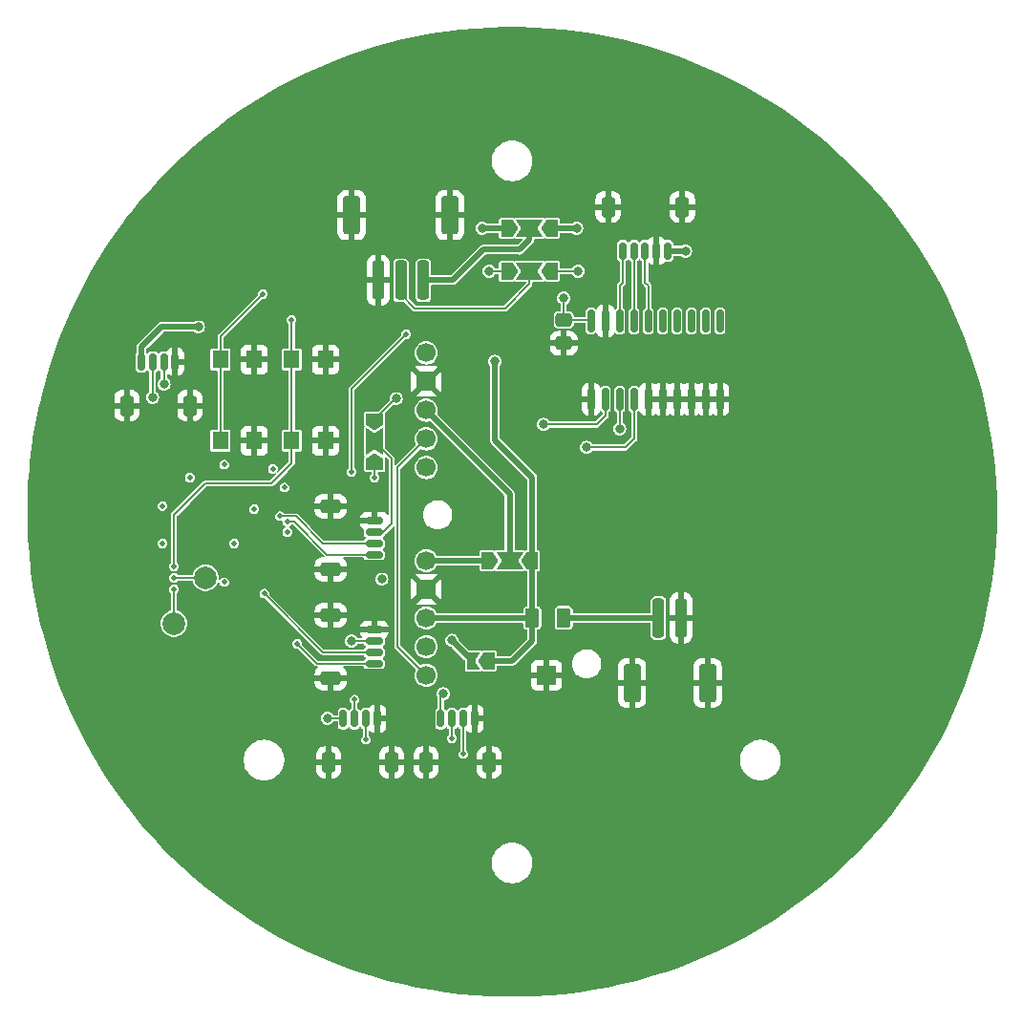
<source format=gbr>
%TF.GenerationSoftware,KiCad,Pcbnew,7.0.7*%
%TF.CreationDate,2023-08-31T16:12:03-04:00*%
%TF.ProjectId,protopico,70726f74-6f70-4696-936f-2e6b69636164,rev?*%
%TF.SameCoordinates,Original*%
%TF.FileFunction,Copper,L1,Top*%
%TF.FilePolarity,Positive*%
%FSLAX46Y46*%
G04 Gerber Fmt 4.6, Leading zero omitted, Abs format (unit mm)*
G04 Created by KiCad (PCBNEW 7.0.7) date 2023-08-31 16:12:03*
%MOMM*%
%LPD*%
G01*
G04 APERTURE LIST*
G04 Aperture macros list*
%AMRoundRect*
0 Rectangle with rounded corners*
0 $1 Rounding radius*
0 $2 $3 $4 $5 $6 $7 $8 $9 X,Y pos of 4 corners*
0 Add a 4 corners polygon primitive as box body*
4,1,4,$2,$3,$4,$5,$6,$7,$8,$9,$2,$3,0*
0 Add four circle primitives for the rounded corners*
1,1,$1+$1,$2,$3*
1,1,$1+$1,$4,$5*
1,1,$1+$1,$6,$7*
1,1,$1+$1,$8,$9*
0 Add four rect primitives between the rounded corners*
20,1,$1+$1,$2,$3,$4,$5,0*
20,1,$1+$1,$4,$5,$6,$7,0*
20,1,$1+$1,$6,$7,$8,$9,0*
20,1,$1+$1,$8,$9,$2,$3,0*%
%AMFreePoly0*
4,1,6,1.000000,0.000000,0.500000,-0.750000,-0.500000,-0.750000,-0.500000,0.750000,0.500000,0.750000,1.000000,0.000000,1.000000,0.000000,$1*%
%AMFreePoly1*
4,1,6,0.500000,-0.750000,-0.650000,-0.750000,-0.150000,0.000000,-0.650000,0.750000,0.500000,0.750000,0.500000,-0.750000,0.500000,-0.750000,$1*%
%AMFreePoly2*
4,1,7,0.700000,0.000000,1.200000,-0.750000,-1.200000,-0.750000,-0.700000,0.000000,-1.200000,0.750000,1.200000,0.750000,0.700000,0.000000,0.700000,0.000000,$1*%
G04 Aperture macros list end*
%TA.AperFunction,SMDPad,CuDef*%
%ADD10FreePoly0,180.000000*%
%TD*%
%TA.AperFunction,SMDPad,CuDef*%
%ADD11FreePoly1,180.000000*%
%TD*%
%TA.AperFunction,SMDPad,CuDef*%
%ADD12FreePoly2,180.000000*%
%TD*%
%TA.AperFunction,SMDPad,CuDef*%
%ADD13FreePoly0,0.000000*%
%TD*%
%TA.AperFunction,SMDPad,CuDef*%
%ADD14RoundRect,0.250000X-0.250000X-1.500000X0.250000X-1.500000X0.250000X1.500000X-0.250000X1.500000X0*%
%TD*%
%TA.AperFunction,SMDPad,CuDef*%
%ADD15RoundRect,0.250001X-0.499999X-1.449999X0.499999X-1.449999X0.499999X1.449999X-0.499999X1.449999X0*%
%TD*%
%TA.AperFunction,SMDPad,CuDef*%
%ADD16R,1.400000X1.600000*%
%TD*%
%TA.AperFunction,SMDPad,CuDef*%
%ADD17RoundRect,0.150000X0.150000X-0.837500X0.150000X0.837500X-0.150000X0.837500X-0.150000X-0.837500X0*%
%TD*%
%TA.AperFunction,SMDPad,CuDef*%
%ADD18FreePoly2,0.000000*%
%TD*%
%TA.AperFunction,SMDPad,CuDef*%
%ADD19C,2.000000*%
%TD*%
%TA.AperFunction,SMDPad,CuDef*%
%ADD20RoundRect,0.250000X0.250000X1.500000X-0.250000X1.500000X-0.250000X-1.500000X0.250000X-1.500000X0*%
%TD*%
%TA.AperFunction,SMDPad,CuDef*%
%ADD21RoundRect,0.250001X0.499999X1.449999X-0.499999X1.449999X-0.499999X-1.449999X0.499999X-1.449999X0*%
%TD*%
%TA.AperFunction,SMDPad,CuDef*%
%ADD22RoundRect,0.150000X-0.150000X-0.625000X0.150000X-0.625000X0.150000X0.625000X-0.150000X0.625000X0*%
%TD*%
%TA.AperFunction,SMDPad,CuDef*%
%ADD23RoundRect,0.250000X-0.350000X-0.650000X0.350000X-0.650000X0.350000X0.650000X-0.350000X0.650000X0*%
%TD*%
%TA.AperFunction,SMDPad,CuDef*%
%ADD24RoundRect,0.150000X0.150000X0.625000X-0.150000X0.625000X-0.150000X-0.625000X0.150000X-0.625000X0*%
%TD*%
%TA.AperFunction,SMDPad,CuDef*%
%ADD25RoundRect,0.250000X0.350000X0.650000X-0.350000X0.650000X-0.350000X-0.650000X0.350000X-0.650000X0*%
%TD*%
%TA.AperFunction,SMDPad,CuDef*%
%ADD26FreePoly0,90.000000*%
%TD*%
%TA.AperFunction,SMDPad,CuDef*%
%ADD27FreePoly2,90.000000*%
%TD*%
%TA.AperFunction,SMDPad,CuDef*%
%ADD28FreePoly0,270.000000*%
%TD*%
%TA.AperFunction,SMDPad,CuDef*%
%ADD29RoundRect,0.250000X-0.475000X0.337500X-0.475000X-0.337500X0.475000X-0.337500X0.475000X0.337500X0*%
%TD*%
%TA.AperFunction,SMDPad,CuDef*%
%ADD30RoundRect,0.250000X0.375000X0.625000X-0.375000X0.625000X-0.375000X-0.625000X0.375000X-0.625000X0*%
%TD*%
%TA.AperFunction,SMDPad,CuDef*%
%ADD31RoundRect,0.150000X-0.625000X0.150000X-0.625000X-0.150000X0.625000X-0.150000X0.625000X0.150000X0*%
%TD*%
%TA.AperFunction,SMDPad,CuDef*%
%ADD32RoundRect,0.250000X-0.650000X0.350000X-0.650000X-0.350000X0.650000X-0.350000X0.650000X0.350000X0*%
%TD*%
%TA.AperFunction,ComponentPad*%
%ADD33C,1.695450*%
%TD*%
%TA.AperFunction,ComponentPad*%
%ADD34R,1.695450X1.695450*%
%TD*%
%TA.AperFunction,ViaPad*%
%ADD35C,0.812800*%
%TD*%
%TA.AperFunction,ViaPad*%
%ADD36C,0.609600*%
%TD*%
%TA.AperFunction,ViaPad*%
%ADD37C,0.500000*%
%TD*%
%TA.AperFunction,Conductor*%
%ADD38C,0.508000*%
%TD*%
%TA.AperFunction,Conductor*%
%ADD39C,0.177800*%
%TD*%
%TA.AperFunction,Conductor*%
%ADD40C,0.127000*%
%TD*%
%TA.AperFunction,Conductor*%
%ADD41C,0.200000*%
%TD*%
G04 APERTURE END LIST*
D10*
%TO.P,JP5,1,A*%
%TO.N,+BATT*%
X147791000Y-113030000D03*
D11*
%TO.P,JP5,2,B*%
%TO.N,+5V*%
X146341000Y-113030000D03*
%TD*%
D10*
%TO.P,JP4,1,A*%
%TO.N,+BATT*%
X151638000Y-104140000D03*
D12*
%TO.P,JP4,2,C*%
%TO.N,/3V3_IN*%
X149638000Y-104140000D03*
D13*
%TO.P,JP4,3,B*%
%TO.N,+5V*%
X147638000Y-104140000D03*
%TD*%
D14*
%TO.P,J5,1,Pin_1*%
%TO.N,/VBATT*%
X162830000Y-109220000D03*
%TO.P,J5,2,Pin_2*%
%TO.N,GND*%
X164830000Y-109220000D03*
D15*
%TO.P,J5,MP,MountPin*%
X160480000Y-114970000D03*
X167180000Y-114970000D03*
%TD*%
D16*
%TO.P,SW2,1,1*%
%TO.N,RUN*%
X130326000Y-93516000D03*
X130326000Y-86316000D03*
%TO.P,SW2,2,2*%
%TO.N,GND*%
X133326000Y-93516000D03*
X133326000Y-86316000D03*
%TD*%
D17*
%TO.P,U1,1,G1*%
%TO.N,GND*%
X156845000Y-89822500D03*
%TO.P,U1,2,A0*%
%TO.N,Face SCK_3.3*%
X158115000Y-89822500D03*
%TO.P,U1,3,A1*%
%TO.N,Face CS_3.3*%
X159385000Y-89822500D03*
%TO.P,U1,4,A2*%
%TO.N,Face TX_3.3*%
X160655000Y-89822500D03*
%TO.P,U1,5,A3*%
%TO.N,GND*%
X161925000Y-89822500D03*
%TO.P,U1,6,A4*%
X163195000Y-89822500D03*
%TO.P,U1,7,A5*%
X164465000Y-89822500D03*
%TO.P,U1,8,A6*%
X165735000Y-89822500D03*
%TO.P,U1,9,A7*%
X167005000Y-89822500D03*
%TO.P,U1,10,GND*%
X168275000Y-89822500D03*
%TO.P,U1,11,Y7*%
%TO.N,unconnected-(U1-Y7-Pad11)*%
X168275000Y-82897500D03*
%TO.P,U1,12,Y6*%
%TO.N,unconnected-(U1-Y6-Pad12)*%
X167005000Y-82897500D03*
%TO.P,U1,13,Y5*%
%TO.N,unconnected-(U1-Y5-Pad13)*%
X165735000Y-82897500D03*
%TO.P,U1,14,Y4*%
%TO.N,unconnected-(U1-Y4-Pad14)*%
X164465000Y-82897500D03*
%TO.P,U1,15,Y3*%
%TO.N,unconnected-(U1-Y3-Pad15)*%
X163195000Y-82897500D03*
%TO.P,U1,16,Y2*%
%TO.N,Face TX*%
X161925000Y-82897500D03*
%TO.P,U1,17,Y1*%
%TO.N,Face CS*%
X160655000Y-82897500D03*
%TO.P,U1,18,Y0*%
%TO.N,Face SCK*%
X159385000Y-82897500D03*
%TO.P,U1,19,G2*%
%TO.N,GND*%
X158115000Y-82897500D03*
%TO.P,U1,20,VCC*%
%TO.N,+5V*%
X156845000Y-82897500D03*
%TD*%
D13*
%TO.P,JP2,1,A*%
%TO.N,Ring DIN*%
X149384000Y-78486000D03*
D18*
%TO.P,JP2,2,C*%
%TO.N,/Fin_IO*%
X151384000Y-78486000D03*
D10*
%TO.P,JP2,3,B*%
%TO.N,Ring DOUT*%
X153384000Y-78486000D03*
%TD*%
D19*
%TO.P,TP2,1,1*%
%TO.N,/Microcontroller/SWCLK*%
X119888000Y-109728000D03*
%TD*%
D13*
%TO.P,JP1,1,A*%
%TO.N,+5V*%
X149384000Y-74676000D03*
D18*
%TO.P,JP1,2,C*%
%TO.N,Net-(J2-Pin_1)*%
X151384000Y-74676000D03*
D10*
%TO.P,JP1,3,B*%
%TO.N,+BATT*%
X153384000Y-74676000D03*
%TD*%
D20*
%TO.P,J2,1,Pin_1*%
%TO.N,Net-(J2-Pin_1)*%
X141986000Y-79283000D03*
%TO.P,J2,2,Pin_2*%
%TO.N,/Fin_IO*%
X139986000Y-79283000D03*
%TO.P,J2,3,Pin_3*%
%TO.N,GND*%
X137986000Y-79283000D03*
D21*
%TO.P,J2,MP,MountPin*%
X144336000Y-73533000D03*
X135636000Y-73533000D03*
%TD*%
D19*
%TO.P,TP1,1,1*%
%TO.N,/Microcontroller/SWD*%
X122682000Y-105664000D03*
%TD*%
D22*
%TO.P,J7,1,Pin_1*%
%TO.N,+5V*%
X143534000Y-118142000D03*
%TO.P,J7,2,Pin_2*%
%TO.N,UART1 TX*%
X144534000Y-118142000D03*
%TO.P,J7,3,Pin_3*%
%TO.N,UART1 RX*%
X145534000Y-118142000D03*
%TO.P,J7,4,Pin_4*%
%TO.N,GND*%
X146534000Y-118142000D03*
D23*
%TO.P,J7,MP,MountPin*%
X142234000Y-122017000D03*
X147834000Y-122017000D03*
%TD*%
D24*
%TO.P,J1,1,Pin_1*%
%TO.N,+5V*%
X163655000Y-76676000D03*
%TO.P,J1,2,Pin_2*%
%TO.N,GND*%
X162655000Y-76676000D03*
%TO.P,J1,3,Pin_3*%
%TO.N,Face TX*%
X161655000Y-76676000D03*
%TO.P,J1,4,Pin_4*%
%TO.N,Face CS*%
X160655000Y-76676000D03*
%TO.P,J1,5,Pin_5*%
%TO.N,Face SCK*%
X159655000Y-76676000D03*
D25*
%TO.P,J1,MP,MountPin*%
%TO.N,GND*%
X164955000Y-72801000D03*
X158355000Y-72801000D03*
%TD*%
D26*
%TO.P,JP3,1,A*%
%TO.N,+3.3V*%
X137668000Y-95599000D03*
D27*
%TO.P,JP3,2,C*%
%TO.N,/BoopVCC*%
X137668000Y-93599000D03*
D28*
%TO.P,JP3,3,B*%
%TO.N,+5V*%
X137668000Y-91599000D03*
%TD*%
D22*
%TO.P,J3,1,Pin_1*%
%TO.N,+5V*%
X116991000Y-86519000D03*
%TO.P,J3,2,Pin_2*%
%TO.N,D-*%
X117991000Y-86519000D03*
%TO.P,J3,3,Pin_3*%
%TO.N,D+*%
X118991000Y-86519000D03*
%TO.P,J3,4,Pin_4*%
%TO.N,GND*%
X119991000Y-86519000D03*
D23*
%TO.P,J3,MP,MountPin*%
X115691000Y-90394000D03*
X121291000Y-90394000D03*
%TD*%
D22*
%TO.P,J6,1,Pin_1*%
%TO.N,+5V*%
X134892000Y-118142000D03*
%TO.P,J6,2,Pin_2*%
%TO.N,UART0 TX*%
X135892000Y-118142000D03*
%TO.P,J6,3,Pin_3*%
%TO.N,UART0 RX*%
X136892000Y-118142000D03*
%TO.P,J6,4,Pin_4*%
%TO.N,GND*%
X137892000Y-118142000D03*
D23*
%TO.P,J6,MP,MountPin*%
X133592000Y-122017000D03*
X139192000Y-122017000D03*
%TD*%
D29*
%TO.P,C1,1*%
%TO.N,+5V*%
X154432000Y-82804000D03*
%TO.P,C1,2*%
%TO.N,GND*%
X154432000Y-84879000D03*
%TD*%
D30*
%TO.P,F1,1*%
%TO.N,/VBATT*%
X154438000Y-109220000D03*
%TO.P,F1,2*%
%TO.N,+BATT*%
X151638000Y-109220000D03*
%TD*%
D16*
%TO.P,SW1,1,1*%
%TO.N,Net-(R2-Pad2)*%
X124000000Y-93516000D03*
X124000000Y-86316000D03*
%TO.P,SW1,2,2*%
%TO.N,GND*%
X127000000Y-93516000D03*
X127000000Y-86316000D03*
%TD*%
D31*
%TO.P,M1,1,Pin_1*%
%TO.N,GND*%
X137636000Y-110260000D03*
%TO.P,M1,2,Pin_2*%
%TO.N,+5V*%
X137636000Y-111260000D03*
%TO.P,M1,3,Pin_3*%
%TO.N,Fan PWM*%
X137636000Y-112260000D03*
%TO.P,M1,4,Pin_4*%
%TO.N,Fan Tach*%
X137636000Y-113260000D03*
D32*
%TO.P,M1,MP,MountPin*%
%TO.N,GND*%
X133761000Y-108960000D03*
X133761000Y-114560000D03*
%TD*%
D31*
%TO.P,J4,1,Pin_1*%
%TO.N,GND*%
X137636000Y-100608000D03*
%TO.P,J4,2,Pin_2*%
%TO.N,/BoopVCC*%
X137636000Y-101608000D03*
%TO.P,J4,3,Pin_3*%
%TO.N,SDA1*%
X137636000Y-102608000D03*
%TO.P,J4,4,Pin_4*%
%TO.N,SCL1*%
X137636000Y-103608000D03*
D32*
%TO.P,J4,MP,MountPin*%
%TO.N,GND*%
X133761000Y-99308000D03*
X133761000Y-104908000D03*
%TD*%
D33*
%TO.P,VR2,1,PG*%
%TO.N,5V_PG*%
X142240000Y-114300000D03*
%TO.P,VR2,2,EN*%
%TO.N,unconnected-(VR2-EN-Pad2)*%
X142240000Y-111760000D03*
%TO.P,VR2,3,VIN*%
%TO.N,+BATT*%
X142240000Y-109220000D03*
D34*
%TO.P,VR2,4,GND*%
%TO.N,GND*%
X142240000Y-106680000D03*
D33*
%TO.P,VR2,5,VOUT*%
%TO.N,+5V*%
X142240000Y-104140000D03*
D34*
%TO.P,VR2,6,GND*%
%TO.N,GND*%
X152908000Y-114300000D03*
%TD*%
D33*
%TO.P,VR1,1,PG*%
%TO.N,unconnected-(VR1-PG-Pad1)*%
X142240000Y-95885000D03*
%TO.P,VR1,2,EN*%
%TO.N,5V_PG*%
X142240000Y-93345000D03*
%TO.P,VR1,3,VIN*%
%TO.N,/3V3_IN*%
X142240000Y-90805000D03*
D34*
%TO.P,VR1,4,GND*%
%TO.N,GND*%
X142240000Y-88265000D03*
D33*
%TO.P,VR1,5,VOUT*%
%TO.N,+3.3V*%
X142240000Y-85725000D03*
%TD*%
D35*
%TO.N,+5V*%
X144526000Y-111215000D03*
%TO.N,GND*%
X135571366Y-134317814D03*
X123458047Y-126223953D03*
X116586000Y-101346000D03*
X184355814Y-114110634D03*
X123458047Y-73420047D03*
X176261953Y-126223953D03*
X187198000Y-99822000D03*
X126614000Y-108712000D03*
X115364186Y-85533366D03*
X138303000Y-99060000D03*
X121666000Y-107696000D03*
X184355814Y-85533366D03*
X164148634Y-65326186D03*
D36*
X120396000Y-91948000D03*
D35*
X124414000Y-113162000D03*
X135571366Y-65326186D03*
D36*
X124968000Y-91186000D03*
X125984000Y-91186000D03*
D35*
X116586000Y-97536000D03*
D37*
X132969000Y-96520000D03*
D35*
X133604000Y-101727000D03*
X112522000Y-99822000D03*
X176276000Y-73406000D03*
X116586000Y-96139000D03*
X126111000Y-107569000D03*
X124714000Y-100330000D03*
X149860000Y-62484000D03*
X123190000Y-108402000D03*
X133693000Y-89497000D03*
X115364186Y-114110634D03*
X164148634Y-134317814D03*
X149860000Y-137160000D03*
D36*
X121412000Y-91948000D03*
D37*
%TO.N,Ring DIN*%
X135636000Y-96266000D03*
D35*
X147828000Y-78486000D03*
D37*
X140462000Y-84074000D03*
D35*
%TO.N,Ring DOUT*%
X155702000Y-78486000D03*
D37*
%TO.N,Fan Tach*%
X130810000Y-111506000D03*
%TO.N,Fan PWM*%
X127889000Y-107061000D03*
%TO.N,SDA1*%
X129286000Y-100203000D03*
%TO.N,SCL1*%
X129921000Y-100711000D03*
%TO.N,UART0 RX*%
X136906000Y-120015000D03*
%TO.N,UART0 TX*%
X135890000Y-116459000D03*
%TO.N,UART1 TX*%
X144526000Y-119888000D03*
%TO.N,UART1 RX*%
X145542000Y-121285000D03*
D35*
%TO.N,Face TX_3.3*%
X156464000Y-94107000D03*
%TO.N,Face SCK_3.3*%
X152654000Y-92075000D03*
%TO.N,Face CS_3.3*%
X159385000Y-92456000D03*
%TO.N,+5V*%
X135622860Y-111265140D03*
X154432000Y-80869000D03*
X133477000Y-118110000D03*
X165227000Y-76708000D03*
X147193000Y-74676000D03*
X143764000Y-115951000D03*
X122047000Y-83439000D03*
X139573000Y-89789000D03*
D37*
%TO.N,+3.3V*%
X124333000Y-106045000D03*
X128651000Y-96012000D03*
X124333000Y-95631000D03*
X137668000Y-96774000D03*
X121285000Y-96774000D03*
X129921000Y-101600000D03*
X127000000Y-99568000D03*
X125222000Y-102616000D03*
X118872000Y-102616000D03*
X129667000Y-97663000D03*
%TO.N,RUN*%
X130302000Y-82804000D03*
X119888000Y-104648000D03*
%TO.N,Net-(R2-Pad2)*%
X127762000Y-80518000D03*
D35*
%TO.N,+BATT*%
X148336000Y-86487000D03*
X155575000Y-74676000D03*
%TO.N,VSENSE*%
X138303000Y-105791000D03*
D37*
X118872000Y-99292000D03*
D35*
%TO.N,D-*%
X117983000Y-89662000D03*
%TO.N,D+*%
X118999000Y-88519000D03*
D37*
%TO.N,/Microcontroller/SWCLK*%
X119888000Y-106680000D03*
%TO.N,/Microcontroller/SWD*%
X119888000Y-105664000D03*
%TD*%
D38*
%TO.N,+5V*%
X149384000Y-74676000D02*
X147193000Y-74676000D01*
%TO.N,+BATT*%
X155575000Y-74676000D02*
X153384000Y-74676000D01*
%TO.N,Net-(J2-Pin_1)*%
X150495000Y-76581000D02*
X151384000Y-75692000D01*
X147320000Y-76581000D02*
X150495000Y-76581000D01*
X144618000Y-79283000D02*
X147320000Y-76581000D01*
X141986000Y-79283000D02*
X144618000Y-79283000D01*
X151384000Y-75692000D02*
X151384000Y-74676000D01*
%TO.N,+5V*%
X144526000Y-111215000D02*
X146341000Y-113030000D01*
%TO.N,+BATT*%
X149860000Y-113030000D02*
X147791000Y-113030000D01*
X151638000Y-111252000D02*
X149860000Y-113030000D01*
X151638000Y-109220000D02*
X151638000Y-111252000D01*
%TO.N,+5V*%
X147638000Y-104140000D02*
X147611000Y-104167000D01*
D39*
%TO.N,Face SCK*%
X159655000Y-79486000D02*
X159385000Y-79756000D01*
X159655000Y-76676000D02*
X159655000Y-79486000D01*
X159385000Y-79756000D02*
X159385000Y-82897500D01*
%TO.N,Face CS*%
X160655000Y-82897500D02*
X160655000Y-76676000D01*
%TO.N,Face TX*%
X161655000Y-79486000D02*
X161925000Y-79756000D01*
X161925000Y-79756000D02*
X161925000Y-82897500D01*
X161655000Y-76676000D02*
X161655000Y-79486000D01*
D40*
%TO.N,Ring DIN*%
X135636000Y-96266000D02*
X135636000Y-88900000D01*
X135636000Y-88900000D02*
X140462000Y-84074000D01*
D39*
X149384000Y-78486000D02*
X147828000Y-78486000D01*
%TO.N,Ring DOUT*%
X153384000Y-78486000D02*
X155702000Y-78486000D01*
D40*
%TO.N,Fan Tach*%
X132564000Y-113260000D02*
X137636000Y-113260000D01*
X130810000Y-111506000D02*
X132564000Y-113260000D01*
%TO.N,Fan PWM*%
X133088000Y-112260000D02*
X127889000Y-107061000D01*
X137636000Y-112260000D02*
X133088000Y-112260000D01*
%TO.N,SDA1*%
X129286000Y-100203000D02*
X130683000Y-100203000D01*
X133096000Y-102616000D02*
X137628000Y-102616000D01*
X130683000Y-100203000D02*
X133096000Y-102616000D01*
%TO.N,SCL1*%
X130556000Y-100711000D02*
X133453000Y-103608000D01*
X129921000Y-100711000D02*
X130556000Y-100711000D01*
X133453000Y-103608000D02*
X137636000Y-103608000D01*
%TO.N,UART0 RX*%
X136892000Y-120001000D02*
X136892000Y-118142000D01*
X136906000Y-120015000D02*
X136892000Y-120001000D01*
%TO.N,UART0 TX*%
X135890000Y-116459000D02*
X135890000Y-118140000D01*
%TO.N,UART1 TX*%
X144534000Y-119880000D02*
X144526000Y-119888000D01*
X144534000Y-118142000D02*
X144534000Y-119880000D01*
%TO.N,UART1 RX*%
X145542000Y-121285000D02*
X145542000Y-118150000D01*
D39*
%TO.N,/BoopVCC*%
X139192000Y-100838000D02*
X139192000Y-95123000D01*
X138422000Y-101608000D02*
X139192000Y-100838000D01*
X139192000Y-95123000D02*
X137668000Y-93599000D01*
X137636000Y-101608000D02*
X138422000Y-101608000D01*
%TO.N,/Fin_IO*%
X149225000Y-81788000D02*
X141224000Y-81788000D01*
X151384000Y-78486000D02*
X151384000Y-79629000D01*
X141224000Y-81788000D02*
X139986000Y-80550000D01*
X151384000Y-79629000D02*
X149225000Y-81788000D01*
%TO.N,Face TX_3.3*%
X159893000Y-94107000D02*
X160655000Y-93345000D01*
X160655000Y-93345000D02*
X160655000Y-89822500D01*
X156464000Y-94107000D02*
X159893000Y-94107000D01*
%TO.N,Face SCK_3.3*%
X152654000Y-92075000D02*
X157353000Y-92075000D01*
X158115000Y-91313000D02*
X158115000Y-89822500D01*
X157353000Y-92075000D02*
X158115000Y-91313000D01*
%TO.N,Face CS_3.3*%
X159385000Y-89822500D02*
X159385000Y-92456000D01*
%TO.N,5V_PG*%
X139700000Y-111760000D02*
X139700000Y-95885000D01*
X142240000Y-114300000D02*
X139700000Y-111760000D01*
X139700000Y-95885000D02*
X142240000Y-93345000D01*
%TO.N,+5V*%
X139478000Y-89789000D02*
X137668000Y-91599000D01*
D38*
X165195000Y-76676000D02*
X163655000Y-76676000D01*
X116991000Y-85193000D02*
X118745000Y-83439000D01*
D39*
X143534000Y-116181000D02*
X143534000Y-118142000D01*
X135636000Y-111252000D02*
X137644000Y-111252000D01*
X143764000Y-115951000D02*
X143534000Y-116181000D01*
X156751500Y-82804000D02*
X154432000Y-82804000D01*
X135622860Y-111265140D02*
X135636000Y-111252000D01*
X139573000Y-89789000D02*
X139478000Y-89789000D01*
D38*
X116991000Y-86519000D02*
X116991000Y-85193000D01*
D39*
X133477000Y-118110000D02*
X134860000Y-118110000D01*
X165227000Y-76708000D02*
X165195000Y-76676000D01*
D38*
X147638000Y-104140000D02*
X142240000Y-104140000D01*
X118745000Y-83439000D02*
X122047000Y-83439000D01*
D39*
X154432000Y-80869000D02*
X154432000Y-82804000D01*
%TO.N,+3.3V*%
X137668000Y-96774000D02*
X137668000Y-95599000D01*
%TO.N,RUN*%
X128524000Y-97282000D02*
X130326000Y-95480000D01*
X130326000Y-93516000D02*
X130326000Y-86316000D01*
X122682000Y-97282000D02*
X128524000Y-97282000D01*
X130326000Y-95480000D02*
X130326000Y-93516000D01*
X130326000Y-86316000D02*
X130326000Y-82828000D01*
X119888000Y-104648000D02*
X119888000Y-100076000D01*
X119888000Y-100076000D02*
X122682000Y-97282000D01*
X130326000Y-82828000D02*
X130302000Y-82804000D01*
D38*
%TO.N,/VBATT*%
X162830000Y-109220000D02*
X154438000Y-109220000D01*
D39*
%TO.N,Net-(R2-Pad2)*%
X124000000Y-93516000D02*
X124000000Y-86316000D01*
X124000000Y-84280000D02*
X127762000Y-80518000D01*
X124000000Y-86316000D02*
X124000000Y-84280000D01*
D38*
%TO.N,+BATT*%
X151638000Y-104140000D02*
X151638000Y-96774000D01*
X151638000Y-109220000D02*
X142240000Y-109220000D01*
X151638000Y-109220000D02*
X151638000Y-104140000D01*
X148336000Y-93472000D02*
X148336000Y-86487000D01*
X148336000Y-93472000D02*
X151638000Y-96774000D01*
D41*
%TO.N,D-*%
X117991000Y-89654000D02*
X117991000Y-86519000D01*
X117983000Y-89662000D02*
X117991000Y-89654000D01*
%TO.N,D+*%
X118991000Y-88511000D02*
X118999000Y-88519000D01*
X118991000Y-86519000D02*
X118991000Y-88511000D01*
D39*
%TO.N,/Microcontroller/SWCLK*%
X119888000Y-106680000D02*
X119888000Y-109728000D01*
%TO.N,/Microcontroller/SWD*%
X119888000Y-105664000D02*
X122682000Y-105664000D01*
D38*
%TO.N,/3V3_IN*%
X142240000Y-90805000D02*
X149638000Y-98203000D01*
X149638000Y-98203000D02*
X149638000Y-104140000D01*
%TD*%
%TA.AperFunction,Conductor*%
%TO.N,GND*%
G36*
X151825684Y-56887474D02*
G01*
X153134109Y-56967390D01*
X154439487Y-57087170D01*
X155740606Y-57246703D01*
X157036254Y-57445842D01*
X158325227Y-57684400D01*
X159606325Y-57962156D01*
X160878357Y-58278851D01*
X162140139Y-58634191D01*
X163390498Y-59027845D01*
X164628270Y-59459448D01*
X165852304Y-59928597D01*
X167061462Y-60434856D01*
X168254618Y-60977754D01*
X169430664Y-61556787D01*
X170588503Y-62171415D01*
X171727061Y-62821067D01*
X172845277Y-63505138D01*
X173942111Y-64222993D01*
X175016544Y-64973962D01*
X176067575Y-65757349D01*
X177094227Y-66572424D01*
X178095544Y-67418428D01*
X179070596Y-68294576D01*
X180018476Y-69200051D01*
X180938301Y-70134012D01*
X181829216Y-71095589D01*
X182690392Y-72083889D01*
X183521028Y-73097992D01*
X184320352Y-74136954D01*
X185087619Y-75199809D01*
X185822117Y-76285569D01*
X186523161Y-77393223D01*
X187190100Y-78521741D01*
X187822314Y-79670073D01*
X188419213Y-80837151D01*
X188980244Y-82021890D01*
X189504884Y-83223187D01*
X189992645Y-84439924D01*
X190443073Y-85670971D01*
X190855749Y-86915181D01*
X191230290Y-88171397D01*
X191566347Y-89438452D01*
X191863607Y-90715165D01*
X192121794Y-92000350D01*
X192340667Y-93292811D01*
X192520024Y-94591345D01*
X192659697Y-95894745D01*
X192759557Y-97201799D01*
X192819510Y-98511290D01*
X192839500Y-99822000D01*
X192819510Y-101132710D01*
X192759557Y-102442201D01*
X192659697Y-103749255D01*
X192520024Y-105052655D01*
X192340667Y-106351189D01*
X192121794Y-107643650D01*
X191863607Y-108928835D01*
X191566347Y-110205548D01*
X191230290Y-111472603D01*
X190855749Y-112728819D01*
X190443073Y-113973029D01*
X189992645Y-115204076D01*
X189504884Y-116420813D01*
X188980244Y-117622110D01*
X188419213Y-118806849D01*
X187822314Y-119973927D01*
X187190100Y-121122259D01*
X186523161Y-122250777D01*
X185822117Y-123358431D01*
X185087619Y-124444191D01*
X184320352Y-125507046D01*
X183521028Y-126546008D01*
X182690392Y-127560111D01*
X181829216Y-128548411D01*
X180938301Y-129509988D01*
X180018476Y-130443949D01*
X179070596Y-131349424D01*
X178095544Y-132225572D01*
X177094227Y-133071576D01*
X176067575Y-133886651D01*
X175016544Y-134670038D01*
X173942111Y-135421007D01*
X172845277Y-136138862D01*
X171727061Y-136822933D01*
X170588503Y-137472585D01*
X169430664Y-138087213D01*
X168254618Y-138666246D01*
X167061462Y-139209144D01*
X165852304Y-139715403D01*
X164628270Y-140184552D01*
X163390498Y-140616155D01*
X162140139Y-141009809D01*
X160878357Y-141365149D01*
X159606325Y-141681844D01*
X158325227Y-141959600D01*
X157036254Y-142198158D01*
X155740606Y-142397297D01*
X154439487Y-142556830D01*
X153134109Y-142676610D01*
X151825684Y-142756526D01*
X150515431Y-142796502D01*
X149204569Y-142796502D01*
X147894316Y-142756526D01*
X146585891Y-142676610D01*
X145280513Y-142556830D01*
X143979394Y-142397297D01*
X142683746Y-142198158D01*
X141394773Y-141959600D01*
X140113675Y-141681844D01*
X138841643Y-141365149D01*
X137579861Y-141009809D01*
X136329502Y-140616155D01*
X135091730Y-140184552D01*
X133867696Y-139715403D01*
X132658538Y-139209144D01*
X131465382Y-138666246D01*
X130289336Y-138087213D01*
X129131497Y-137472585D01*
X127992939Y-136822933D01*
X126874723Y-136138862D01*
X125777889Y-135421007D01*
X124703456Y-134670038D01*
X123652425Y-133886651D01*
X122625773Y-133071576D01*
X121624456Y-132225572D01*
X120649404Y-131349424D01*
X120358912Y-131071928D01*
X148059500Y-131071928D01*
X148099720Y-131338773D01*
X148099722Y-131338782D01*
X148179259Y-131596632D01*
X148179260Y-131596636D01*
X148296349Y-131839774D01*
X148448358Y-132062732D01*
X148448361Y-132062735D01*
X148448365Y-132062741D01*
X148631915Y-132260561D01*
X148631919Y-132260564D01*
X148631922Y-132260567D01*
X148842888Y-132428808D01*
X148842892Y-132428810D01*
X148842898Y-132428815D01*
X149076602Y-132563743D01*
X149327805Y-132662334D01*
X149327807Y-132662334D01*
X149327811Y-132662336D01*
X149446106Y-132689335D01*
X149590897Y-132722383D01*
X149734466Y-132733141D01*
X149792619Y-132737500D01*
X149792624Y-132737500D01*
X149927381Y-132737500D01*
X149979520Y-132733592D01*
X150129103Y-132722383D01*
X150302040Y-132682911D01*
X150392188Y-132662336D01*
X150392190Y-132662335D01*
X150392195Y-132662334D01*
X150643398Y-132563743D01*
X150877102Y-132428815D01*
X151088085Y-132260561D01*
X151271635Y-132062741D01*
X151423651Y-131839775D01*
X151540738Y-131596641D01*
X151620280Y-131338772D01*
X151660500Y-131071929D01*
X151660500Y-130802071D01*
X151620280Y-130535228D01*
X151609458Y-130500145D01*
X151540740Y-130277367D01*
X151540739Y-130277363D01*
X151540738Y-130277359D01*
X151423651Y-130034226D01*
X151367659Y-129952101D01*
X151271641Y-129811267D01*
X151271638Y-129811264D01*
X151271635Y-129811259D01*
X151088085Y-129613439D01*
X151088080Y-129613435D01*
X151088077Y-129613432D01*
X150877111Y-129445191D01*
X150877105Y-129445187D01*
X150877102Y-129445185D01*
X150643398Y-129310257D01*
X150527897Y-129264925D01*
X150392188Y-129211663D01*
X150129103Y-129151617D01*
X149927381Y-129136500D01*
X149927376Y-129136500D01*
X149792624Y-129136500D01*
X149792619Y-129136500D01*
X149590897Y-129151617D01*
X149590895Y-129151617D01*
X149327811Y-129211663D01*
X149076599Y-129310258D01*
X148842888Y-129445191D01*
X148631922Y-129613432D01*
X148631917Y-129613437D01*
X148448358Y-129811267D01*
X148296349Y-130034224D01*
X148179260Y-130277363D01*
X148179259Y-130277367D01*
X148099722Y-130535217D01*
X148099720Y-130535226D01*
X148059500Y-130802071D01*
X148059500Y-131071928D01*
X120358912Y-131071928D01*
X119701524Y-130443949D01*
X118781699Y-129509988D01*
X117890784Y-128548411D01*
X117029608Y-127560111D01*
X116198972Y-126546008D01*
X115399648Y-125507046D01*
X114632381Y-124444191D01*
X113897883Y-123358431D01*
X113196839Y-122250777D01*
X113024140Y-121958555D01*
X126057873Y-121958555D01*
X126098093Y-122225400D01*
X126098095Y-122225409D01*
X126177632Y-122483259D01*
X126177633Y-122483263D01*
X126294722Y-122726401D01*
X126446731Y-122949359D01*
X126446734Y-122949362D01*
X126446738Y-122949368D01*
X126630288Y-123147188D01*
X126630292Y-123147191D01*
X126630295Y-123147194D01*
X126841261Y-123315435D01*
X126841265Y-123315437D01*
X126841271Y-123315442D01*
X127074975Y-123450370D01*
X127326178Y-123548961D01*
X127326180Y-123548961D01*
X127326184Y-123548963D01*
X127444479Y-123575962D01*
X127589270Y-123609010D01*
X127732839Y-123619768D01*
X127790992Y-123624127D01*
X127790997Y-123624127D01*
X127925754Y-123624127D01*
X127977893Y-123620219D01*
X128127476Y-123609010D01*
X128300413Y-123569538D01*
X128390561Y-123548963D01*
X128390563Y-123548962D01*
X128390568Y-123548961D01*
X128641771Y-123450370D01*
X128875475Y-123315442D01*
X129086458Y-123147188D01*
X129270008Y-122949368D01*
X129422024Y-122726402D01*
X129539111Y-122483268D01*
X129604587Y-122271000D01*
X132484000Y-122271000D01*
X132484000Y-122717515D01*
X132494604Y-122821319D01*
X132550341Y-122989524D01*
X132643364Y-123140338D01*
X132768661Y-123265635D01*
X132919475Y-123358658D01*
X133087680Y-123414395D01*
X133191484Y-123424999D01*
X133191494Y-123425000D01*
X133338000Y-123425000D01*
X133338000Y-122271000D01*
X133846000Y-122271000D01*
X133846000Y-123425000D01*
X133992506Y-123425000D01*
X133992515Y-123424999D01*
X134096319Y-123414395D01*
X134264524Y-123358658D01*
X134415338Y-123265635D01*
X134540635Y-123140338D01*
X134633658Y-122989524D01*
X134689395Y-122821319D01*
X134699999Y-122717515D01*
X134700000Y-122717505D01*
X134700000Y-122271000D01*
X138084000Y-122271000D01*
X138084000Y-122717515D01*
X138094604Y-122821319D01*
X138150341Y-122989524D01*
X138243364Y-123140338D01*
X138368661Y-123265635D01*
X138519475Y-123358658D01*
X138687680Y-123414395D01*
X138791484Y-123424999D01*
X138791494Y-123425000D01*
X138938000Y-123425000D01*
X138938000Y-122271000D01*
X139446000Y-122271000D01*
X139446000Y-123425000D01*
X139592506Y-123425000D01*
X139592515Y-123424999D01*
X139696319Y-123414395D01*
X139864524Y-123358658D01*
X140015338Y-123265635D01*
X140140635Y-123140338D01*
X140233658Y-122989524D01*
X140289395Y-122821319D01*
X140299999Y-122717515D01*
X140300000Y-122717505D01*
X140300000Y-122271000D01*
X141126000Y-122271000D01*
X141126000Y-122717515D01*
X141136604Y-122821319D01*
X141192341Y-122989524D01*
X141285364Y-123140338D01*
X141410661Y-123265635D01*
X141561475Y-123358658D01*
X141729680Y-123414395D01*
X141833484Y-123424999D01*
X141833494Y-123425000D01*
X141980000Y-123425000D01*
X141980000Y-122271000D01*
X142488000Y-122271000D01*
X142488000Y-123425000D01*
X142634506Y-123425000D01*
X142634515Y-123424999D01*
X142738319Y-123414395D01*
X142906524Y-123358658D01*
X143057338Y-123265635D01*
X143182635Y-123140338D01*
X143275658Y-122989524D01*
X143331395Y-122821319D01*
X143341999Y-122717515D01*
X143342000Y-122717505D01*
X143342000Y-122271000D01*
X146726000Y-122271000D01*
X146726000Y-122717515D01*
X146736604Y-122821319D01*
X146792341Y-122989524D01*
X146885364Y-123140338D01*
X147010661Y-123265635D01*
X147161475Y-123358658D01*
X147329680Y-123414395D01*
X147433484Y-123424999D01*
X147433494Y-123425000D01*
X147580000Y-123425000D01*
X147580000Y-122271000D01*
X148088000Y-122271000D01*
X148088000Y-123425000D01*
X148234506Y-123425000D01*
X148234515Y-123424999D01*
X148338319Y-123414395D01*
X148506524Y-123358658D01*
X148657338Y-123265635D01*
X148782635Y-123140338D01*
X148875658Y-122989524D01*
X148931395Y-122821319D01*
X148941999Y-122717515D01*
X148942000Y-122717505D01*
X148942000Y-122271000D01*
X148088000Y-122271000D01*
X147580000Y-122271000D01*
X146726000Y-122271000D01*
X143342000Y-122271000D01*
X142488000Y-122271000D01*
X141980000Y-122271000D01*
X141126000Y-122271000D01*
X140300000Y-122271000D01*
X139446000Y-122271000D01*
X138938000Y-122271000D01*
X138084000Y-122271000D01*
X134700000Y-122271000D01*
X133846000Y-122271000D01*
X133338000Y-122271000D01*
X132484000Y-122271000D01*
X129604587Y-122271000D01*
X129618653Y-122225399D01*
X129658873Y-121958556D01*
X129658873Y-121958555D01*
X170061127Y-121958555D01*
X170101347Y-122225400D01*
X170101349Y-122225409D01*
X170180886Y-122483259D01*
X170180887Y-122483263D01*
X170297976Y-122726401D01*
X170449985Y-122949359D01*
X170449988Y-122949362D01*
X170449992Y-122949368D01*
X170633542Y-123147188D01*
X170633546Y-123147191D01*
X170633549Y-123147194D01*
X170844515Y-123315435D01*
X170844519Y-123315437D01*
X170844525Y-123315442D01*
X171078229Y-123450370D01*
X171329432Y-123548961D01*
X171329434Y-123548961D01*
X171329438Y-123548963D01*
X171447733Y-123575962D01*
X171592524Y-123609010D01*
X171736093Y-123619768D01*
X171794246Y-123624127D01*
X171794251Y-123624127D01*
X171929008Y-123624127D01*
X171981147Y-123620219D01*
X172130730Y-123609010D01*
X172303667Y-123569538D01*
X172393815Y-123548963D01*
X172393817Y-123548962D01*
X172393822Y-123548961D01*
X172645025Y-123450370D01*
X172878729Y-123315442D01*
X173089712Y-123147188D01*
X173273262Y-122949368D01*
X173425278Y-122726402D01*
X173542365Y-122483268D01*
X173621907Y-122225399D01*
X173662127Y-121958556D01*
X173662127Y-121688698D01*
X173621907Y-121421855D01*
X173617296Y-121406908D01*
X173579693Y-121285000D01*
X173542365Y-121163986D01*
X173425278Y-120920853D01*
X173321313Y-120768364D01*
X173273268Y-120697894D01*
X173273265Y-120697891D01*
X173273262Y-120697886D01*
X173089712Y-120500066D01*
X173089707Y-120500062D01*
X173089704Y-120500059D01*
X172878738Y-120331818D01*
X172878732Y-120331814D01*
X172878729Y-120331812D01*
X172645025Y-120196884D01*
X172529524Y-120151552D01*
X172393815Y-120098290D01*
X172130730Y-120038244D01*
X171929008Y-120023127D01*
X171929003Y-120023127D01*
X171794251Y-120023127D01*
X171794246Y-120023127D01*
X171592524Y-120038244D01*
X171592522Y-120038244D01*
X171329438Y-120098290D01*
X171078226Y-120196885D01*
X170844515Y-120331818D01*
X170633549Y-120500059D01*
X170633544Y-120500064D01*
X170449985Y-120697894D01*
X170297976Y-120920851D01*
X170180887Y-121163990D01*
X170180886Y-121163994D01*
X170101349Y-121421844D01*
X170101347Y-121421853D01*
X170061127Y-121688698D01*
X170061127Y-121958555D01*
X129658873Y-121958555D01*
X129658873Y-121763000D01*
X132484000Y-121763000D01*
X133338000Y-121763000D01*
X133338000Y-120609000D01*
X133846000Y-120609000D01*
X133846000Y-121763000D01*
X134700000Y-121763000D01*
X138084000Y-121763000D01*
X138938000Y-121763000D01*
X138938000Y-120609000D01*
X139446000Y-120609000D01*
X139446000Y-121763000D01*
X140300000Y-121763000D01*
X141126000Y-121763000D01*
X141980000Y-121763000D01*
X141980000Y-120609000D01*
X142488000Y-120609000D01*
X142488000Y-121763000D01*
X143342000Y-121763000D01*
X146726000Y-121763000D01*
X147580000Y-121763000D01*
X147580000Y-120609000D01*
X148088000Y-120609000D01*
X148088000Y-121763000D01*
X148942000Y-121763000D01*
X148942000Y-121316494D01*
X148941999Y-121316484D01*
X148931395Y-121212680D01*
X148875658Y-121044475D01*
X148782635Y-120893661D01*
X148657338Y-120768364D01*
X148506524Y-120675341D01*
X148338319Y-120619604D01*
X148234515Y-120609000D01*
X148088000Y-120609000D01*
X147580000Y-120609000D01*
X147433484Y-120609000D01*
X147329680Y-120619604D01*
X147161475Y-120675341D01*
X147010661Y-120768364D01*
X146885364Y-120893661D01*
X146792341Y-121044475D01*
X146736604Y-121212680D01*
X146726000Y-121316484D01*
X146726000Y-121763000D01*
X143342000Y-121763000D01*
X143342000Y-121316494D01*
X143341999Y-121316484D01*
X143331395Y-121212680D01*
X143275658Y-121044475D01*
X143182635Y-120893661D01*
X143057338Y-120768364D01*
X142906524Y-120675341D01*
X142738319Y-120619604D01*
X142634515Y-120609000D01*
X142488000Y-120609000D01*
X141980000Y-120609000D01*
X141833484Y-120609000D01*
X141729680Y-120619604D01*
X141561475Y-120675341D01*
X141410661Y-120768364D01*
X141285364Y-120893661D01*
X141192341Y-121044475D01*
X141136604Y-121212680D01*
X141126000Y-121316484D01*
X141126000Y-121763000D01*
X140300000Y-121763000D01*
X140300000Y-121316494D01*
X140299999Y-121316484D01*
X140289395Y-121212680D01*
X140233658Y-121044475D01*
X140140635Y-120893661D01*
X140015338Y-120768364D01*
X139864524Y-120675341D01*
X139696319Y-120619604D01*
X139592515Y-120609000D01*
X139446000Y-120609000D01*
X138938000Y-120609000D01*
X138791484Y-120609000D01*
X138687680Y-120619604D01*
X138519475Y-120675341D01*
X138368661Y-120768364D01*
X138243364Y-120893661D01*
X138150341Y-121044475D01*
X138094604Y-121212680D01*
X138084000Y-121316484D01*
X138084000Y-121763000D01*
X134700000Y-121763000D01*
X134700000Y-121316494D01*
X134699999Y-121316484D01*
X134689395Y-121212680D01*
X134633658Y-121044475D01*
X134540635Y-120893661D01*
X134415338Y-120768364D01*
X134264524Y-120675341D01*
X134096319Y-120619604D01*
X133992515Y-120609000D01*
X133846000Y-120609000D01*
X133338000Y-120609000D01*
X133191484Y-120609000D01*
X133087680Y-120619604D01*
X132919475Y-120675341D01*
X132768661Y-120768364D01*
X132643364Y-120893661D01*
X132550341Y-121044475D01*
X132494604Y-121212680D01*
X132484000Y-121316484D01*
X132484000Y-121763000D01*
X129658873Y-121763000D01*
X129658873Y-121688698D01*
X129618653Y-121421855D01*
X129614042Y-121406908D01*
X129576439Y-121285000D01*
X129539111Y-121163986D01*
X129422024Y-120920853D01*
X129318059Y-120768364D01*
X129270014Y-120697894D01*
X129270011Y-120697891D01*
X129270008Y-120697886D01*
X129086458Y-120500066D01*
X129086453Y-120500062D01*
X129086450Y-120500059D01*
X128875484Y-120331818D01*
X128875478Y-120331814D01*
X128875475Y-120331812D01*
X128641771Y-120196884D01*
X128526270Y-120151552D01*
X128390561Y-120098290D01*
X128127476Y-120038244D01*
X127925754Y-120023127D01*
X127925749Y-120023127D01*
X127790997Y-120023127D01*
X127790992Y-120023127D01*
X127589270Y-120038244D01*
X127589268Y-120038244D01*
X127326184Y-120098290D01*
X127074972Y-120196885D01*
X126841261Y-120331818D01*
X126630295Y-120500059D01*
X126630290Y-120500064D01*
X126446731Y-120697894D01*
X126294722Y-120920851D01*
X126177633Y-121163990D01*
X126177632Y-121163994D01*
X126098095Y-121421844D01*
X126098093Y-121421853D01*
X126057873Y-121688698D01*
X126057873Y-121958555D01*
X113024140Y-121958555D01*
X112529900Y-121122259D01*
X111897686Y-119973927D01*
X111300787Y-118806849D01*
X110970796Y-118110001D01*
X132887255Y-118110001D01*
X132907348Y-118262630D01*
X132907349Y-118262633D01*
X132907350Y-118262637D01*
X132966266Y-118404873D01*
X133059987Y-118527013D01*
X133182127Y-118620734D01*
X133324363Y-118679650D01*
X133324367Y-118679650D01*
X133324369Y-118679651D01*
X133476998Y-118699745D01*
X133477000Y-118699745D01*
X133477002Y-118699745D01*
X133629630Y-118679651D01*
X133629630Y-118679650D01*
X133629637Y-118679650D01*
X133771873Y-118620734D01*
X133894013Y-118527013D01*
X133987734Y-118404873D01*
X133987734Y-118404871D01*
X133990205Y-118401652D01*
X134031632Y-118377735D01*
X134039790Y-118377200D01*
X134351201Y-118377200D01*
X134395395Y-118395506D01*
X134413701Y-118439700D01*
X134413701Y-118805472D01*
X134419994Y-118853281D01*
X134428139Y-118870747D01*
X134468924Y-118958212D01*
X134550787Y-119040075D01*
X134550788Y-119040075D01*
X134550790Y-119040077D01*
X134655719Y-119089006D01*
X134655718Y-119089006D01*
X134658195Y-119089332D01*
X134703527Y-119095300D01*
X135080472Y-119095299D01*
X135128281Y-119089006D01*
X135233210Y-119040077D01*
X135315077Y-118958210D01*
X135335356Y-118914720D01*
X135370623Y-118882403D01*
X135418413Y-118884490D01*
X135448644Y-118914721D01*
X135468923Y-118958210D01*
X135468924Y-118958212D01*
X135550787Y-119040075D01*
X135550788Y-119040075D01*
X135550790Y-119040077D01*
X135655719Y-119089006D01*
X135655718Y-119089006D01*
X135658195Y-119089332D01*
X135703527Y-119095300D01*
X136080472Y-119095299D01*
X136128281Y-119089006D01*
X136233210Y-119040077D01*
X136315077Y-118958210D01*
X136335356Y-118914720D01*
X136370623Y-118882403D01*
X136418413Y-118884490D01*
X136448644Y-118914721D01*
X136468923Y-118958210D01*
X136468924Y-118958212D01*
X136550786Y-119040074D01*
X136550787Y-119040074D01*
X136550790Y-119040077D01*
X136614115Y-119069605D01*
X136646431Y-119104871D01*
X136650200Y-119126248D01*
X136650200Y-119636144D01*
X136631894Y-119680338D01*
X136625729Y-119685306D01*
X136622638Y-119687984D01*
X136541988Y-119781060D01*
X136541985Y-119781065D01*
X136490824Y-119893091D01*
X136490823Y-119893094D01*
X136473296Y-120015000D01*
X136490823Y-120136905D01*
X136490824Y-120136907D01*
X136541986Y-120248937D01*
X136600356Y-120316300D01*
X136622639Y-120342016D01*
X136622640Y-120342017D01*
X136726243Y-120408598D01*
X136726248Y-120408601D01*
X136805029Y-120431733D01*
X136844419Y-120443300D01*
X136844420Y-120443300D01*
X136967580Y-120443300D01*
X137085752Y-120408601D01*
X137189361Y-120342016D01*
X137270014Y-120248937D01*
X137321176Y-120136907D01*
X137338704Y-120015000D01*
X137321176Y-119893093D01*
X137270014Y-119781063D01*
X137237709Y-119743781D01*
X137189359Y-119687981D01*
X137162510Y-119670727D01*
X137135228Y-119631435D01*
X137133800Y-119618149D01*
X137133800Y-119240242D01*
X137152106Y-119196048D01*
X137196300Y-119177742D01*
X137240494Y-119196048D01*
X137335497Y-119291051D01*
X137478602Y-119375682D01*
X137637999Y-119421991D01*
X137638000Y-119421991D01*
X137638000Y-118396000D01*
X138146000Y-118396000D01*
X138146000Y-119421991D01*
X138305397Y-119375682D01*
X138448502Y-119291051D01*
X138566051Y-119173502D01*
X138650682Y-119030396D01*
X138697065Y-118870751D01*
X138697065Y-118870747D01*
X138700000Y-118833462D01*
X138700000Y-118805464D01*
X143055700Y-118805464D01*
X143055701Y-118805472D01*
X143061994Y-118853281D01*
X143070139Y-118870747D01*
X143110924Y-118958212D01*
X143192787Y-119040075D01*
X143192788Y-119040075D01*
X143192790Y-119040077D01*
X143297719Y-119089006D01*
X143297718Y-119089006D01*
X143300195Y-119089332D01*
X143345527Y-119095300D01*
X143722472Y-119095299D01*
X143770281Y-119089006D01*
X143875210Y-119040077D01*
X143957077Y-118958210D01*
X143977356Y-118914720D01*
X144012623Y-118882403D01*
X144060413Y-118884490D01*
X144090644Y-118914721D01*
X144110923Y-118958210D01*
X144110924Y-118958212D01*
X144192786Y-119040074D01*
X144192787Y-119040074D01*
X144192790Y-119040077D01*
X144256115Y-119069605D01*
X144288431Y-119104871D01*
X144292200Y-119126248D01*
X144292200Y-119495005D01*
X144273894Y-119539199D01*
X144263490Y-119547584D01*
X144242638Y-119560984D01*
X144161988Y-119654060D01*
X144161985Y-119654065D01*
X144110824Y-119766091D01*
X144110823Y-119766094D01*
X144093296Y-119888000D01*
X144110823Y-120009905D01*
X144110824Y-120009908D01*
X144116861Y-120023127D01*
X144161986Y-120121937D01*
X144242639Y-120215015D01*
X144242639Y-120215016D01*
X144242640Y-120215017D01*
X144346243Y-120281598D01*
X144346248Y-120281601D01*
X144425029Y-120304733D01*
X144464419Y-120316300D01*
X144464420Y-120316300D01*
X144587580Y-120316300D01*
X144705752Y-120281601D01*
X144809361Y-120215016D01*
X144890014Y-120121937D01*
X144941176Y-120009907D01*
X144958704Y-119888000D01*
X144941176Y-119766093D01*
X144890014Y-119654063D01*
X144809361Y-119560984D01*
X144809360Y-119560983D01*
X144804508Y-119557865D01*
X144777228Y-119518571D01*
X144775800Y-119505288D01*
X144775800Y-119126248D01*
X144794106Y-119082054D01*
X144811880Y-119069607D01*
X144875210Y-119040077D01*
X144957077Y-118958210D01*
X144977356Y-118914720D01*
X145012623Y-118882403D01*
X145060413Y-118884490D01*
X145090644Y-118914721D01*
X145110923Y-118958210D01*
X145110924Y-118958212D01*
X145192787Y-119040075D01*
X145192789Y-119040076D01*
X145192790Y-119040077D01*
X145264113Y-119073335D01*
X145296431Y-119108602D01*
X145300200Y-119129979D01*
X145300200Y-120897146D01*
X145281894Y-120941340D01*
X145271493Y-120949723D01*
X145258637Y-120957985D01*
X145177988Y-121051060D01*
X145177985Y-121051065D01*
X145126824Y-121163091D01*
X145126823Y-121163094D01*
X145109296Y-121284999D01*
X145126823Y-121406905D01*
X145126824Y-121406908D01*
X145133650Y-121421855D01*
X145177986Y-121518937D01*
X145177988Y-121518939D01*
X145258639Y-121612016D01*
X145258640Y-121612017D01*
X145362243Y-121678598D01*
X145362248Y-121678601D01*
X145441029Y-121701733D01*
X145480419Y-121713300D01*
X145480420Y-121713300D01*
X145603580Y-121713300D01*
X145721752Y-121678601D01*
X145825361Y-121612016D01*
X145906014Y-121518937D01*
X145957176Y-121406907D01*
X145974704Y-121285000D01*
X145957176Y-121163093D01*
X145906014Y-121051063D01*
X145825361Y-120957984D01*
X145812507Y-120949723D01*
X145785228Y-120910428D01*
X145783800Y-120897146D01*
X145783800Y-119248242D01*
X145802106Y-119204048D01*
X145846300Y-119185742D01*
X145890494Y-119204048D01*
X145977497Y-119291051D01*
X146120602Y-119375682D01*
X146279999Y-119421991D01*
X146280000Y-119421991D01*
X146280000Y-118396000D01*
X146788000Y-118396000D01*
X146788000Y-119421991D01*
X146947397Y-119375682D01*
X147090502Y-119291051D01*
X147208051Y-119173502D01*
X147292682Y-119030396D01*
X147339065Y-118870751D01*
X147339065Y-118870747D01*
X147342000Y-118833462D01*
X147342000Y-118396000D01*
X146788000Y-118396000D01*
X146280000Y-118396000D01*
X146280000Y-116862007D01*
X146788000Y-116862007D01*
X146788000Y-117888000D01*
X147341999Y-117888000D01*
X147341999Y-117450540D01*
X147339065Y-117413250D01*
X147292682Y-117253603D01*
X147208051Y-117110497D01*
X147090502Y-116992948D01*
X146947396Y-116908317D01*
X146788000Y-116862007D01*
X146280000Y-116862007D01*
X146279999Y-116862007D01*
X146120603Y-116908317D01*
X145977497Y-116992948D01*
X145859945Y-117110501D01*
X145859943Y-117110502D01*
X145828126Y-117164303D01*
X145789873Y-117193025D01*
X145766172Y-117194453D01*
X145722473Y-117188700D01*
X145722472Y-117188700D01*
X145345536Y-117188700D01*
X145345534Y-117188700D01*
X145345528Y-117188701D01*
X145297719Y-117194994D01*
X145297717Y-117194994D01*
X145297716Y-117194995D01*
X145192787Y-117243924D01*
X145110924Y-117325787D01*
X145090644Y-117369279D01*
X145055376Y-117401596D01*
X145007586Y-117399509D01*
X144977356Y-117369279D01*
X144957077Y-117325790D01*
X144957075Y-117325788D01*
X144957075Y-117325787D01*
X144875212Y-117243924D01*
X144770280Y-117194993D01*
X144770281Y-117194993D01*
X144728033Y-117189432D01*
X144722473Y-117188700D01*
X144722472Y-117188700D01*
X144345536Y-117188700D01*
X144345534Y-117188700D01*
X144345528Y-117188701D01*
X144297719Y-117194994D01*
X144297717Y-117194994D01*
X144297716Y-117194995D01*
X144192787Y-117243924D01*
X144110924Y-117325787D01*
X144090644Y-117369279D01*
X144055376Y-117401596D01*
X144007586Y-117399509D01*
X143977356Y-117369279D01*
X143957077Y-117325790D01*
X143957075Y-117325788D01*
X143957075Y-117325787D01*
X143875211Y-117243923D01*
X143837286Y-117226238D01*
X143804969Y-117190969D01*
X143801200Y-117169594D01*
X143801200Y-116590658D01*
X143819506Y-116546464D01*
X143855543Y-116528693D01*
X143916629Y-116520651D01*
X143916628Y-116520651D01*
X143916637Y-116520650D01*
X144058873Y-116461734D01*
X144181013Y-116368013D01*
X144274734Y-116245873D01*
X144333650Y-116103637D01*
X144353745Y-115951000D01*
X144333650Y-115798363D01*
X144274734Y-115656128D01*
X144181013Y-115533987D01*
X144181011Y-115533986D01*
X144181011Y-115533985D01*
X144058874Y-115440267D01*
X144058873Y-115440266D01*
X143916637Y-115381350D01*
X143916634Y-115381349D01*
X143916633Y-115381349D01*
X143916630Y-115381348D01*
X143764002Y-115361255D01*
X143763998Y-115361255D01*
X143611369Y-115381348D01*
X143611359Y-115381351D01*
X143469131Y-115440264D01*
X143469128Y-115440265D01*
X143469128Y-115440266D01*
X143346987Y-115533987D01*
X143253576Y-115655725D01*
X143253264Y-115656131D01*
X143194351Y-115798359D01*
X143194348Y-115798369D01*
X143174255Y-115950998D01*
X143174255Y-115951001D01*
X143194348Y-116103630D01*
X143194350Y-116103636D01*
X143253265Y-116245873D01*
X143253882Y-116246676D01*
X143254100Y-116247318D01*
X143255314Y-116249421D01*
X143254895Y-116249662D01*
X143266800Y-116284727D01*
X143266800Y-117169594D01*
X143248494Y-117213788D01*
X143230714Y-117226238D01*
X143192788Y-117243923D01*
X143192788Y-117243924D01*
X143110924Y-117325787D01*
X143061993Y-117430719D01*
X143055700Y-117478522D01*
X143055700Y-118805463D01*
X143055700Y-118805464D01*
X138700000Y-118805464D01*
X138700000Y-118396000D01*
X138146000Y-118396000D01*
X137638000Y-118396000D01*
X137638000Y-116862007D01*
X138146000Y-116862007D01*
X138146000Y-117888000D01*
X138699999Y-117888000D01*
X138699999Y-117450540D01*
X138697065Y-117413250D01*
X138650682Y-117253603D01*
X138566051Y-117110497D01*
X138448502Y-116992948D01*
X138305396Y-116908317D01*
X138146000Y-116862007D01*
X137638000Y-116862007D01*
X137637999Y-116862007D01*
X137478603Y-116908317D01*
X137335497Y-116992948D01*
X137217945Y-117110501D01*
X137217943Y-117110502D01*
X137186126Y-117164303D01*
X137147873Y-117193025D01*
X137124172Y-117194453D01*
X137080473Y-117188700D01*
X137080472Y-117188700D01*
X136703536Y-117188700D01*
X136703534Y-117188700D01*
X136703528Y-117188701D01*
X136655719Y-117194994D01*
X136655717Y-117194994D01*
X136655716Y-117194995D01*
X136550787Y-117243924D01*
X136468924Y-117325787D01*
X136448644Y-117369279D01*
X136413376Y-117401596D01*
X136365586Y-117399509D01*
X136335356Y-117369279D01*
X136315077Y-117325790D01*
X136315075Y-117325788D01*
X136315075Y-117325787D01*
X136233211Y-117243923D01*
X136167886Y-117213461D01*
X136135569Y-117178193D01*
X136131800Y-117156817D01*
X136131800Y-116846852D01*
X136150106Y-116802658D01*
X136160508Y-116794275D01*
X136173361Y-116786016D01*
X136254014Y-116692937D01*
X136305176Y-116580907D01*
X136322704Y-116459000D01*
X136305176Y-116337093D01*
X136254014Y-116225063D01*
X136173361Y-116131984D01*
X136173360Y-116131983D01*
X136173359Y-116131982D01*
X136069756Y-116065401D01*
X136069753Y-116065399D01*
X136069752Y-116065399D01*
X136069749Y-116065398D01*
X135951581Y-116030700D01*
X135951580Y-116030700D01*
X135828420Y-116030700D01*
X135828419Y-116030700D01*
X135710250Y-116065398D01*
X135710243Y-116065401D01*
X135606640Y-116131982D01*
X135606639Y-116131983D01*
X135525988Y-116225060D01*
X135525985Y-116225065D01*
X135474824Y-116337091D01*
X135474823Y-116337094D01*
X135457296Y-116459000D01*
X135474823Y-116580905D01*
X135474824Y-116580907D01*
X135525986Y-116692937D01*
X135525988Y-116692939D01*
X135606639Y-116786016D01*
X135606638Y-116786016D01*
X135612730Y-116789930D01*
X135619487Y-116794273D01*
X135646771Y-116833563D01*
X135648200Y-116846852D01*
X135648200Y-117158683D01*
X135629894Y-117202877D01*
X135612114Y-117215327D01*
X135550787Y-117243924D01*
X135468924Y-117325787D01*
X135448644Y-117369279D01*
X135413376Y-117401596D01*
X135365586Y-117399509D01*
X135335356Y-117369279D01*
X135315077Y-117325790D01*
X135315075Y-117325788D01*
X135315075Y-117325787D01*
X135233212Y-117243924D01*
X135128280Y-117194993D01*
X135128281Y-117194993D01*
X135086033Y-117189432D01*
X135080473Y-117188700D01*
X135080472Y-117188700D01*
X134703536Y-117188700D01*
X134703534Y-117188700D01*
X134703528Y-117188701D01*
X134655719Y-117194994D01*
X134655717Y-117194994D01*
X134655716Y-117194995D01*
X134550787Y-117243924D01*
X134468924Y-117325787D01*
X134419993Y-117430719D01*
X134413700Y-117478522D01*
X134413700Y-117780300D01*
X134395394Y-117824494D01*
X134351200Y-117842800D01*
X134039789Y-117842800D01*
X133995595Y-117824494D01*
X133990204Y-117818347D01*
X133894011Y-117692985D01*
X133771874Y-117599267D01*
X133771873Y-117599266D01*
X133629637Y-117540350D01*
X133629634Y-117540349D01*
X133629633Y-117540349D01*
X133629630Y-117540348D01*
X133477002Y-117520255D01*
X133476998Y-117520255D01*
X133324369Y-117540348D01*
X133324359Y-117540351D01*
X133182131Y-117599264D01*
X133059987Y-117692987D01*
X132966264Y-117815131D01*
X132907351Y-117957359D01*
X132907348Y-117957369D01*
X132887255Y-118109998D01*
X132887255Y-118110001D01*
X110970796Y-118110001D01*
X110739756Y-117622110D01*
X110215116Y-116420813D01*
X109727355Y-115204076D01*
X109584630Y-114814000D01*
X132353000Y-114814000D01*
X132353000Y-114960515D01*
X132363604Y-115064319D01*
X132419341Y-115232524D01*
X132512364Y-115383338D01*
X132637661Y-115508635D01*
X132788475Y-115601658D01*
X132956680Y-115657395D01*
X133060484Y-115667999D01*
X133060494Y-115668000D01*
X133507000Y-115668000D01*
X133507000Y-114814000D01*
X134015000Y-114814000D01*
X134015000Y-115668000D01*
X134461506Y-115668000D01*
X134461515Y-115667999D01*
X134565319Y-115657395D01*
X134733524Y-115601658D01*
X134884338Y-115508635D01*
X135009635Y-115383338D01*
X135102658Y-115232524D01*
X135158395Y-115064319D01*
X135168999Y-114960515D01*
X135169000Y-114960506D01*
X135169000Y-114814000D01*
X134015000Y-114814000D01*
X133507000Y-114814000D01*
X132353000Y-114814000D01*
X109584630Y-114814000D01*
X109276927Y-113973029D01*
X108864251Y-112728819D01*
X108489710Y-111472603D01*
X108153653Y-110205548D01*
X108042465Y-109728004D01*
X118704652Y-109728004D01*
X118724799Y-109945432D01*
X118724801Y-109945444D01*
X118762300Y-110077236D01*
X118784561Y-110155475D01*
X118881897Y-110350952D01*
X119013495Y-110525216D01*
X119174873Y-110672331D01*
X119174872Y-110672331D01*
X119360532Y-110787288D01*
X119360533Y-110787289D01*
X119360536Y-110787290D01*
X119564161Y-110866174D01*
X119778814Y-110906300D01*
X119778817Y-110906300D01*
X119997183Y-110906300D01*
X119997186Y-110906300D01*
X120211839Y-110866174D01*
X120415464Y-110787290D01*
X120601126Y-110672332D01*
X120762505Y-110525216D01*
X120894103Y-110350952D01*
X120991439Y-110155475D01*
X121051199Y-109945440D01*
X121053044Y-109925527D01*
X121071348Y-109728004D01*
X121071348Y-109727995D01*
X121051200Y-109510567D01*
X121051198Y-109510555D01*
X121025755Y-109421134D01*
X120991439Y-109300525D01*
X120894103Y-109105048D01*
X120762505Y-108930784D01*
X120601126Y-108783668D01*
X120601127Y-108783668D01*
X120415467Y-108668711D01*
X120415466Y-108668710D01*
X120211834Y-108589824D01*
X120206210Y-108588773D01*
X120166134Y-108562655D01*
X120155199Y-108527341D01*
X120155199Y-107061000D01*
X127456296Y-107061000D01*
X127473823Y-107182905D01*
X127473824Y-107182908D01*
X127479555Y-107195456D01*
X127524986Y-107294937D01*
X127524988Y-107294939D01*
X127605639Y-107388016D01*
X127605640Y-107388017D01*
X127645643Y-107413725D01*
X127709248Y-107454601D01*
X127788029Y-107477733D01*
X127827419Y-107489300D01*
X127949455Y-107489300D01*
X127993649Y-107507606D01*
X132911979Y-112425936D01*
X132913081Y-112427098D01*
X132942698Y-112459991D01*
X132966155Y-112470434D01*
X132967780Y-112471158D01*
X132976398Y-112475838D01*
X132996696Y-112489019D01*
X132999411Y-112490782D01*
X133010603Y-112492554D01*
X133026246Y-112497188D01*
X133036604Y-112501800D01*
X133064056Y-112501800D01*
X133073834Y-112502570D01*
X133100938Y-112506863D01*
X133111885Y-112503930D01*
X133128062Y-112501800D01*
X136651751Y-112501800D01*
X136695945Y-112520106D01*
X136708395Y-112537886D01*
X136737924Y-112601212D01*
X136819787Y-112683075D01*
X136819788Y-112683075D01*
X136819790Y-112683077D01*
X136863279Y-112703356D01*
X136895596Y-112738624D01*
X136893509Y-112786414D01*
X136863279Y-112816644D01*
X136819787Y-112836924D01*
X136737924Y-112918787D01*
X136708395Y-112982114D01*
X136673127Y-113014431D01*
X136651751Y-113018200D01*
X132690045Y-113018200D01*
X132645851Y-112999894D01*
X131253418Y-111607461D01*
X131235112Y-111563267D01*
X131235747Y-111554382D01*
X131242704Y-111506000D01*
X131225176Y-111384093D01*
X131174014Y-111272063D01*
X131093361Y-111178984D01*
X131093360Y-111178983D01*
X131093359Y-111178982D01*
X130989756Y-111112401D01*
X130989753Y-111112399D01*
X130989752Y-111112399D01*
X130957552Y-111102944D01*
X130871581Y-111077700D01*
X130871580Y-111077700D01*
X130748420Y-111077700D01*
X130748419Y-111077700D01*
X130630250Y-111112398D01*
X130630243Y-111112401D01*
X130526640Y-111178982D01*
X130526639Y-111178983D01*
X130445988Y-111272060D01*
X130445985Y-111272065D01*
X130394824Y-111384091D01*
X130394823Y-111384094D01*
X130377296Y-111505999D01*
X130394823Y-111627905D01*
X130394824Y-111627908D01*
X130396699Y-111632013D01*
X130445986Y-111739937D01*
X130496902Y-111798697D01*
X130526639Y-111833016D01*
X130526640Y-111833017D01*
X130630243Y-111899598D01*
X130630248Y-111899601D01*
X130695599Y-111918790D01*
X130748419Y-111934300D01*
X130870455Y-111934300D01*
X130914649Y-111952606D01*
X132387979Y-113425936D01*
X132389081Y-113427098D01*
X132418698Y-113459991D01*
X132443775Y-113471155D01*
X132452393Y-113475835D01*
X132475407Y-113490781D01*
X132475408Y-113490781D01*
X132475411Y-113490783D01*
X132486607Y-113492556D01*
X132502249Y-113497190D01*
X132512601Y-113501799D01*
X132512604Y-113501800D01*
X132540050Y-113501800D01*
X132549826Y-113502569D01*
X132576938Y-113506863D01*
X132577329Y-113506758D01*
X132577791Y-113506818D01*
X132583501Y-113506520D01*
X132583556Y-113507577D01*
X132624754Y-113512997D01*
X132653879Y-113550945D01*
X132647640Y-113598371D01*
X132637704Y-113611321D01*
X132512364Y-113736661D01*
X132419341Y-113887475D01*
X132363604Y-114055680D01*
X132353000Y-114159484D01*
X132353000Y-114306000D01*
X135169000Y-114306000D01*
X135169000Y-114159493D01*
X135168999Y-114159484D01*
X135158395Y-114055680D01*
X135102658Y-113887475D01*
X135009635Y-113736661D01*
X134881765Y-113608791D01*
X134883390Y-113607165D01*
X134863509Y-113571587D01*
X134876538Y-113525560D01*
X134918296Y-113502226D01*
X134925583Y-113501800D01*
X136651751Y-113501800D01*
X136695945Y-113520106D01*
X136708395Y-113537886D01*
X136737924Y-113601212D01*
X136819787Y-113683075D01*
X136819788Y-113683075D01*
X136819790Y-113683077D01*
X136924719Y-113732006D01*
X136924718Y-113732006D01*
X136930279Y-113732738D01*
X136972527Y-113738300D01*
X138299472Y-113738299D01*
X138347281Y-113732006D01*
X138452210Y-113683077D01*
X138534077Y-113601210D01*
X138583006Y-113496281D01*
X138589300Y-113448473D01*
X138589299Y-113071528D01*
X138583006Y-113023719D01*
X138534077Y-112918790D01*
X138534075Y-112918788D01*
X138534075Y-112918787D01*
X138452212Y-112836924D01*
X138452210Y-112836923D01*
X138408721Y-112816644D01*
X138376403Y-112781377D01*
X138378490Y-112733587D01*
X138408721Y-112703356D01*
X138452210Y-112683077D01*
X138534077Y-112601210D01*
X138583006Y-112496281D01*
X138589300Y-112448473D01*
X138589299Y-112071528D01*
X138583006Y-112023719D01*
X138534077Y-111918790D01*
X138534075Y-111918788D01*
X138534075Y-111918787D01*
X138452212Y-111836924D01*
X138452210Y-111836923D01*
X138447636Y-111834790D01*
X138408720Y-111816643D01*
X138376403Y-111781377D01*
X138378490Y-111733587D01*
X138408721Y-111703356D01*
X138452210Y-111683077D01*
X138534077Y-111601210D01*
X138583006Y-111496281D01*
X138589300Y-111448473D01*
X138589299Y-111071528D01*
X138583546Y-111027823D01*
X138595927Y-110981620D01*
X138613697Y-110965871D01*
X138667500Y-110934053D01*
X138785051Y-110816502D01*
X138869682Y-110673396D01*
X138915993Y-110514000D01*
X136356007Y-110514000D01*
X136402317Y-110673396D01*
X136486948Y-110816502D01*
X136548552Y-110878106D01*
X136566858Y-110922300D01*
X136548552Y-110966494D01*
X136504358Y-110984800D01*
X136175567Y-110984800D01*
X136131373Y-110966494D01*
X136125982Y-110960348D01*
X136039873Y-110848127D01*
X136039870Y-110848125D01*
X136039869Y-110848123D01*
X135917734Y-110754407D01*
X135917733Y-110754406D01*
X135775497Y-110695490D01*
X135775494Y-110695489D01*
X135775493Y-110695489D01*
X135775490Y-110695488D01*
X135622862Y-110675395D01*
X135622858Y-110675395D01*
X135470229Y-110695488D01*
X135470219Y-110695491D01*
X135327991Y-110754404D01*
X135327988Y-110754405D01*
X135327988Y-110754406D01*
X135205847Y-110848127D01*
X135139915Y-110934053D01*
X135112124Y-110970271D01*
X135053211Y-111112499D01*
X135053208Y-111112509D01*
X135033115Y-111265138D01*
X135033115Y-111265141D01*
X135053208Y-111417770D01*
X135053209Y-111417773D01*
X135053210Y-111417777D01*
X135112126Y-111560013D01*
X135205847Y-111682153D01*
X135327987Y-111775874D01*
X135470223Y-111834790D01*
X135470227Y-111834790D01*
X135470229Y-111834791D01*
X135622858Y-111854885D01*
X135622860Y-111854885D01*
X135622862Y-111854885D01*
X135775490Y-111834791D01*
X135775490Y-111834790D01*
X135775497Y-111834790D01*
X135917733Y-111775874D01*
X136039873Y-111682153D01*
X136133594Y-111560013D01*
X136134516Y-111557785D01*
X136135376Y-111556925D01*
X136135643Y-111556464D01*
X136135766Y-111556535D01*
X136168338Y-111523959D01*
X136192260Y-111519200D01*
X136659864Y-111519200D01*
X136704058Y-111537506D01*
X136716508Y-111555286D01*
X136737924Y-111601212D01*
X136819787Y-111683075D01*
X136819788Y-111683075D01*
X136819790Y-111683077D01*
X136863279Y-111703356D01*
X136895596Y-111738624D01*
X136893509Y-111786414D01*
X136863279Y-111816644D01*
X136819787Y-111836924D01*
X136737924Y-111918787D01*
X136708395Y-111982114D01*
X136673127Y-112014431D01*
X136651751Y-112018200D01*
X133214045Y-112018200D01*
X133169851Y-111999894D01*
X130383957Y-109214000D01*
X132353000Y-109214000D01*
X132353000Y-109360515D01*
X132363604Y-109464319D01*
X132419341Y-109632524D01*
X132512364Y-109783338D01*
X132637661Y-109908635D01*
X132788475Y-110001658D01*
X132956680Y-110057395D01*
X133060484Y-110067999D01*
X133060494Y-110068000D01*
X133507000Y-110068000D01*
X133507000Y-109214000D01*
X134015000Y-109214000D01*
X134015000Y-110068000D01*
X134461506Y-110068000D01*
X134461515Y-110067999D01*
X134565319Y-110057395D01*
X134720424Y-110005999D01*
X136356007Y-110005999D01*
X136356008Y-110006000D01*
X137382000Y-110006000D01*
X137382000Y-109452000D01*
X137890000Y-109452000D01*
X137890000Y-110006000D01*
X138915992Y-110006000D01*
X138915992Y-110005999D01*
X138869682Y-109846603D01*
X138785051Y-109703497D01*
X138667502Y-109585948D01*
X138524396Y-109501317D01*
X138364749Y-109454934D01*
X138327462Y-109452000D01*
X137890000Y-109452000D01*
X137382000Y-109452000D01*
X136944540Y-109452001D01*
X136907250Y-109454934D01*
X136747603Y-109501317D01*
X136604497Y-109585948D01*
X136486948Y-109703497D01*
X136402317Y-109846603D01*
X136356007Y-110005999D01*
X134720424Y-110005999D01*
X134733524Y-110001658D01*
X134884338Y-109908635D01*
X135009635Y-109783338D01*
X135102658Y-109632524D01*
X135158395Y-109464319D01*
X135168999Y-109360515D01*
X135169000Y-109360506D01*
X135169000Y-109214000D01*
X134015000Y-109214000D01*
X133507000Y-109214000D01*
X132353000Y-109214000D01*
X130383957Y-109214000D01*
X129875957Y-108706000D01*
X132353000Y-108706000D01*
X133507000Y-108706000D01*
X133507000Y-107852000D01*
X134015000Y-107852000D01*
X134015000Y-108706000D01*
X135169000Y-108706000D01*
X135169000Y-108559493D01*
X135168999Y-108559484D01*
X135158395Y-108455680D01*
X135102658Y-108287475D01*
X135009635Y-108136661D01*
X134884338Y-108011364D01*
X134733524Y-107918341D01*
X134565319Y-107862604D01*
X134461515Y-107852000D01*
X134015000Y-107852000D01*
X133507000Y-107852000D01*
X133060484Y-107852000D01*
X132956680Y-107862604D01*
X132788475Y-107918341D01*
X132637661Y-108011364D01*
X132512364Y-108136661D01*
X132419341Y-108287475D01*
X132363604Y-108455680D01*
X132353000Y-108559484D01*
X132353000Y-108706000D01*
X129875957Y-108706000D01*
X128332418Y-107162461D01*
X128314112Y-107118267D01*
X128314747Y-107109382D01*
X128321704Y-107061000D01*
X128304176Y-106939093D01*
X128253014Y-106827063D01*
X128172361Y-106733984D01*
X128172360Y-106733983D01*
X128172359Y-106733982D01*
X128068756Y-106667401D01*
X128068753Y-106667399D01*
X128068752Y-106667399D01*
X128068749Y-106667398D01*
X127950581Y-106632700D01*
X127950580Y-106632700D01*
X127827420Y-106632700D01*
X127827419Y-106632700D01*
X127709250Y-106667398D01*
X127709243Y-106667401D01*
X127605640Y-106733982D01*
X127605639Y-106733983D01*
X127524988Y-106827060D01*
X127524985Y-106827065D01*
X127473824Y-106939091D01*
X127473823Y-106939094D01*
X127456296Y-107061000D01*
X120155199Y-107061000D01*
X120155199Y-107048977D01*
X120170465Y-107008049D01*
X120171358Y-107007017D01*
X120171361Y-107007016D01*
X120252014Y-106913937D01*
X120303176Y-106801907D01*
X120320704Y-106680000D01*
X120303176Y-106558093D01*
X120252014Y-106446063D01*
X120171361Y-106352984D01*
X120171360Y-106352983D01*
X120171359Y-106352982D01*
X120067756Y-106286401D01*
X120067753Y-106286399D01*
X120067752Y-106286399D01*
X120067749Y-106286398D01*
X119949581Y-106251700D01*
X119949580Y-106251700D01*
X119826420Y-106251700D01*
X119826419Y-106251700D01*
X119708250Y-106286398D01*
X119708243Y-106286401D01*
X119604640Y-106352982D01*
X119604639Y-106352983D01*
X119523988Y-106446060D01*
X119523985Y-106446065D01*
X119472824Y-106558091D01*
X119472823Y-106558094D01*
X119455296Y-106680000D01*
X119472823Y-106801905D01*
X119472824Y-106801908D01*
X119484311Y-106827060D01*
X119523986Y-106913937D01*
X119604639Y-107007016D01*
X119604640Y-107007016D01*
X119605533Y-107008047D01*
X119620799Y-107048976D01*
X119620799Y-108527338D01*
X119602493Y-108571532D01*
X119569790Y-108588773D01*
X119564164Y-108589825D01*
X119360533Y-108668710D01*
X119360532Y-108668711D01*
X119174872Y-108783668D01*
X119013493Y-108930786D01*
X119013491Y-108930788D01*
X118881897Y-109105048D01*
X118784561Y-109300524D01*
X118724801Y-109510555D01*
X118724799Y-109510567D01*
X118704652Y-109727995D01*
X118704652Y-109728004D01*
X108042465Y-109728004D01*
X107856393Y-108928835D01*
X107598206Y-107643650D01*
X107379333Y-106351189D01*
X107284417Y-105664000D01*
X119455296Y-105664000D01*
X119472823Y-105785905D01*
X119472824Y-105785908D01*
X119475150Y-105791001D01*
X119523986Y-105897937D01*
X119552946Y-105931359D01*
X119604639Y-105991016D01*
X119604640Y-105991017D01*
X119699920Y-106052249D01*
X119708248Y-106057601D01*
X119772356Y-106076425D01*
X119826419Y-106092300D01*
X119826420Y-106092300D01*
X119949580Y-106092300D01*
X120067752Y-106057601D01*
X120171361Y-105991016D01*
X120204500Y-105952771D01*
X120247277Y-105931359D01*
X120251735Y-105931200D01*
X121485761Y-105931200D01*
X121529955Y-105949506D01*
X121545875Y-105976596D01*
X121565338Y-106045000D01*
X121578561Y-106091475D01*
X121675897Y-106286952D01*
X121740135Y-106372017D01*
X121796053Y-106446065D01*
X121807495Y-106461216D01*
X121968873Y-106608331D01*
X121968872Y-106608331D01*
X122154532Y-106723288D01*
X122154533Y-106723289D01*
X122154536Y-106723290D01*
X122358161Y-106802174D01*
X122572814Y-106842300D01*
X122572817Y-106842300D01*
X122791183Y-106842300D01*
X122791186Y-106842300D01*
X123005839Y-106802174D01*
X123209464Y-106723290D01*
X123395126Y-106608332D01*
X123556505Y-106461216D01*
X123688103Y-106286952D01*
X123785439Y-106091475D01*
X123785929Y-106089749D01*
X123786276Y-106089311D01*
X123786480Y-106088787D01*
X123786642Y-106088849D01*
X123815624Y-106052249D01*
X123863139Y-106046729D01*
X123900642Y-106076425D01*
X123907909Y-106097951D01*
X123917823Y-106166905D01*
X123917824Y-106166908D01*
X123926719Y-106186385D01*
X123968986Y-106278937D01*
X123968988Y-106278939D01*
X124049639Y-106372016D01*
X124049640Y-106372017D01*
X124153243Y-106438598D01*
X124153248Y-106438601D01*
X124230249Y-106461211D01*
X124271419Y-106473300D01*
X124271420Y-106473300D01*
X124394580Y-106473300D01*
X124512752Y-106438601D01*
X124616361Y-106372016D01*
X124697014Y-106278937D01*
X124748176Y-106166907D01*
X124765704Y-106045000D01*
X124748176Y-105923093D01*
X124697014Y-105811063D01*
X124616361Y-105717984D01*
X124616360Y-105717983D01*
X124616359Y-105717982D01*
X124512756Y-105651401D01*
X124512753Y-105651399D01*
X124512752Y-105651399D01*
X124468377Y-105638369D01*
X124394581Y-105616700D01*
X124394580Y-105616700D01*
X124271420Y-105616700D01*
X124271419Y-105616700D01*
X124153250Y-105651398D01*
X124153243Y-105651401D01*
X124049640Y-105717982D01*
X124049639Y-105717983D01*
X123966058Y-105814442D01*
X123964419Y-105813021D01*
X123931080Y-105836147D01*
X123884009Y-105827632D01*
X123856745Y-105788326D01*
X123855590Y-105769302D01*
X123865348Y-105664004D01*
X123865348Y-105663995D01*
X123845200Y-105446567D01*
X123845198Y-105446555D01*
X123805919Y-105308506D01*
X123785439Y-105236525D01*
X123748330Y-105162000D01*
X132353000Y-105162000D01*
X132353000Y-105308515D01*
X132363604Y-105412319D01*
X132419341Y-105580524D01*
X132512364Y-105731338D01*
X132637661Y-105856635D01*
X132788475Y-105949658D01*
X132956680Y-106005395D01*
X133060484Y-106015999D01*
X133060494Y-106016000D01*
X133507000Y-106016000D01*
X133507000Y-105162000D01*
X134015000Y-105162000D01*
X134015000Y-106016000D01*
X134461506Y-106016000D01*
X134461515Y-106015999D01*
X134565319Y-106005395D01*
X134733524Y-105949658D01*
X134884338Y-105856635D01*
X134949972Y-105791001D01*
X137713255Y-105791001D01*
X137733348Y-105943630D01*
X137733349Y-105943633D01*
X137733350Y-105943637D01*
X137792266Y-106085873D01*
X137885987Y-106208013D01*
X138008127Y-106301734D01*
X138150363Y-106360650D01*
X138150367Y-106360650D01*
X138150369Y-106360651D01*
X138302998Y-106380745D01*
X138303000Y-106380745D01*
X138303002Y-106380745D01*
X138455630Y-106360651D01*
X138455630Y-106360650D01*
X138455637Y-106360650D01*
X138597873Y-106301734D01*
X138720013Y-106208013D01*
X138813734Y-106085873D01*
X138872650Y-105943637D01*
X138872651Y-105943630D01*
X138892745Y-105791001D01*
X138892745Y-105790998D01*
X138872651Y-105638369D01*
X138872650Y-105638367D01*
X138872650Y-105638363D01*
X138813734Y-105496128D01*
X138720013Y-105373987D01*
X138720011Y-105373986D01*
X138720011Y-105373985D01*
X138597874Y-105280267D01*
X138597873Y-105280266D01*
X138455637Y-105221350D01*
X138455634Y-105221349D01*
X138455633Y-105221349D01*
X138455630Y-105221348D01*
X138303002Y-105201255D01*
X138302998Y-105201255D01*
X138150369Y-105221348D01*
X138150359Y-105221351D01*
X138008131Y-105280264D01*
X138008128Y-105280265D01*
X138008128Y-105280266D01*
X137885987Y-105373987D01*
X137830301Y-105446560D01*
X137792264Y-105496131D01*
X137733351Y-105638359D01*
X137733348Y-105638369D01*
X137713255Y-105790998D01*
X137713255Y-105791001D01*
X134949972Y-105791001D01*
X135009635Y-105731338D01*
X135102658Y-105580524D01*
X135158395Y-105412319D01*
X135168999Y-105308515D01*
X135169000Y-105308506D01*
X135169000Y-105162000D01*
X134015000Y-105162000D01*
X133507000Y-105162000D01*
X132353000Y-105162000D01*
X123748330Y-105162000D01*
X123688103Y-105041048D01*
X123556505Y-104866784D01*
X123395126Y-104719668D01*
X123395127Y-104719668D01*
X123209467Y-104604711D01*
X123209466Y-104604710D01*
X123090337Y-104558560D01*
X123005839Y-104525826D01*
X123005836Y-104525825D01*
X123005835Y-104525825D01*
X122791190Y-104485700D01*
X122791186Y-104485700D01*
X122572814Y-104485700D01*
X122572809Y-104485700D01*
X122358164Y-104525825D01*
X122358161Y-104525825D01*
X122358161Y-104525826D01*
X122335662Y-104534542D01*
X122154533Y-104604710D01*
X122154532Y-104604711D01*
X121968872Y-104719668D01*
X121807493Y-104866786D01*
X121807491Y-104866788D01*
X121675897Y-105041048D01*
X121578561Y-105236524D01*
X121545875Y-105351404D01*
X121516174Y-105388901D01*
X121485761Y-105396800D01*
X120251735Y-105396800D01*
X120207541Y-105378494D01*
X120204501Y-105375229D01*
X120171361Y-105336984D01*
X120171359Y-105336982D01*
X120067756Y-105270401D01*
X120067753Y-105270399D01*
X120067752Y-105270399D01*
X120067749Y-105270398D01*
X119949581Y-105235700D01*
X119949580Y-105235700D01*
X119826420Y-105235700D01*
X119826419Y-105235700D01*
X119708250Y-105270398D01*
X119708243Y-105270401D01*
X119604640Y-105336982D01*
X119604639Y-105336983D01*
X119523988Y-105430060D01*
X119523985Y-105430065D01*
X119472824Y-105542091D01*
X119472823Y-105542094D01*
X119455296Y-105664000D01*
X107284417Y-105664000D01*
X107199976Y-105052655D01*
X107156613Y-104648000D01*
X119455296Y-104648000D01*
X119472823Y-104769905D01*
X119472824Y-104769907D01*
X119523986Y-104881937D01*
X119523988Y-104881939D01*
X119604639Y-104975016D01*
X119604640Y-104975017D01*
X119707717Y-105041260D01*
X119708248Y-105041601D01*
X119763944Y-105057955D01*
X119826419Y-105076300D01*
X119826420Y-105076300D01*
X119949580Y-105076300D01*
X120067752Y-105041601D01*
X120171361Y-104975016D01*
X120252014Y-104881937D01*
X120303176Y-104769907D01*
X120320704Y-104648000D01*
X120303176Y-104526093D01*
X120252014Y-104414063D01*
X120171361Y-104320984D01*
X120171358Y-104320982D01*
X120170465Y-104319951D01*
X120155199Y-104279024D01*
X120155199Y-102616000D01*
X124789296Y-102616000D01*
X124806823Y-102737905D01*
X124806824Y-102737907D01*
X124857986Y-102849937D01*
X124896068Y-102893886D01*
X124938639Y-102943016D01*
X124938640Y-102943017D01*
X125042243Y-103009598D01*
X125042248Y-103009601D01*
X125115377Y-103031074D01*
X125160419Y-103044300D01*
X125160420Y-103044300D01*
X125283580Y-103044300D01*
X125401752Y-103009601D01*
X125505361Y-102943016D01*
X125586014Y-102849937D01*
X125637176Y-102737907D01*
X125654704Y-102616000D01*
X125637176Y-102494093D01*
X125586014Y-102382063D01*
X125505361Y-102288984D01*
X125505360Y-102288983D01*
X125505359Y-102288982D01*
X125401756Y-102222401D01*
X125401753Y-102222399D01*
X125401752Y-102222399D01*
X125401749Y-102222398D01*
X125283581Y-102187700D01*
X125283580Y-102187700D01*
X125160420Y-102187700D01*
X125160419Y-102187700D01*
X125042250Y-102222398D01*
X125042243Y-102222401D01*
X124938640Y-102288982D01*
X124938639Y-102288983D01*
X124857988Y-102382060D01*
X124857985Y-102382065D01*
X124806824Y-102494091D01*
X124806823Y-102494094D01*
X124789296Y-102616000D01*
X120155199Y-102616000D01*
X120155199Y-100212565D01*
X120159162Y-100202999D01*
X128853296Y-100202999D01*
X128870823Y-100324905D01*
X128870824Y-100324907D01*
X128921986Y-100436937D01*
X128945555Y-100464137D01*
X129002639Y-100530016D01*
X129002640Y-100530017D01*
X129054382Y-100563269D01*
X129106248Y-100596601D01*
X129185029Y-100619733D01*
X129224419Y-100631300D01*
X129224420Y-100631300D01*
X129347580Y-100631300D01*
X129413149Y-100612047D01*
X129460711Y-100617160D01*
X129490726Y-100654406D01*
X129492622Y-100680909D01*
X129488296Y-100710999D01*
X129505823Y-100832905D01*
X129505824Y-100832907D01*
X129556986Y-100944937D01*
X129582491Y-100974371D01*
X129637639Y-101038016D01*
X129637640Y-101038017D01*
X129738634Y-101102922D01*
X129765916Y-101142215D01*
X129757422Y-101189290D01*
X129738634Y-101208078D01*
X129637640Y-101272982D01*
X129637639Y-101272983D01*
X129556988Y-101366060D01*
X129556985Y-101366065D01*
X129505824Y-101478091D01*
X129505823Y-101478094D01*
X129488296Y-101600000D01*
X129505823Y-101721905D01*
X129505824Y-101721907D01*
X129556986Y-101833937D01*
X129556988Y-101833939D01*
X129637639Y-101927016D01*
X129637640Y-101927017D01*
X129741243Y-101993598D01*
X129741248Y-101993601D01*
X129820029Y-102016733D01*
X129859419Y-102028300D01*
X129859420Y-102028300D01*
X129982580Y-102028300D01*
X130100752Y-101993601D01*
X130204361Y-101927016D01*
X130285014Y-101833937D01*
X130336176Y-101721907D01*
X130353704Y-101600000D01*
X130336176Y-101478093D01*
X130285014Y-101366063D01*
X130204361Y-101272984D01*
X130204360Y-101272983D01*
X130204359Y-101272982D01*
X130103365Y-101208078D01*
X130076083Y-101168786D01*
X130084577Y-101121710D01*
X130103365Y-101102922D01*
X130204359Y-101038017D01*
X130204361Y-101038016D01*
X130259510Y-100974371D01*
X130302285Y-100952959D01*
X130306744Y-100952800D01*
X130429955Y-100952800D01*
X130474149Y-100971106D01*
X133196349Y-103693306D01*
X133214655Y-103737500D01*
X133196349Y-103781694D01*
X133152155Y-103800000D01*
X133060484Y-103800000D01*
X132956680Y-103810604D01*
X132788475Y-103866341D01*
X132637661Y-103959364D01*
X132512364Y-104084661D01*
X132419341Y-104235475D01*
X132363604Y-104403680D01*
X132353000Y-104507484D01*
X132353000Y-104654000D01*
X135169000Y-104654000D01*
X135169000Y-104507493D01*
X135168999Y-104507484D01*
X135158395Y-104403680D01*
X135102658Y-104235475D01*
X135009635Y-104084661D01*
X134881765Y-103956791D01*
X134883390Y-103955165D01*
X134863509Y-103919587D01*
X134876538Y-103873560D01*
X134918296Y-103850226D01*
X134925583Y-103849800D01*
X136651751Y-103849800D01*
X136695945Y-103868106D01*
X136708395Y-103885886D01*
X136737924Y-103949212D01*
X136819787Y-104031075D01*
X136819788Y-104031075D01*
X136819790Y-104031077D01*
X136924719Y-104080006D01*
X136924718Y-104080006D01*
X136930279Y-104080738D01*
X136972527Y-104086300D01*
X138299472Y-104086299D01*
X138347281Y-104080006D01*
X138452210Y-104031077D01*
X138534077Y-103949210D01*
X138583006Y-103844281D01*
X138589300Y-103796473D01*
X138589299Y-103419528D01*
X138583006Y-103371719D01*
X138534077Y-103266790D01*
X138534075Y-103266788D01*
X138534075Y-103266787D01*
X138452212Y-103184924D01*
X138408720Y-103164643D01*
X138376403Y-103129375D01*
X138378490Y-103081585D01*
X138408718Y-103051357D01*
X138452210Y-103031077D01*
X138534077Y-102949210D01*
X138583006Y-102844281D01*
X138589300Y-102796473D01*
X138589299Y-102419528D01*
X138583006Y-102371719D01*
X138534077Y-102266790D01*
X138534075Y-102266788D01*
X138534075Y-102266787D01*
X138452212Y-102184924D01*
X138408720Y-102164643D01*
X138376403Y-102129375D01*
X138378490Y-102081585D01*
X138408718Y-102051357D01*
X138452210Y-102031077D01*
X138534077Y-101949210D01*
X138583006Y-101844281D01*
X138583007Y-101844272D01*
X138584343Y-101839692D01*
X138586774Y-101840400D01*
X138606442Y-101806283D01*
X138609801Y-101803875D01*
X138611852Y-101802504D01*
X138614641Y-101800641D01*
X138626132Y-101783441D01*
X138633897Y-101773979D01*
X139326107Y-101081769D01*
X139370300Y-101063464D01*
X139414494Y-101081770D01*
X139432800Y-101125964D01*
X139432800Y-111727521D01*
X139431599Y-111739714D01*
X139427564Y-111759999D01*
X139427564Y-111760000D01*
X139442089Y-111833017D01*
X139448303Y-111864257D01*
X139448303Y-111864258D01*
X139471919Y-111899601D01*
X139507356Y-111952638D01*
X139507357Y-111952638D01*
X139507359Y-111952641D01*
X139524557Y-111964132D01*
X139534023Y-111971901D01*
X141317443Y-113755321D01*
X141335749Y-113799515D01*
X141328369Y-113828977D01*
X141287492Y-113905452D01*
X141287491Y-113905456D01*
X141287490Y-113905458D01*
X141279190Y-113932819D01*
X141228820Y-114098865D01*
X141209011Y-114299999D01*
X141209011Y-114300000D01*
X141228820Y-114501134D01*
X141228821Y-114501136D01*
X141287490Y-114694542D01*
X141287491Y-114694543D01*
X141382760Y-114872781D01*
X141382764Y-114872787D01*
X141510981Y-115029019D01*
X141667213Y-115157236D01*
X141667215Y-115157237D01*
X141667218Y-115157239D01*
X141713595Y-115182028D01*
X141845458Y-115252510D01*
X142038864Y-115311179D01*
X142240000Y-115330989D01*
X142441136Y-115311179D01*
X142634542Y-115252510D01*
X142739662Y-115196322D01*
X151552275Y-115196322D01*
X151558780Y-115256820D01*
X151609827Y-115393684D01*
X151609830Y-115393688D01*
X151697371Y-115510628D01*
X151814311Y-115598169D01*
X151814315Y-115598172D01*
X151951179Y-115649219D01*
X152011677Y-115655724D01*
X152011691Y-115655725D01*
X152654000Y-115655725D01*
X152654000Y-114839721D01*
X152672306Y-114795527D01*
X152716500Y-114777221D01*
X152742462Y-114782869D01*
X152763408Y-114792435D01*
X152784914Y-114795527D01*
X152871664Y-114808000D01*
X152871666Y-114808000D01*
X152944336Y-114808000D01*
X152998463Y-114800217D01*
X153052592Y-114792435D01*
X153073536Y-114782869D01*
X153121340Y-114781161D01*
X153156351Y-114813756D01*
X153162000Y-114839721D01*
X153162000Y-115655725D01*
X153804309Y-115655725D01*
X153804322Y-115655724D01*
X153864820Y-115649219D01*
X154001684Y-115598172D01*
X154001688Y-115598169D01*
X154118628Y-115510628D01*
X154206169Y-115393688D01*
X154206172Y-115393684D01*
X154257219Y-115256820D01*
X154260748Y-115224000D01*
X159222001Y-115224000D01*
X159222001Y-116470515D01*
X159232604Y-116574315D01*
X159232605Y-116574322D01*
X159288341Y-116742524D01*
X159381365Y-116893338D01*
X159506661Y-117018634D01*
X159657475Y-117111658D01*
X159825680Y-117167395D01*
X159929490Y-117177999D01*
X160225999Y-117177999D01*
X160226000Y-117177998D01*
X160226000Y-115224000D01*
X160734000Y-115224000D01*
X160734000Y-117177999D01*
X161030504Y-117177999D01*
X161030515Y-117177998D01*
X161134315Y-117167395D01*
X161134322Y-117167394D01*
X161302524Y-117111658D01*
X161453338Y-117018634D01*
X161578634Y-116893338D01*
X161671658Y-116742524D01*
X161727395Y-116574319D01*
X161737999Y-116470514D01*
X161738000Y-116470505D01*
X161738000Y-115224000D01*
X165922001Y-115224000D01*
X165922001Y-116470515D01*
X165932604Y-116574315D01*
X165932605Y-116574322D01*
X165988341Y-116742524D01*
X166081365Y-116893338D01*
X166206661Y-117018634D01*
X166357475Y-117111658D01*
X166525680Y-117167395D01*
X166629490Y-117177999D01*
X166926000Y-117177999D01*
X166926000Y-115224000D01*
X167434000Y-115224000D01*
X167434000Y-117177999D01*
X167730504Y-117177999D01*
X167730515Y-117177998D01*
X167834315Y-117167395D01*
X167834322Y-117167394D01*
X168002524Y-117111658D01*
X168153338Y-117018634D01*
X168278634Y-116893338D01*
X168371658Y-116742524D01*
X168427395Y-116574319D01*
X168437999Y-116470514D01*
X168438000Y-116470504D01*
X168438000Y-115224000D01*
X167434000Y-115224000D01*
X166926000Y-115224000D01*
X165922001Y-115224000D01*
X161738000Y-115224000D01*
X160734000Y-115224000D01*
X160226000Y-115224000D01*
X159222001Y-115224000D01*
X154260748Y-115224000D01*
X154263724Y-115196322D01*
X154263725Y-115196309D01*
X154263725Y-114716000D01*
X159222000Y-114716000D01*
X160226000Y-114716000D01*
X160226000Y-112762000D01*
X160734000Y-112762000D01*
X160734000Y-114716000D01*
X161737999Y-114716000D01*
X165922000Y-114716000D01*
X166926000Y-114716000D01*
X166926000Y-112762000D01*
X167434000Y-112762000D01*
X167434000Y-114716000D01*
X168437999Y-114716000D01*
X168437999Y-113469496D01*
X168437998Y-113469484D01*
X168427395Y-113365684D01*
X168427394Y-113365677D01*
X168371658Y-113197475D01*
X168278634Y-113046661D01*
X168153338Y-112921365D01*
X168002524Y-112828341D01*
X167834319Y-112772604D01*
X167730514Y-112762000D01*
X167434000Y-112762000D01*
X166926000Y-112762000D01*
X166629496Y-112762000D01*
X166629484Y-112762001D01*
X166525684Y-112772604D01*
X166525677Y-112772605D01*
X166357475Y-112828341D01*
X166206661Y-112921365D01*
X166081365Y-113046661D01*
X165988341Y-113197475D01*
X165932604Y-113365680D01*
X165922000Y-113469485D01*
X165922000Y-114716000D01*
X161737999Y-114716000D01*
X161737999Y-113469495D01*
X161737998Y-113469484D01*
X161727395Y-113365684D01*
X161727394Y-113365677D01*
X161671658Y-113197475D01*
X161578634Y-113046661D01*
X161453338Y-112921365D01*
X161302524Y-112828341D01*
X161134319Y-112772604D01*
X161030514Y-112762000D01*
X160734000Y-112762000D01*
X160226000Y-112762000D01*
X159929496Y-112762000D01*
X159929484Y-112762001D01*
X159825684Y-112772604D01*
X159825677Y-112772605D01*
X159657475Y-112828341D01*
X159506661Y-112921365D01*
X159381365Y-113046661D01*
X159288341Y-113197475D01*
X159232604Y-113365680D01*
X159222000Y-113469485D01*
X159222000Y-114716000D01*
X154263725Y-114716000D01*
X154263725Y-114554000D01*
X153446356Y-114554000D01*
X153402162Y-114535694D01*
X153383856Y-114491500D01*
X153386388Y-114473892D01*
X153415999Y-114373041D01*
X153416000Y-114373040D01*
X153416000Y-114226959D01*
X153415999Y-114226958D01*
X153386388Y-114126108D01*
X153391501Y-114078547D01*
X153428748Y-114048532D01*
X153446356Y-114046000D01*
X154263725Y-114046000D01*
X154263725Y-113403690D01*
X154263724Y-113403677D01*
X154257219Y-113343179D01*
X154235147Y-113284002D01*
X155166362Y-113284002D01*
X155186075Y-113509328D01*
X155186078Y-113509344D01*
X155244617Y-113727814D01*
X155244618Y-113727816D01*
X155340212Y-113932818D01*
X155469952Y-114118107D01*
X155629892Y-114278047D01*
X155697301Y-114325247D01*
X155815181Y-114407787D01*
X155815180Y-114407787D01*
X155917681Y-114455584D01*
X156020182Y-114503381D01*
X156020184Y-114503381D01*
X156020185Y-114503382D01*
X156238655Y-114561921D01*
X156238661Y-114561922D01*
X156238668Y-114561924D01*
X156373867Y-114573752D01*
X156463998Y-114581638D01*
X156464000Y-114581638D01*
X156464002Y-114581638D01*
X156539110Y-114575066D01*
X156689332Y-114561924D01*
X156689341Y-114561921D01*
X156689344Y-114561921D01*
X156907814Y-114503382D01*
X156907813Y-114503382D01*
X156907818Y-114503381D01*
X157112819Y-114407787D01*
X157298106Y-114278048D01*
X157458048Y-114118106D01*
X157587787Y-113932819D01*
X157683381Y-113727818D01*
X157717305Y-113601212D01*
X157741921Y-113509344D01*
X157741921Y-113509341D01*
X157741924Y-113509332D01*
X157756617Y-113341392D01*
X157761638Y-113284002D01*
X157761638Y-113283997D01*
X157743050Y-113071536D01*
X157741924Y-113058668D01*
X157732559Y-113023719D01*
X157683382Y-112840185D01*
X157683381Y-112840183D01*
X157681861Y-112836924D01*
X157587787Y-112635181D01*
X157548725Y-112579394D01*
X157458047Y-112449892D01*
X157298107Y-112289952D01*
X157141673Y-112180417D01*
X157112819Y-112160213D01*
X157112817Y-112160212D01*
X157112819Y-112160212D01*
X156907816Y-112064618D01*
X156907814Y-112064617D01*
X156689344Y-112006078D01*
X156689328Y-112006075D01*
X156464002Y-111986362D01*
X156463998Y-111986362D01*
X156238671Y-112006075D01*
X156238655Y-112006078D01*
X156020185Y-112064617D01*
X156020183Y-112064618D01*
X155815181Y-112160212D01*
X155629892Y-112289952D01*
X155469952Y-112449892D01*
X155340212Y-112635181D01*
X155244618Y-112840183D01*
X155244617Y-112840185D01*
X155186078Y-113058655D01*
X155186075Y-113058671D01*
X155166362Y-113283997D01*
X155166362Y-113284002D01*
X154235147Y-113284002D01*
X154206172Y-113206315D01*
X154206169Y-113206311D01*
X154118628Y-113089371D01*
X154001688Y-113001830D01*
X154001684Y-113001827D01*
X153864820Y-112950780D01*
X153804322Y-112944275D01*
X153162000Y-112944275D01*
X153162000Y-113760277D01*
X153143694Y-113804471D01*
X153099500Y-113822777D01*
X153073539Y-113817130D01*
X153052593Y-113807565D01*
X153052590Y-113807564D01*
X152944336Y-113792000D01*
X152944334Y-113792000D01*
X152871666Y-113792000D01*
X152871664Y-113792000D01*
X152763409Y-113807564D01*
X152763406Y-113807565D01*
X152742461Y-113817130D01*
X152694656Y-113818836D01*
X152659647Y-113786238D01*
X152654000Y-113760277D01*
X152654000Y-112944275D01*
X152011677Y-112944275D01*
X151951179Y-112950780D01*
X151814315Y-113001827D01*
X151814311Y-113001830D01*
X151697371Y-113089371D01*
X151609830Y-113206311D01*
X151609827Y-113206315D01*
X151558780Y-113343179D01*
X151552275Y-113403677D01*
X151552275Y-114046000D01*
X152369644Y-114046000D01*
X152413838Y-114064306D01*
X152432144Y-114108500D01*
X152429612Y-114126108D01*
X152400000Y-114226958D01*
X152400000Y-114373041D01*
X152429612Y-114473892D01*
X152424499Y-114521453D01*
X152387252Y-114551468D01*
X152369644Y-114554000D01*
X151552275Y-114554000D01*
X151552275Y-115196322D01*
X142739662Y-115196322D01*
X142812787Y-115157236D01*
X142969019Y-115029019D01*
X143097236Y-114872787D01*
X143192510Y-114694542D01*
X143251179Y-114501136D01*
X143270989Y-114300000D01*
X143251179Y-114098864D01*
X143192510Y-113905458D01*
X143099797Y-113732004D01*
X143097239Y-113727218D01*
X143097235Y-113727212D01*
X143061014Y-113683077D01*
X142969019Y-113570981D01*
X142812787Y-113442764D01*
X142812781Y-113442760D01*
X142690580Y-113377443D01*
X142634542Y-113347490D01*
X142510924Y-113309991D01*
X142441134Y-113288820D01*
X142240000Y-113269011D01*
X142038865Y-113288820D01*
X141885151Y-113335449D01*
X141845458Y-113347490D01*
X141845457Y-113347490D01*
X141845452Y-113347492D01*
X141768977Y-113388369D01*
X141721372Y-113393058D01*
X141695321Y-113377443D01*
X140077878Y-111760000D01*
X141209011Y-111760000D01*
X141228820Y-111961134D01*
X141236473Y-111986362D01*
X141287490Y-112154542D01*
X141317362Y-112210429D01*
X141382760Y-112332781D01*
X141382764Y-112332787D01*
X141510981Y-112489019D01*
X141667213Y-112617236D01*
X141667215Y-112617237D01*
X141667218Y-112617239D01*
X141674887Y-112621338D01*
X141845458Y-112712510D01*
X142038864Y-112771179D01*
X142240000Y-112790989D01*
X142441136Y-112771179D01*
X142634542Y-112712510D01*
X142812787Y-112617236D01*
X142969019Y-112489019D01*
X143097236Y-112332787D01*
X143192510Y-112154542D01*
X143251179Y-111961136D01*
X143270989Y-111760000D01*
X143251179Y-111558864D01*
X143192510Y-111365458D01*
X143112089Y-111215001D01*
X143097239Y-111187218D01*
X143097235Y-111187212D01*
X143096944Y-111186857D01*
X142969019Y-111030981D01*
X142812787Y-110902764D01*
X142812781Y-110902760D01*
X142651402Y-110816502D01*
X142634542Y-110807490D01*
X142510924Y-110769991D01*
X142441134Y-110748820D01*
X142240000Y-110729011D01*
X142038865Y-110748820D01*
X141930476Y-110781700D01*
X141845458Y-110807490D01*
X141845456Y-110807490D01*
X141845456Y-110807491D01*
X141667218Y-110902760D01*
X141667212Y-110902764D01*
X141510981Y-111030981D01*
X141382764Y-111187212D01*
X141382760Y-111187218D01*
X141287491Y-111365456D01*
X141287490Y-111365458D01*
X141271619Y-111417777D01*
X141228820Y-111558865D01*
X141209011Y-111759999D01*
X141209011Y-111760000D01*
X140077878Y-111760000D01*
X139985506Y-111667628D01*
X139967200Y-111623434D01*
X139967200Y-109220000D01*
X141209011Y-109220000D01*
X141228820Y-109421134D01*
X141228821Y-109421136D01*
X141287490Y-109614542D01*
X141317457Y-109670606D01*
X141382760Y-109792781D01*
X141382764Y-109792787D01*
X141510981Y-109949019D01*
X141667213Y-110077236D01*
X141667215Y-110077237D01*
X141667218Y-110077239D01*
X141713595Y-110102028D01*
X141845458Y-110172510D01*
X142038864Y-110231179D01*
X142240000Y-110250989D01*
X142441136Y-110231179D01*
X142634542Y-110172510D01*
X142812787Y-110077236D01*
X142969019Y-109949019D01*
X143097236Y-109792787D01*
X143154668Y-109685338D01*
X143191646Y-109654991D01*
X143209789Y-109652300D01*
X150772201Y-109652300D01*
X150816395Y-109670606D01*
X150834701Y-109714800D01*
X150834701Y-109896598D01*
X150837413Y-109925524D01*
X150837412Y-109925524D01*
X150880056Y-110047392D01*
X150880056Y-110047393D01*
X150895265Y-110068000D01*
X150956725Y-110151275D01*
X151027102Y-110203215D01*
X151060606Y-110227943D01*
X151060607Y-110227943D01*
X151060608Y-110227944D01*
X151163843Y-110264067D01*
X151199510Y-110295941D01*
X151205700Y-110323059D01*
X151205700Y-111047047D01*
X151187394Y-111091241D01*
X149699241Y-112579394D01*
X149655047Y-112597700D01*
X148535293Y-112597700D01*
X148491099Y-112579394D01*
X148472793Y-112535200D01*
X148472793Y-112280000D01*
X148458955Y-112210431D01*
X148419547Y-112151453D01*
X148385868Y-112128949D01*
X148360570Y-112112045D01*
X148360568Y-112112044D01*
X148291000Y-112098207D01*
X147291000Y-112098207D01*
X147255349Y-112101736D01*
X147189844Y-112128949D01*
X147189843Y-112128949D01*
X147189843Y-112128950D01*
X147184517Y-112134286D01*
X147140344Y-112152637D01*
X147105556Y-112142104D01*
X147060570Y-112112045D01*
X147060568Y-112112044D01*
X146991000Y-112098207D01*
X146046460Y-112098207D01*
X146002266Y-112079901D01*
X145127468Y-111205103D01*
X145109697Y-111169067D01*
X145095650Y-111062363D01*
X145036734Y-110920128D01*
X144943013Y-110797987D01*
X144943011Y-110797986D01*
X144943011Y-110797985D01*
X144820874Y-110704267D01*
X144820873Y-110704266D01*
X144678637Y-110645350D01*
X144678634Y-110645349D01*
X144678633Y-110645349D01*
X144678630Y-110645348D01*
X144526002Y-110625255D01*
X144525998Y-110625255D01*
X144373369Y-110645348D01*
X144373359Y-110645351D01*
X144231131Y-110704264D01*
X144231128Y-110704265D01*
X144231128Y-110704266D01*
X144108987Y-110797987D01*
X144025877Y-110906300D01*
X144015264Y-110920131D01*
X143956351Y-111062359D01*
X143956348Y-111062369D01*
X143936255Y-111214998D01*
X143936255Y-111215001D01*
X143956348Y-111367630D01*
X143956349Y-111367633D01*
X143956350Y-111367637D01*
X144015266Y-111509873D01*
X144108987Y-111632013D01*
X144231127Y-111725734D01*
X144373363Y-111784650D01*
X144373369Y-111784650D01*
X144373370Y-111784651D01*
X144386001Y-111786313D01*
X144480067Y-111798697D01*
X144516103Y-111816468D01*
X145640901Y-112941266D01*
X145659207Y-112985460D01*
X145659207Y-113780000D01*
X145673044Y-113849568D01*
X145673045Y-113849570D01*
X145685526Y-113868248D01*
X145712453Y-113908547D01*
X145756584Y-113938035D01*
X145771429Y-113947954D01*
X145771431Y-113947955D01*
X145841000Y-113961793D01*
X146990989Y-113961793D01*
X146991000Y-113961793D01*
X147026280Y-113958337D01*
X147091841Y-113931261D01*
X147097523Y-113925590D01*
X147141734Y-113907329D01*
X147176394Y-113917862D01*
X147187961Y-113925591D01*
X147221428Y-113947954D01*
X147221431Y-113947955D01*
X147291000Y-113961793D01*
X148291000Y-113961793D01*
X148360569Y-113947955D01*
X148419547Y-113908547D01*
X148458955Y-113849569D01*
X148472793Y-113780000D01*
X148472793Y-113524800D01*
X148491099Y-113480606D01*
X148535293Y-113462300D01*
X149833968Y-113462300D01*
X149837470Y-113462497D01*
X149847478Y-113463624D01*
X149876347Y-113466877D01*
X149932427Y-113456266D01*
X149988862Y-113447760D01*
X149988870Y-113447755D01*
X150004382Y-113442651D01*
X150004392Y-113442650D01*
X150004394Y-113442649D01*
X150054853Y-113415981D01*
X150075573Y-113406001D01*
X150106274Y-113391218D01*
X150106281Y-113391211D01*
X150119604Y-113381759D01*
X150119608Y-113381757D01*
X150139790Y-113361574D01*
X150159972Y-113341393D01*
X150174998Y-113327449D01*
X150201803Y-113302579D01*
X150201809Y-113302568D01*
X150211740Y-113289623D01*
X151925292Y-111576071D01*
X151927877Y-111573762D01*
X151958478Y-111549360D01*
X151990628Y-111502203D01*
X152024520Y-111456282D01*
X152024523Y-111456271D01*
X152031880Y-111441698D01*
X152031888Y-111441687D01*
X152039265Y-111417773D01*
X152048709Y-111387154D01*
X152049781Y-111384091D01*
X152067562Y-111333277D01*
X152067562Y-111333259D01*
X152070296Y-111317169D01*
X152070300Y-111317159D01*
X152070300Y-111260091D01*
X152072434Y-111203051D01*
X152072430Y-111203037D01*
X152070299Y-111186864D01*
X152070299Y-110323058D01*
X152088605Y-110278865D01*
X152112151Y-110264069D01*
X152215392Y-110227944D01*
X152319275Y-110151275D01*
X152395944Y-110047392D01*
X152438587Y-109925525D01*
X152441300Y-109896598D01*
X153634700Y-109896598D01*
X153637413Y-109925524D01*
X153637412Y-109925524D01*
X153680056Y-110047392D01*
X153680056Y-110047393D01*
X153695265Y-110068000D01*
X153756725Y-110151275D01*
X153860608Y-110227944D01*
X153982475Y-110270587D01*
X154011407Y-110273300D01*
X154864592Y-110273299D01*
X154864598Y-110273299D01*
X154889391Y-110270974D01*
X154893525Y-110270587D01*
X155015392Y-110227944D01*
X155119275Y-110151275D01*
X155195944Y-110047392D01*
X155238587Y-109925525D01*
X155241300Y-109896593D01*
X155241300Y-109714799D01*
X155259606Y-109670606D01*
X155303800Y-109652300D01*
X162089201Y-109652300D01*
X162133395Y-109670606D01*
X162151701Y-109714800D01*
X162151701Y-110771598D01*
X162154413Y-110800524D01*
X162154412Y-110800524D01*
X162197056Y-110922392D01*
X162197056Y-110922393D01*
X162205662Y-110934053D01*
X162273725Y-111026275D01*
X162377608Y-111102944D01*
X162499475Y-111145587D01*
X162528407Y-111148300D01*
X163131592Y-111148299D01*
X163131598Y-111148299D01*
X163156391Y-111145974D01*
X163160525Y-111145587D01*
X163282392Y-111102944D01*
X163386275Y-111026275D01*
X163462944Y-110922392D01*
X163505587Y-110800525D01*
X163508300Y-110771593D01*
X163508299Y-109474000D01*
X163822000Y-109474000D01*
X163822000Y-110770515D01*
X163832604Y-110874319D01*
X163888341Y-111042524D01*
X163981364Y-111193338D01*
X164106661Y-111318635D01*
X164257475Y-111411658D01*
X164425680Y-111467395D01*
X164529484Y-111477999D01*
X164529494Y-111478000D01*
X164576000Y-111478000D01*
X164576000Y-109474000D01*
X165084000Y-109474000D01*
X165084000Y-111478000D01*
X165130506Y-111478000D01*
X165130515Y-111477999D01*
X165234319Y-111467395D01*
X165402524Y-111411658D01*
X165553338Y-111318635D01*
X165678635Y-111193338D01*
X165771658Y-111042524D01*
X165827395Y-110874319D01*
X165837999Y-110770515D01*
X165838000Y-110770506D01*
X165838000Y-109474000D01*
X165084000Y-109474000D01*
X164576000Y-109474000D01*
X163822000Y-109474000D01*
X163508299Y-109474000D01*
X163508299Y-108966000D01*
X163822000Y-108966000D01*
X164576000Y-108966000D01*
X164576000Y-106962000D01*
X165084000Y-106962000D01*
X165084000Y-108966000D01*
X165838000Y-108966000D01*
X165838000Y-107669493D01*
X165837999Y-107669484D01*
X165827395Y-107565680D01*
X165771658Y-107397475D01*
X165678635Y-107246661D01*
X165553338Y-107121364D01*
X165402524Y-107028341D01*
X165234319Y-106972604D01*
X165130515Y-106962000D01*
X165084000Y-106962000D01*
X164576000Y-106962000D01*
X164529484Y-106962000D01*
X164425680Y-106972604D01*
X164257475Y-107028341D01*
X164106661Y-107121364D01*
X163981364Y-107246661D01*
X163888341Y-107397475D01*
X163832604Y-107565680D01*
X163822000Y-107669484D01*
X163822000Y-108966000D01*
X163508299Y-108966000D01*
X163508299Y-107668408D01*
X163508299Y-107668407D01*
X163508299Y-107668401D01*
X163505865Y-107642446D01*
X163505587Y-107639475D01*
X163462944Y-107517608D01*
X163455562Y-107507606D01*
X163437903Y-107483679D01*
X163386275Y-107413725D01*
X163282392Y-107337056D01*
X163282391Y-107337056D01*
X163160527Y-107294413D01*
X163160522Y-107294412D01*
X163141510Y-107292630D01*
X163131593Y-107291700D01*
X163131589Y-107291700D01*
X162528401Y-107291700D01*
X162499475Y-107294412D01*
X162377607Y-107337056D01*
X162377606Y-107337056D01*
X162273725Y-107413725D01*
X162197056Y-107517606D01*
X162197056Y-107517607D01*
X162154413Y-107639472D01*
X162154412Y-107639477D01*
X162151700Y-107668410D01*
X162151700Y-108725200D01*
X162133394Y-108769394D01*
X162089200Y-108787700D01*
X155303799Y-108787700D01*
X155259605Y-108769394D01*
X155241299Y-108725200D01*
X155241299Y-108543401D01*
X155240224Y-108531940D01*
X155238587Y-108514475D01*
X155195944Y-108392608D01*
X155119275Y-108288725D01*
X155015392Y-108212056D01*
X155006144Y-108208820D01*
X154893527Y-108169413D01*
X154893522Y-108169412D01*
X154874510Y-108167630D01*
X154864593Y-108166700D01*
X154864589Y-108166700D01*
X154011401Y-108166700D01*
X153982475Y-108169412D01*
X153860607Y-108212056D01*
X153860606Y-108212056D01*
X153756725Y-108288725D01*
X153680056Y-108392606D01*
X153680056Y-108392607D01*
X153637413Y-108514472D01*
X153637412Y-108514477D01*
X153634700Y-108543410D01*
X153634700Y-109896598D01*
X152441300Y-109896598D01*
X152441300Y-109896593D01*
X152441299Y-108543408D01*
X152441299Y-108543407D01*
X152441299Y-108543401D01*
X152440224Y-108531940D01*
X152438587Y-108514475D01*
X152395944Y-108392608D01*
X152319275Y-108288725D01*
X152267333Y-108250390D01*
X152215393Y-108212056D01*
X152112157Y-108175932D01*
X152076489Y-108144056D01*
X152070300Y-108116939D01*
X152070300Y-105134293D01*
X152088606Y-105090099D01*
X152132800Y-105071793D01*
X152138000Y-105071793D01*
X152207569Y-105057955D01*
X152266547Y-105018547D01*
X152305955Y-104959569D01*
X152319793Y-104890000D01*
X152319793Y-103390000D01*
X152305955Y-103320431D01*
X152266547Y-103261453D01*
X152232552Y-103238738D01*
X152207570Y-103222045D01*
X152207568Y-103222044D01*
X152138000Y-103208207D01*
X152132800Y-103208207D01*
X152088606Y-103189901D01*
X152070300Y-103145707D01*
X152070300Y-96800031D01*
X152070497Y-96796529D01*
X152073035Y-96774000D01*
X152074877Y-96757653D01*
X152064266Y-96701572D01*
X152055760Y-96645138D01*
X152055754Y-96645126D01*
X152050651Y-96629617D01*
X152050650Y-96629608D01*
X152050648Y-96629604D01*
X152050647Y-96629601D01*
X152023981Y-96579146D01*
X152005159Y-96540063D01*
X151999218Y-96527726D01*
X151999203Y-96527710D01*
X151989763Y-96514403D01*
X151989758Y-96514394D01*
X151989757Y-96514392D01*
X151949392Y-96474027D01*
X151934318Y-96457781D01*
X151910581Y-96432199D01*
X151910575Y-96432194D01*
X151910559Y-96432185D01*
X151897621Y-96422256D01*
X149582367Y-94107001D01*
X155874255Y-94107001D01*
X155894348Y-94259630D01*
X155894349Y-94259633D01*
X155894350Y-94259637D01*
X155953266Y-94401873D01*
X156046987Y-94524013D01*
X156169127Y-94617734D01*
X156311363Y-94676650D01*
X156311367Y-94676650D01*
X156311369Y-94676651D01*
X156463998Y-94696745D01*
X156464000Y-94696745D01*
X156464002Y-94696745D01*
X156616630Y-94676651D01*
X156616630Y-94676650D01*
X156616637Y-94676650D01*
X156758873Y-94617734D01*
X156881013Y-94524013D01*
X156974734Y-94401873D01*
X156974734Y-94401871D01*
X156977205Y-94398652D01*
X157018632Y-94374735D01*
X157026790Y-94374200D01*
X159860522Y-94374200D01*
X159872715Y-94375400D01*
X159893000Y-94379436D01*
X159997257Y-94358697D01*
X160063329Y-94314549D01*
X160063328Y-94314549D01*
X160085641Y-94299641D01*
X160097134Y-94282439D01*
X160104897Y-94272979D01*
X160820979Y-93556897D01*
X160830440Y-93549133D01*
X160847641Y-93537641D01*
X160906697Y-93449256D01*
X160915230Y-93406359D01*
X160927436Y-93345000D01*
X160923401Y-93324714D01*
X160922200Y-93312521D01*
X160922200Y-91007404D01*
X160940506Y-90963210D01*
X160958280Y-90950763D01*
X160996210Y-90933077D01*
X161055473Y-90873813D01*
X161099667Y-90855508D01*
X161143861Y-90873813D01*
X161159685Y-90900570D01*
X161166317Y-90923397D01*
X161250948Y-91066502D01*
X161368497Y-91184051D01*
X161511602Y-91268682D01*
X161670999Y-91314991D01*
X161671000Y-91314991D01*
X161671000Y-90076500D01*
X162179000Y-90076500D01*
X162179000Y-91314991D01*
X162338397Y-91268682D01*
X162481499Y-91184053D01*
X162515805Y-91149747D01*
X162559999Y-91131441D01*
X162604194Y-91149746D01*
X162604195Y-91149747D01*
X162638500Y-91184053D01*
X162781602Y-91268682D01*
X162940999Y-91314991D01*
X162941000Y-91314991D01*
X163448999Y-91314991D01*
X163449000Y-91314991D01*
X163608397Y-91268682D01*
X163751495Y-91184056D01*
X163785805Y-91149746D01*
X163829999Y-91131440D01*
X163874194Y-91149745D01*
X163874195Y-91149746D01*
X163908504Y-91184056D01*
X164051602Y-91268682D01*
X164210999Y-91314991D01*
X164211000Y-91314991D01*
X164211000Y-90076500D01*
X164719000Y-90076500D01*
X164719000Y-91314991D01*
X164878397Y-91268682D01*
X165021495Y-91184056D01*
X165055805Y-91149746D01*
X165099999Y-91131440D01*
X165144194Y-91149745D01*
X165144195Y-91149746D01*
X165178504Y-91184056D01*
X165321602Y-91268682D01*
X165480999Y-91314991D01*
X165481000Y-91314991D01*
X165481000Y-90076500D01*
X165989000Y-90076500D01*
X165989000Y-91314991D01*
X166148397Y-91268682D01*
X166291499Y-91184053D01*
X166325805Y-91149747D01*
X166369999Y-91131441D01*
X166414194Y-91149746D01*
X166414195Y-91149747D01*
X166448500Y-91184053D01*
X166591602Y-91268682D01*
X166750999Y-91314991D01*
X166751000Y-91314991D01*
X166751000Y-90076500D01*
X167259000Y-90076500D01*
X167259000Y-91314991D01*
X167418397Y-91268682D01*
X167561499Y-91184053D01*
X167595805Y-91149747D01*
X167639999Y-91131441D01*
X167684194Y-91149746D01*
X167684195Y-91149747D01*
X167718500Y-91184053D01*
X167861602Y-91268682D01*
X168020999Y-91314991D01*
X168021000Y-91314991D01*
X168021000Y-90076500D01*
X168529000Y-90076500D01*
X168529000Y-91314991D01*
X168688397Y-91268682D01*
X168831502Y-91184051D01*
X168949051Y-91066502D01*
X169033682Y-90923396D01*
X169080065Y-90763751D01*
X169080065Y-90763747D01*
X169083000Y-90726462D01*
X169083000Y-90076500D01*
X168529000Y-90076500D01*
X168021000Y-90076500D01*
X167259000Y-90076500D01*
X166751000Y-90076500D01*
X165989000Y-90076500D01*
X165481000Y-90076500D01*
X164719000Y-90076500D01*
X164211000Y-90076500D01*
X163449000Y-90076500D01*
X163448999Y-91314991D01*
X162941000Y-91314991D01*
X162941000Y-90076500D01*
X162179000Y-90076500D01*
X161671000Y-90076500D01*
X161671000Y-89568500D01*
X162179000Y-89568500D01*
X162941000Y-89568500D01*
X163449000Y-89568500D01*
X164211000Y-89568500D01*
X164719000Y-89568500D01*
X165481000Y-89568500D01*
X165989000Y-89568500D01*
X166751000Y-89568500D01*
X167259000Y-89568500D01*
X168021000Y-89568500D01*
X168021000Y-88330007D01*
X168529000Y-88330007D01*
X168529000Y-89568500D01*
X169082999Y-89568500D01*
X169082999Y-88918540D01*
X169080065Y-88881250D01*
X169033682Y-88721603D01*
X168949051Y-88578497D01*
X168831502Y-88460948D01*
X168688396Y-88376317D01*
X168529000Y-88330007D01*
X168021000Y-88330007D01*
X168020999Y-88330007D01*
X167861603Y-88376317D01*
X167718502Y-88460945D01*
X167684194Y-88495253D01*
X167639999Y-88513558D01*
X167595806Y-88495253D01*
X167561497Y-88460945D01*
X167418396Y-88376317D01*
X167259000Y-88330007D01*
X167259000Y-89568500D01*
X166751000Y-89568500D01*
X166751000Y-88330007D01*
X166750999Y-88330007D01*
X166591603Y-88376317D01*
X166448502Y-88460945D01*
X166414194Y-88495253D01*
X166369999Y-88513558D01*
X166325806Y-88495253D01*
X166291497Y-88460945D01*
X166148396Y-88376317D01*
X165989000Y-88330007D01*
X165989000Y-89568500D01*
X165481000Y-89568500D01*
X165481000Y-88330007D01*
X165480999Y-88330007D01*
X165321603Y-88376317D01*
X165178497Y-88460948D01*
X165144194Y-88495252D01*
X165100000Y-88513558D01*
X165055806Y-88495252D01*
X165021502Y-88460948D01*
X164878396Y-88376317D01*
X164719000Y-88330007D01*
X164719000Y-89568500D01*
X164211000Y-89568500D01*
X164211000Y-88330007D01*
X164210999Y-88330007D01*
X164051603Y-88376317D01*
X163908502Y-88460945D01*
X163874194Y-88495253D01*
X163829999Y-88513558D01*
X163785806Y-88495253D01*
X163751497Y-88460945D01*
X163608396Y-88376317D01*
X163449000Y-88330007D01*
X163449000Y-89568500D01*
X162941000Y-89568500D01*
X162941000Y-88330007D01*
X162940999Y-88330007D01*
X162781603Y-88376317D01*
X162638502Y-88460945D01*
X162604194Y-88495253D01*
X162559999Y-88513558D01*
X162515806Y-88495253D01*
X162481497Y-88460945D01*
X162338396Y-88376317D01*
X162179000Y-88330007D01*
X162179000Y-89568500D01*
X161671000Y-89568500D01*
X161671000Y-88330007D01*
X161670999Y-88330007D01*
X161511603Y-88376317D01*
X161368497Y-88460948D01*
X161250948Y-88578497D01*
X161166318Y-88721601D01*
X161159685Y-88744430D01*
X161129775Y-88781761D01*
X161082228Y-88787009D01*
X161055473Y-88771185D01*
X160996212Y-88711924D01*
X160891280Y-88662993D01*
X160891281Y-88662993D01*
X160849033Y-88657432D01*
X160843473Y-88656700D01*
X160843472Y-88656700D01*
X160466536Y-88656700D01*
X160466534Y-88656700D01*
X160466528Y-88656701D01*
X160418719Y-88662994D01*
X160418717Y-88662994D01*
X160418716Y-88662995D01*
X160313787Y-88711924D01*
X160231924Y-88793787D01*
X160182993Y-88898719D01*
X160176700Y-88946522D01*
X160176700Y-90698463D01*
X160176700Y-90698464D01*
X160176701Y-90698472D01*
X160182994Y-90746281D01*
X160191139Y-90763747D01*
X160231924Y-90851212D01*
X160313786Y-90933074D01*
X160313787Y-90933074D01*
X160313790Y-90933077D01*
X160351715Y-90950761D01*
X160384030Y-90986027D01*
X160387800Y-91007404D01*
X160387800Y-93208433D01*
X160369494Y-93252627D01*
X159800628Y-93821494D01*
X159756434Y-93839800D01*
X157026789Y-93839800D01*
X156982595Y-93821494D01*
X156977204Y-93815347D01*
X156943922Y-93771973D01*
X156881013Y-93689987D01*
X156881011Y-93689986D01*
X156881011Y-93689985D01*
X156764882Y-93600877D01*
X156758873Y-93596266D01*
X156616637Y-93537350D01*
X156616634Y-93537349D01*
X156616633Y-93537349D01*
X156616630Y-93537348D01*
X156464002Y-93517255D01*
X156463998Y-93517255D01*
X156311369Y-93537348D01*
X156311359Y-93537351D01*
X156169131Y-93596264D01*
X156169128Y-93596265D01*
X156169128Y-93596266D01*
X156046987Y-93689987D01*
X155984079Y-93771972D01*
X155953264Y-93812131D01*
X155894351Y-93954359D01*
X155894348Y-93954369D01*
X155874255Y-94106998D01*
X155874255Y-94107001D01*
X149582367Y-94107001D01*
X148786606Y-93311240D01*
X148768300Y-93267046D01*
X148768300Y-92075001D01*
X152064255Y-92075001D01*
X152084348Y-92227630D01*
X152084349Y-92227633D01*
X152084350Y-92227637D01*
X152143266Y-92369873D01*
X152236987Y-92492013D01*
X152359127Y-92585734D01*
X152501363Y-92644650D01*
X152501367Y-92644650D01*
X152501369Y-92644651D01*
X152653998Y-92664745D01*
X152654000Y-92664745D01*
X152654002Y-92664745D01*
X152806630Y-92644651D01*
X152806630Y-92644650D01*
X152806637Y-92644650D01*
X152948873Y-92585734D01*
X153071013Y-92492013D01*
X153098646Y-92456001D01*
X158795255Y-92456001D01*
X158815348Y-92608630D01*
X158815349Y-92608633D01*
X158815350Y-92608637D01*
X158874266Y-92750873D01*
X158967987Y-92873013D01*
X159090127Y-92966734D01*
X159232363Y-93025650D01*
X159232367Y-93025650D01*
X159232369Y-93025651D01*
X159384998Y-93045745D01*
X159385000Y-93045745D01*
X159385002Y-93045745D01*
X159537630Y-93025651D01*
X159537630Y-93025650D01*
X159537637Y-93025650D01*
X159679873Y-92966734D01*
X159802013Y-92873013D01*
X159895734Y-92750873D01*
X159954650Y-92608637D01*
X159974745Y-92456000D01*
X159967238Y-92398982D01*
X159954651Y-92303369D01*
X159954650Y-92303367D01*
X159954650Y-92303363D01*
X159895734Y-92161128D01*
X159802013Y-92038987D01*
X159802011Y-92038986D01*
X159802011Y-92038985D01*
X159676653Y-91942795D01*
X159652735Y-91901368D01*
X159652200Y-91893210D01*
X159652200Y-91007404D01*
X159670506Y-90963210D01*
X159688280Y-90950763D01*
X159726210Y-90933077D01*
X159808077Y-90851210D01*
X159857006Y-90746281D01*
X159863300Y-90698473D01*
X159863299Y-88946528D01*
X159857006Y-88898719D01*
X159808077Y-88793790D01*
X159808075Y-88793788D01*
X159808075Y-88793787D01*
X159726212Y-88711924D01*
X159621280Y-88662993D01*
X159621281Y-88662993D01*
X159579033Y-88657432D01*
X159573473Y-88656700D01*
X159573472Y-88656700D01*
X159196536Y-88656700D01*
X159196534Y-88656700D01*
X159196528Y-88656701D01*
X159148719Y-88662994D01*
X159148717Y-88662994D01*
X159148716Y-88662995D01*
X159043787Y-88711924D01*
X158961924Y-88793787D01*
X158912993Y-88898719D01*
X158906700Y-88946522D01*
X158906700Y-90698463D01*
X158906700Y-90698464D01*
X158906701Y-90698472D01*
X158912994Y-90746281D01*
X158921139Y-90763747D01*
X158961924Y-90851212D01*
X159043786Y-90933074D01*
X159043787Y-90933074D01*
X159043790Y-90933077D01*
X159081715Y-90950761D01*
X159114030Y-90986027D01*
X159117800Y-91007404D01*
X159117800Y-91893211D01*
X159099494Y-91937405D01*
X159093347Y-91942796D01*
X158967987Y-92038987D01*
X158874264Y-92161131D01*
X158815351Y-92303359D01*
X158815348Y-92303369D01*
X158795255Y-92455998D01*
X158795255Y-92456001D01*
X153098646Y-92456001D01*
X153164734Y-92369873D01*
X153164734Y-92369871D01*
X153167205Y-92366652D01*
X153208632Y-92342735D01*
X153216790Y-92342200D01*
X157320522Y-92342200D01*
X157332715Y-92343400D01*
X157353000Y-92347436D01*
X157457257Y-92326697D01*
X157523329Y-92282549D01*
X157523328Y-92282549D01*
X157545641Y-92267641D01*
X157557134Y-92250439D01*
X157564897Y-92240979D01*
X158280979Y-91524897D01*
X158290440Y-91517133D01*
X158307641Y-91505641D01*
X158366697Y-91417256D01*
X158374548Y-91377787D01*
X158387436Y-91313000D01*
X158383401Y-91292714D01*
X158382200Y-91280521D01*
X158382200Y-91007404D01*
X158400506Y-90963210D01*
X158418280Y-90950763D01*
X158456210Y-90933077D01*
X158538077Y-90851210D01*
X158587006Y-90746281D01*
X158593300Y-90698473D01*
X158593299Y-88946528D01*
X158587006Y-88898719D01*
X158538077Y-88793790D01*
X158538075Y-88793788D01*
X158538075Y-88793787D01*
X158456212Y-88711924D01*
X158351280Y-88662993D01*
X158351281Y-88662993D01*
X158309033Y-88657432D01*
X158303473Y-88656700D01*
X158303472Y-88656700D01*
X157926536Y-88656700D01*
X157926534Y-88656700D01*
X157926528Y-88656701D01*
X157878719Y-88662994D01*
X157878717Y-88662994D01*
X157878716Y-88662995D01*
X157773789Y-88711923D01*
X157714526Y-88771186D01*
X157670332Y-88789491D01*
X157626137Y-88771185D01*
X157610314Y-88744428D01*
X157603682Y-88721602D01*
X157519051Y-88578497D01*
X157401502Y-88460948D01*
X157258396Y-88376317D01*
X157099000Y-88330007D01*
X157099000Y-91314991D01*
X157258397Y-91268682D01*
X157401502Y-91184051D01*
X157519051Y-91066502D01*
X157603681Y-90923399D01*
X157610313Y-90900572D01*
X157640222Y-90863239D01*
X157687768Y-90857989D01*
X157714526Y-90873814D01*
X157773786Y-90933074D01*
X157773787Y-90933074D01*
X157773790Y-90933077D01*
X157811715Y-90950761D01*
X157844030Y-90986027D01*
X157847800Y-91007404D01*
X157847800Y-91176433D01*
X157829494Y-91220627D01*
X157260628Y-91789494D01*
X157216434Y-91807800D01*
X153216789Y-91807800D01*
X153172595Y-91789494D01*
X153167204Y-91783347D01*
X153130611Y-91735658D01*
X153071013Y-91657987D01*
X153071011Y-91657986D01*
X153071011Y-91657985D01*
X152948874Y-91564267D01*
X152948873Y-91564266D01*
X152806637Y-91505350D01*
X152806634Y-91505349D01*
X152806633Y-91505349D01*
X152806630Y-91505348D01*
X152654002Y-91485255D01*
X152653998Y-91485255D01*
X152501369Y-91505348D01*
X152501359Y-91505351D01*
X152359131Y-91564264D01*
X152236987Y-91657987D01*
X152143264Y-91780131D01*
X152084351Y-91922359D01*
X152084348Y-91922369D01*
X152064255Y-92074998D01*
X152064255Y-92075001D01*
X148768300Y-92075001D01*
X148768300Y-90076500D01*
X156037001Y-90076500D01*
X156037001Y-90726460D01*
X156039934Y-90763749D01*
X156086317Y-90923396D01*
X156170948Y-91066502D01*
X156288497Y-91184051D01*
X156431602Y-91268682D01*
X156590999Y-91314991D01*
X156591000Y-91314991D01*
X156591000Y-90076500D01*
X156037001Y-90076500D01*
X148768300Y-90076500D01*
X148768300Y-89568500D01*
X156037000Y-89568500D01*
X156591000Y-89568500D01*
X156591000Y-88330007D01*
X156590999Y-88330007D01*
X156431603Y-88376317D01*
X156288497Y-88460948D01*
X156170948Y-88578497D01*
X156086317Y-88721603D01*
X156039934Y-88881248D01*
X156039934Y-88881252D01*
X156037000Y-88918538D01*
X156037000Y-89568500D01*
X148768300Y-89568500D01*
X148768300Y-86905306D01*
X148781214Y-86867259D01*
X148846734Y-86781873D01*
X148905650Y-86639637D01*
X148925745Y-86487000D01*
X148905650Y-86334363D01*
X148846734Y-86192128D01*
X148753013Y-86069987D01*
X148753011Y-86069986D01*
X148753011Y-86069985D01*
X148630874Y-85976267D01*
X148630873Y-85976266D01*
X148488637Y-85917350D01*
X148488634Y-85917349D01*
X148488633Y-85917349D01*
X148488630Y-85917348D01*
X148336002Y-85897255D01*
X148335998Y-85897255D01*
X148183369Y-85917348D01*
X148183359Y-85917351D01*
X148041131Y-85976264D01*
X147918987Y-86069987D01*
X147825264Y-86192131D01*
X147766351Y-86334359D01*
X147766348Y-86334369D01*
X147746255Y-86486998D01*
X147746255Y-86487001D01*
X147766348Y-86639630D01*
X147766349Y-86639633D01*
X147766350Y-86639637D01*
X147825266Y-86781873D01*
X147890785Y-86867259D01*
X147903700Y-86905306D01*
X147903700Y-93445967D01*
X147903503Y-93449469D01*
X147899123Y-93488346D01*
X147909733Y-93544427D01*
X147918239Y-93600862D01*
X147918247Y-93600877D01*
X147923346Y-93616374D01*
X147923348Y-93616386D01*
X147923351Y-93616396D01*
X147950018Y-93666852D01*
X147950019Y-93666853D01*
X147974782Y-93718274D01*
X147974783Y-93718275D01*
X147974784Y-93718277D01*
X147974796Y-93718290D01*
X147984232Y-93731588D01*
X147984243Y-93731608D01*
X148004424Y-93751789D01*
X148024607Y-93771973D01*
X148063419Y-93813801D01*
X148063421Y-93813803D01*
X148063433Y-93813810D01*
X148076378Y-93823743D01*
X151187394Y-96934759D01*
X151205700Y-96978953D01*
X151205700Y-103145707D01*
X151187394Y-103189901D01*
X151143200Y-103208207D01*
X151138000Y-103208207D01*
X151102349Y-103211736D01*
X151036844Y-103238949D01*
X151036843Y-103238949D01*
X151036843Y-103238950D01*
X151031517Y-103244286D01*
X150987344Y-103262637D01*
X150952556Y-103252104D01*
X150907570Y-103222045D01*
X150907568Y-103222044D01*
X150838000Y-103208207D01*
X150132800Y-103208207D01*
X150088606Y-103189901D01*
X150070300Y-103145707D01*
X150070300Y-98229031D01*
X150070497Y-98225529D01*
X150073373Y-98200000D01*
X150074877Y-98186653D01*
X150064266Y-98130572D01*
X150055760Y-98074138D01*
X150055754Y-98074126D01*
X150050651Y-98058617D01*
X150050650Y-98058608D01*
X150050648Y-98058604D01*
X150050647Y-98058601D01*
X150023981Y-98008146D01*
X149999218Y-97956727D01*
X149999218Y-97956726D01*
X149999203Y-97956710D01*
X149989763Y-97943403D01*
X149989758Y-97943394D01*
X149989757Y-97943392D01*
X149949392Y-97903027D01*
X149910579Y-97861197D01*
X149910577Y-97861196D01*
X149910575Y-97861194D01*
X149910559Y-97861185D01*
X149897621Y-97851256D01*
X143231426Y-91185061D01*
X143213120Y-91140867D01*
X143215810Y-91122727D01*
X143251179Y-91006136D01*
X143270989Y-90805000D01*
X143251179Y-90603864D01*
X143192510Y-90410458D01*
X143097236Y-90232213D01*
X142969019Y-90075981D01*
X142812787Y-89947764D01*
X142812781Y-89947760D01*
X142700473Y-89887730D01*
X142634542Y-89852490D01*
X142509734Y-89814630D01*
X142441134Y-89793820D01*
X142240000Y-89774011D01*
X142038865Y-89793820D01*
X141915246Y-89831319D01*
X141845458Y-89852490D01*
X141845456Y-89852490D01*
X141845456Y-89852491D01*
X141667218Y-89947760D01*
X141667212Y-89947764D01*
X141510981Y-90075981D01*
X141382764Y-90232212D01*
X141382760Y-90232218D01*
X141287491Y-90410456D01*
X141228820Y-90603865D01*
X141209011Y-90804999D01*
X141209011Y-90805000D01*
X141228820Y-91006134D01*
X141235887Y-91029429D01*
X141287490Y-91199542D01*
X141287491Y-91199543D01*
X141382760Y-91377781D01*
X141382764Y-91377787D01*
X141510981Y-91534019D01*
X141667213Y-91662236D01*
X141667215Y-91662237D01*
X141667218Y-91662239D01*
X141713595Y-91687028D01*
X141845458Y-91757510D01*
X142038864Y-91816179D01*
X142240000Y-91835989D01*
X142441136Y-91816179D01*
X142557725Y-91780811D01*
X142605329Y-91785500D01*
X142620061Y-91796426D01*
X149187394Y-98363758D01*
X149205700Y-98407952D01*
X149205700Y-103145707D01*
X149187394Y-103189901D01*
X149143200Y-103208207D01*
X148438000Y-103208207D01*
X148437994Y-103208207D01*
X148437982Y-103208208D01*
X148402723Y-103211662D01*
X148402720Y-103211662D01*
X148402720Y-103211663D01*
X148402541Y-103211737D01*
X148337159Y-103238738D01*
X148331473Y-103244413D01*
X148287258Y-103262670D01*
X148252603Y-103252136D01*
X148207571Y-103222046D01*
X148207568Y-103222044D01*
X148138000Y-103208207D01*
X147138000Y-103208207D01*
X147068431Y-103222044D01*
X147068429Y-103222045D01*
X147009453Y-103261453D01*
X146970045Y-103320429D01*
X146970044Y-103320431D01*
X146956207Y-103389999D01*
X146956207Y-103645200D01*
X146937901Y-103689394D01*
X146893707Y-103707700D01*
X143209789Y-103707700D01*
X143165595Y-103689394D01*
X143154669Y-103674662D01*
X143097239Y-103567218D01*
X143097235Y-103567212D01*
X142969019Y-103410981D01*
X142812787Y-103282764D01*
X142812781Y-103282760D01*
X142679766Y-103211663D01*
X142634542Y-103187490D01*
X142496802Y-103145707D01*
X142441134Y-103128820D01*
X142240000Y-103109011D01*
X142038865Y-103128820D01*
X141915246Y-103166319D01*
X141845458Y-103187490D01*
X141845456Y-103187490D01*
X141845456Y-103187491D01*
X141667218Y-103282760D01*
X141667212Y-103282764D01*
X141510981Y-103410981D01*
X141382764Y-103567212D01*
X141382760Y-103567218D01*
X141307672Y-103707700D01*
X141287490Y-103745458D01*
X141278681Y-103774499D01*
X141228820Y-103938865D01*
X141209011Y-104139999D01*
X141209011Y-104140000D01*
X141228820Y-104341134D01*
X141228821Y-104341136D01*
X141287490Y-104534542D01*
X141317457Y-104590606D01*
X141382760Y-104712781D01*
X141382764Y-104712787D01*
X141510981Y-104869019D01*
X141667213Y-104997236D01*
X141667215Y-104997237D01*
X141667218Y-104997239D01*
X141704804Y-105017329D01*
X141845458Y-105092510D01*
X142038864Y-105151179D01*
X142240000Y-105170989D01*
X142441136Y-105151179D01*
X142634542Y-105092510D01*
X142812787Y-104997236D01*
X142969019Y-104869019D01*
X143097236Y-104712787D01*
X143154668Y-104605338D01*
X143191646Y-104574991D01*
X143209789Y-104572300D01*
X146893707Y-104572300D01*
X146937901Y-104590606D01*
X146956207Y-104634800D01*
X146956207Y-104890000D01*
X146970044Y-104959568D01*
X146970045Y-104959570D01*
X146980366Y-104975016D01*
X147009453Y-105018547D01*
X147043447Y-105041261D01*
X147068429Y-105057954D01*
X147068431Y-105057955D01*
X147138000Y-105071793D01*
X148138000Y-105071793D01*
X148173653Y-105068263D01*
X148239157Y-105041050D01*
X148244480Y-105035715D01*
X148288653Y-105017362D01*
X148323444Y-105027895D01*
X148343131Y-105041050D01*
X148368428Y-105057953D01*
X148368431Y-105057955D01*
X148438000Y-105071793D01*
X150837989Y-105071793D01*
X150838000Y-105071793D01*
X150873280Y-105068337D01*
X150938841Y-105041261D01*
X150944523Y-105035590D01*
X150988734Y-105017329D01*
X151023394Y-105027862D01*
X151023445Y-105027896D01*
X151068428Y-105057954D01*
X151068431Y-105057955D01*
X151138000Y-105071793D01*
X151143200Y-105071793D01*
X151187394Y-105090099D01*
X151205700Y-105134293D01*
X151205700Y-108116940D01*
X151187394Y-108161134D01*
X151163842Y-108175933D01*
X151060607Y-108212056D01*
X151060606Y-108212056D01*
X150956725Y-108288725D01*
X150880056Y-108392606D01*
X150880056Y-108392607D01*
X150837413Y-108514472D01*
X150837412Y-108514477D01*
X150834700Y-108543410D01*
X150834700Y-108725200D01*
X150816394Y-108769394D01*
X150772200Y-108787700D01*
X143209789Y-108787700D01*
X143165595Y-108769394D01*
X143154669Y-108754662D01*
X143097239Y-108647218D01*
X143097235Y-108647212D01*
X143050139Y-108589826D01*
X142969019Y-108490981D01*
X142812787Y-108362764D01*
X142812781Y-108362760D01*
X142671931Y-108287475D01*
X142634542Y-108267490D01*
X142510924Y-108229991D01*
X142441134Y-108208820D01*
X142240000Y-108189011D01*
X142038865Y-108208820D01*
X141915246Y-108246319D01*
X141845458Y-108267490D01*
X141845456Y-108267490D01*
X141845456Y-108267491D01*
X141667218Y-108362760D01*
X141667212Y-108362764D01*
X141510981Y-108490981D01*
X141382764Y-108647212D01*
X141382760Y-108647218D01*
X141287491Y-108825456D01*
X141228820Y-109018865D01*
X141209011Y-109219999D01*
X141209011Y-109220000D01*
X139967200Y-109220000D01*
X139967200Y-107576322D01*
X140884275Y-107576322D01*
X140890780Y-107636820D01*
X140899795Y-107660991D01*
X140899796Y-107660991D01*
X141677011Y-106883776D01*
X141721205Y-106865470D01*
X141765399Y-106883776D01*
X141773783Y-106894180D01*
X141852129Y-107016088D01*
X141852131Y-107016090D01*
X141962526Y-107111749D01*
X141962527Y-107111750D01*
X141962530Y-107111752D01*
X141991683Y-107125065D01*
X142021327Y-107138604D01*
X142053923Y-107173614D01*
X142052216Y-107221419D01*
X142039558Y-107239650D01*
X141259006Y-108020202D01*
X141283178Y-108029218D01*
X141283186Y-108029220D01*
X141343677Y-108035724D01*
X141343691Y-108035725D01*
X143136309Y-108035725D01*
X143136322Y-108035724D01*
X143196816Y-108029220D01*
X143220991Y-108020202D01*
X143220992Y-108020202D01*
X142440440Y-107239650D01*
X142422134Y-107195456D01*
X142440440Y-107151262D01*
X142458669Y-107138605D01*
X142517470Y-107111752D01*
X142627869Y-107016090D01*
X142706217Y-106894177D01*
X142745507Y-106866898D01*
X142792583Y-106875391D01*
X142802987Y-106883776D01*
X143580202Y-107660991D01*
X143589220Y-107636816D01*
X143595724Y-107576322D01*
X143595725Y-107576309D01*
X143595725Y-105783690D01*
X143595724Y-105783677D01*
X143589220Y-105723186D01*
X143589218Y-105723178D01*
X143580202Y-105699007D01*
X143580202Y-105699006D01*
X142802987Y-106476222D01*
X142758793Y-106494528D01*
X142714599Y-106476222D01*
X142706215Y-106465818D01*
X142627870Y-106343911D01*
X142627868Y-106343909D01*
X142517473Y-106248250D01*
X142517468Y-106248247D01*
X142458670Y-106221395D01*
X142426074Y-106186385D01*
X142427781Y-106138580D01*
X142440439Y-106120349D01*
X143220991Y-105339796D01*
X143220991Y-105339795D01*
X143196820Y-105330780D01*
X143136322Y-105324275D01*
X141343677Y-105324275D01*
X141283181Y-105330780D01*
X141259007Y-105339796D01*
X142039559Y-106120349D01*
X142057865Y-106164543D01*
X142039559Y-106208737D01*
X142021329Y-106221395D01*
X141962528Y-106248248D01*
X141962526Y-106248250D01*
X141852131Y-106343909D01*
X141852129Y-106343911D01*
X141773784Y-106465819D01*
X141734491Y-106493101D01*
X141687416Y-106484607D01*
X141677012Y-106476223D01*
X140899796Y-105699007D01*
X140890780Y-105723181D01*
X140884275Y-105783677D01*
X140884275Y-107576322D01*
X139967200Y-107576322D01*
X139967200Y-100076002D01*
X141958362Y-100076002D01*
X141978075Y-100301328D01*
X141978078Y-100301344D01*
X142036617Y-100519814D01*
X142036618Y-100519816D01*
X142132212Y-100724818D01*
X142261952Y-100910107D01*
X142421892Y-101070047D01*
X142468843Y-101102922D01*
X142607181Y-101199787D01*
X142607180Y-101199787D01*
X142709681Y-101247584D01*
X142812182Y-101295381D01*
X142812184Y-101295381D01*
X142812185Y-101295382D01*
X143030655Y-101353921D01*
X143030661Y-101353922D01*
X143030668Y-101353924D01*
X143165867Y-101365752D01*
X143255998Y-101373638D01*
X143256000Y-101373638D01*
X143256002Y-101373638D01*
X143331110Y-101367066D01*
X143481332Y-101353924D01*
X143481341Y-101353921D01*
X143481344Y-101353921D01*
X143699814Y-101295382D01*
X143699813Y-101295382D01*
X143699818Y-101295381D01*
X143904819Y-101199787D01*
X144090106Y-101070048D01*
X144250048Y-100910106D01*
X144379787Y-100724819D01*
X144475381Y-100519818D01*
X144503199Y-100415999D01*
X144533921Y-100301344D01*
X144533921Y-100301341D01*
X144533924Y-100301332D01*
X144551335Y-100102321D01*
X144553638Y-100076002D01*
X144553638Y-100075997D01*
X144536139Y-99875983D01*
X144533924Y-99850668D01*
X144526242Y-99822000D01*
X144475382Y-99632185D01*
X144475381Y-99632183D01*
X144469241Y-99619016D01*
X144379787Y-99427181D01*
X144314583Y-99334060D01*
X144250047Y-99241892D01*
X144090107Y-99081952D01*
X143923055Y-98964982D01*
X143904819Y-98952213D01*
X143904817Y-98952212D01*
X143904819Y-98952212D01*
X143699816Y-98856618D01*
X143699814Y-98856617D01*
X143481344Y-98798078D01*
X143481328Y-98798075D01*
X143256002Y-98778362D01*
X143255998Y-98778362D01*
X143030671Y-98798075D01*
X143030655Y-98798078D01*
X142812185Y-98856617D01*
X142812183Y-98856618D01*
X142607181Y-98952212D01*
X142421892Y-99081952D01*
X142261952Y-99241892D01*
X142132212Y-99427181D01*
X142036618Y-99632183D01*
X142036617Y-99632185D01*
X141978078Y-99850655D01*
X141978075Y-99850671D01*
X141958362Y-100075997D01*
X141958362Y-100076002D01*
X139967200Y-100076002D01*
X139967200Y-96021565D01*
X139985505Y-95977372D01*
X140077877Y-95885000D01*
X141209011Y-95885000D01*
X141228820Y-96086134D01*
X141243312Y-96133907D01*
X141287490Y-96279542D01*
X141303061Y-96308673D01*
X141382760Y-96457781D01*
X141382764Y-96457787D01*
X141510981Y-96614019D01*
X141667213Y-96742236D01*
X141667215Y-96742237D01*
X141667218Y-96742239D01*
X141696056Y-96757653D01*
X141845458Y-96837510D01*
X142038864Y-96896179D01*
X142240000Y-96915989D01*
X142441136Y-96896179D01*
X142634542Y-96837510D01*
X142812787Y-96742236D01*
X142969019Y-96614019D01*
X143097236Y-96457787D01*
X143192510Y-96279542D01*
X143251179Y-96086136D01*
X143270989Y-95885000D01*
X143251179Y-95683864D01*
X143192510Y-95490458D01*
X143097236Y-95312213D01*
X142969019Y-95155981D01*
X142812787Y-95027764D01*
X142812781Y-95027760D01*
X142700473Y-94967730D01*
X142634542Y-94932490D01*
X142475724Y-94884313D01*
X142441134Y-94873820D01*
X142240000Y-94854011D01*
X142038865Y-94873820D01*
X141953087Y-94899841D01*
X141845458Y-94932490D01*
X141845456Y-94932490D01*
X141845456Y-94932491D01*
X141667218Y-95027760D01*
X141667212Y-95027764D01*
X141510981Y-95155981D01*
X141382764Y-95312212D01*
X141382760Y-95312218D01*
X141287491Y-95490456D01*
X141228820Y-95683865D01*
X141209011Y-95884999D01*
X141209011Y-95885000D01*
X140077877Y-95885000D01*
X141695322Y-94267554D01*
X141739515Y-94249249D01*
X141768974Y-94256628D01*
X141845458Y-94297510D01*
X142038864Y-94356179D01*
X142240000Y-94375989D01*
X142441136Y-94356179D01*
X142634542Y-94297510D01*
X142812787Y-94202236D01*
X142969019Y-94074019D01*
X143097236Y-93917787D01*
X143192510Y-93739542D01*
X143251179Y-93546136D01*
X143270989Y-93345000D01*
X143251179Y-93143864D01*
X143192510Y-92950458D01*
X143097236Y-92772213D01*
X142969019Y-92615981D01*
X142812787Y-92487764D01*
X142812781Y-92487760D01*
X142700473Y-92427730D01*
X142634542Y-92392490D01*
X142486019Y-92347436D01*
X142441134Y-92333820D01*
X142240000Y-92314011D01*
X142038865Y-92333820D01*
X141920020Y-92369872D01*
X141845458Y-92392490D01*
X141845456Y-92392490D01*
X141845456Y-92392491D01*
X141667218Y-92487760D01*
X141667212Y-92487764D01*
X141510981Y-92615981D01*
X141382764Y-92772212D01*
X141382760Y-92772218D01*
X141287491Y-92950456D01*
X141228820Y-93143865D01*
X141209011Y-93344999D01*
X141209011Y-93345000D01*
X141228820Y-93546134D01*
X141244028Y-93596267D01*
X141285077Y-93731589D01*
X141287491Y-93739545D01*
X141328369Y-93816021D01*
X141333058Y-93863626D01*
X141317443Y-93889677D01*
X139565894Y-95641227D01*
X139521700Y-95659533D01*
X139477506Y-95641227D01*
X139459200Y-95597033D01*
X139459200Y-95155472D01*
X139460401Y-95143278D01*
X139464435Y-95123000D01*
X139452569Y-95063347D01*
X139443697Y-95018744D01*
X139384641Y-94930359D01*
X139367439Y-94918865D01*
X139357974Y-94911096D01*
X138618099Y-94171221D01*
X138599793Y-94127027D01*
X138599793Y-92399010D01*
X138599793Y-92399000D01*
X138596337Y-92363720D01*
X138569261Y-92298159D01*
X138563589Y-92292475D01*
X138545329Y-92248262D01*
X138555862Y-92213606D01*
X138585955Y-92168569D01*
X138599793Y-92099000D01*
X138599793Y-91099000D01*
X138597364Y-91086794D01*
X138606697Y-91039877D01*
X138614465Y-91030411D01*
X139295986Y-90348890D01*
X139340179Y-90330585D01*
X139364093Y-90335342D01*
X139420363Y-90358650D01*
X139420367Y-90358650D01*
X139420369Y-90358651D01*
X139572998Y-90378745D01*
X139573000Y-90378745D01*
X139573002Y-90378745D01*
X139725630Y-90358651D01*
X139725630Y-90358650D01*
X139725637Y-90358650D01*
X139867873Y-90299734D01*
X139990013Y-90206013D01*
X140083734Y-90083873D01*
X140142650Y-89941637D01*
X140154386Y-89852491D01*
X140162745Y-89789001D01*
X140162745Y-89788998D01*
X140142651Y-89636369D01*
X140142650Y-89636367D01*
X140142650Y-89636363D01*
X140083734Y-89494128D01*
X139990013Y-89371987D01*
X139990011Y-89371986D01*
X139990011Y-89371985D01*
X139867874Y-89278267D01*
X139867873Y-89278266D01*
X139725637Y-89219350D01*
X139725634Y-89219349D01*
X139725633Y-89219349D01*
X139725630Y-89219348D01*
X139573002Y-89199255D01*
X139572998Y-89199255D01*
X139420369Y-89219348D01*
X139420359Y-89219351D01*
X139278131Y-89278264D01*
X139155987Y-89371987D01*
X139062264Y-89494131D01*
X139003351Y-89636359D01*
X139003348Y-89636369D01*
X138983255Y-89788997D01*
X138983255Y-89789002D01*
X138992827Y-89861713D01*
X138980446Y-89907918D01*
X138975056Y-89914064D01*
X137990221Y-90898901D01*
X137946027Y-90917207D01*
X136918000Y-90917207D01*
X136848431Y-90931044D01*
X136848429Y-90931045D01*
X136789453Y-90970453D01*
X136750045Y-91029429D01*
X136750044Y-91029431D01*
X136736207Y-91098999D01*
X136736207Y-92099000D01*
X136739736Y-92134650D01*
X136739736Y-92134652D01*
X136739737Y-92134653D01*
X136766950Y-92200157D01*
X136772286Y-92205482D01*
X136790637Y-92249656D01*
X136780104Y-92284444D01*
X136750045Y-92329429D01*
X136750044Y-92329431D01*
X136736207Y-92398999D01*
X136736207Y-94798989D01*
X136736208Y-94799017D01*
X136739662Y-94834276D01*
X136739662Y-94834277D01*
X136739663Y-94834280D01*
X136747812Y-94854011D01*
X136766739Y-94899841D01*
X136772410Y-94905524D01*
X136790670Y-94949737D01*
X136780137Y-94984395D01*
X136750045Y-95029429D01*
X136750044Y-95029431D01*
X136736207Y-95098999D01*
X136736207Y-96099000D01*
X136750044Y-96168568D01*
X136750045Y-96168570D01*
X136769749Y-96198058D01*
X136789453Y-96227547D01*
X136833584Y-96257035D01*
X136848429Y-96266954D01*
X136848431Y-96266955D01*
X136918000Y-96280793D01*
X137338300Y-96280793D01*
X137382494Y-96299099D01*
X137400800Y-96343293D01*
X137400800Y-96405022D01*
X137385534Y-96445951D01*
X137303988Y-96540060D01*
X137303985Y-96540065D01*
X137252824Y-96652091D01*
X137252823Y-96652094D01*
X137235296Y-96774000D01*
X137252823Y-96895905D01*
X137252824Y-96895907D01*
X137303986Y-97007937D01*
X137303988Y-97007939D01*
X137384639Y-97101016D01*
X137384640Y-97101017D01*
X137488243Y-97167598D01*
X137488248Y-97167601D01*
X137567029Y-97190733D01*
X137606419Y-97202300D01*
X137606420Y-97202300D01*
X137729580Y-97202300D01*
X137847752Y-97167601D01*
X137951361Y-97101016D01*
X138032014Y-97007937D01*
X138083176Y-96895907D01*
X138100704Y-96774000D01*
X138083176Y-96652093D01*
X138032014Y-96540063D01*
X137951361Y-96446984D01*
X137950466Y-96445951D01*
X137935200Y-96405022D01*
X137935200Y-96343293D01*
X137953506Y-96299099D01*
X137997700Y-96280793D01*
X138418000Y-96280793D01*
X138487569Y-96266955D01*
X138546547Y-96227547D01*
X138585955Y-96168569D01*
X138599793Y-96099000D01*
X138599793Y-95099000D01*
X138596263Y-95063347D01*
X138596262Y-95063346D01*
X138596102Y-95061722D01*
X138609964Y-95015939D01*
X138652140Y-94993368D01*
X138697923Y-95007230D01*
X138702492Y-95011370D01*
X138906494Y-95215372D01*
X138924800Y-95259566D01*
X138924800Y-100059337D01*
X138906494Y-100103531D01*
X138862300Y-100121837D01*
X138818106Y-100103531D01*
X138808503Y-100091152D01*
X138785051Y-100051497D01*
X138667502Y-99933948D01*
X138524396Y-99849317D01*
X138364749Y-99802934D01*
X138327462Y-99800000D01*
X137890000Y-99800000D01*
X137890000Y-100799500D01*
X137871694Y-100843694D01*
X137827500Y-100862000D01*
X136356007Y-100862000D01*
X136402317Y-101021396D01*
X136486948Y-101164502D01*
X136604500Y-101282054D01*
X136658303Y-101313873D01*
X136687024Y-101352126D01*
X136688453Y-101375826D01*
X136682700Y-101419520D01*
X136682700Y-101796463D01*
X136682700Y-101796464D01*
X136682701Y-101796472D01*
X136688994Y-101844281D01*
X136688995Y-101844283D01*
X136737924Y-101949212D01*
X136819787Y-102031075D01*
X136819788Y-102031075D01*
X136819790Y-102031077D01*
X136863279Y-102051356D01*
X136895596Y-102086624D01*
X136893509Y-102134414D01*
X136863279Y-102164644D01*
X136819787Y-102184924D01*
X136737924Y-102266787D01*
X136704664Y-102338114D01*
X136669396Y-102370431D01*
X136648020Y-102374200D01*
X133222045Y-102374200D01*
X133177851Y-102355894D01*
X132021744Y-101199787D01*
X130859018Y-100037061D01*
X130857911Y-100035894D01*
X130828302Y-100003009D01*
X130803224Y-99991843D01*
X130794610Y-99987166D01*
X130771589Y-99972217D01*
X130760391Y-99970443D01*
X130744753Y-99965810D01*
X130734396Y-99961200D01*
X130706950Y-99961200D01*
X130697174Y-99960431D01*
X130693163Y-99959795D01*
X130670062Y-99956137D01*
X130670061Y-99956137D01*
X130670060Y-99956137D01*
X130659115Y-99959070D01*
X130642938Y-99961200D01*
X129671744Y-99961200D01*
X129627550Y-99942894D01*
X129624510Y-99939629D01*
X129569361Y-99875983D01*
X129569359Y-99875982D01*
X129465756Y-99809401D01*
X129465753Y-99809399D01*
X129465752Y-99809399D01*
X129443735Y-99802934D01*
X129347581Y-99774700D01*
X129347580Y-99774700D01*
X129224420Y-99774700D01*
X129224419Y-99774700D01*
X129106250Y-99809398D01*
X129106243Y-99809401D01*
X129002640Y-99875982D01*
X129002639Y-99875983D01*
X128921988Y-99969060D01*
X128921985Y-99969065D01*
X128870824Y-100081091D01*
X128870823Y-100081094D01*
X128853296Y-100202999D01*
X120159162Y-100202999D01*
X120173505Y-100168372D01*
X120773877Y-99568000D01*
X126567296Y-99568000D01*
X126584823Y-99689905D01*
X126584824Y-99689908D01*
X126593322Y-99708515D01*
X126635986Y-99801937D01*
X126706538Y-99883359D01*
X126716639Y-99895016D01*
X126716640Y-99895017D01*
X126818427Y-99960431D01*
X126820248Y-99961601D01*
X126884693Y-99980524D01*
X126938419Y-99996300D01*
X126938420Y-99996300D01*
X127061580Y-99996300D01*
X127179752Y-99961601D01*
X127283361Y-99895016D01*
X127364014Y-99801937D01*
X127415176Y-99689907D01*
X127432704Y-99568000D01*
X127431841Y-99562000D01*
X132353000Y-99562000D01*
X132353000Y-99708515D01*
X132363604Y-99812319D01*
X132419341Y-99980524D01*
X132512364Y-100131338D01*
X132637661Y-100256635D01*
X132788475Y-100349658D01*
X132956680Y-100405395D01*
X133060484Y-100415999D01*
X133060494Y-100416000D01*
X133507000Y-100416000D01*
X133507000Y-99562000D01*
X134015000Y-99562000D01*
X134015000Y-100416000D01*
X134461506Y-100416000D01*
X134461515Y-100415999D01*
X134565319Y-100405395D01*
X134720424Y-100353999D01*
X136356007Y-100353999D01*
X136356008Y-100354000D01*
X137382000Y-100354000D01*
X137382000Y-99800000D01*
X136944540Y-99800001D01*
X136907250Y-99802934D01*
X136747603Y-99849317D01*
X136604497Y-99933948D01*
X136486948Y-100051497D01*
X136402317Y-100194603D01*
X136356007Y-100353999D01*
X134720424Y-100353999D01*
X134733524Y-100349658D01*
X134884338Y-100256635D01*
X135009635Y-100131338D01*
X135102658Y-99980524D01*
X135158395Y-99812319D01*
X135168999Y-99708515D01*
X135169000Y-99708506D01*
X135169000Y-99562000D01*
X134015000Y-99562000D01*
X133507000Y-99562000D01*
X132353000Y-99562000D01*
X127431841Y-99562000D01*
X127415176Y-99446093D01*
X127364014Y-99334063D01*
X127283361Y-99240984D01*
X127283360Y-99240983D01*
X127283359Y-99240982D01*
X127179756Y-99174401D01*
X127179753Y-99174399D01*
X127179752Y-99174399D01*
X127165091Y-99170094D01*
X127061581Y-99139700D01*
X127061580Y-99139700D01*
X126938420Y-99139700D01*
X126938419Y-99139700D01*
X126820250Y-99174398D01*
X126820243Y-99174401D01*
X126716640Y-99240982D01*
X126716639Y-99240983D01*
X126635988Y-99334060D01*
X126635985Y-99334065D01*
X126584824Y-99446091D01*
X126584823Y-99446094D01*
X126567296Y-99568000D01*
X120773877Y-99568000D01*
X121287877Y-99054000D01*
X132353000Y-99054000D01*
X133507000Y-99054000D01*
X133507000Y-98200000D01*
X134015000Y-98200000D01*
X134015000Y-99054000D01*
X135169000Y-99054000D01*
X135169000Y-98907493D01*
X135168999Y-98907484D01*
X135158395Y-98803680D01*
X135102658Y-98635475D01*
X135009635Y-98484661D01*
X134884338Y-98359364D01*
X134733524Y-98266341D01*
X134565319Y-98210604D01*
X134461515Y-98200000D01*
X134015000Y-98200000D01*
X133507000Y-98200000D01*
X133060484Y-98200000D01*
X132956680Y-98210604D01*
X132788475Y-98266341D01*
X132637661Y-98359364D01*
X132512364Y-98484661D01*
X132419341Y-98635475D01*
X132363604Y-98803680D01*
X132353000Y-98907484D01*
X132353000Y-99054000D01*
X121287877Y-99054000D01*
X122678878Y-97663000D01*
X129234296Y-97663000D01*
X129251823Y-97784905D01*
X129251824Y-97784907D01*
X129302986Y-97896937D01*
X129354793Y-97956726D01*
X129383639Y-97990016D01*
X129383640Y-97990017D01*
X129411850Y-98008146D01*
X129487248Y-98056601D01*
X129566029Y-98079733D01*
X129605419Y-98091300D01*
X129605420Y-98091300D01*
X129728580Y-98091300D01*
X129846752Y-98056601D01*
X129950361Y-97990016D01*
X130031014Y-97896937D01*
X130082176Y-97784907D01*
X130099704Y-97663000D01*
X130082176Y-97541093D01*
X130031014Y-97429063D01*
X129950361Y-97335984D01*
X129950360Y-97335983D01*
X129950359Y-97335982D01*
X129846756Y-97269401D01*
X129846753Y-97269399D01*
X129846752Y-97269399D01*
X129846749Y-97269398D01*
X129728581Y-97234700D01*
X129728580Y-97234700D01*
X129605420Y-97234700D01*
X129605419Y-97234700D01*
X129487250Y-97269398D01*
X129487243Y-97269401D01*
X129383640Y-97335982D01*
X129383639Y-97335983D01*
X129302988Y-97429060D01*
X129302985Y-97429065D01*
X129251824Y-97541091D01*
X129251823Y-97541094D01*
X129234296Y-97663000D01*
X122678878Y-97663000D01*
X122774372Y-97567506D01*
X122818566Y-97549200D01*
X128491522Y-97549200D01*
X128503715Y-97550400D01*
X128524000Y-97554436D01*
X128628257Y-97533697D01*
X128694329Y-97489549D01*
X128694328Y-97489549D01*
X128716641Y-97474641D01*
X128728134Y-97457439D01*
X128735897Y-97447979D01*
X129917876Y-96266000D01*
X135203296Y-96266000D01*
X135220823Y-96387905D01*
X135220824Y-96387908D01*
X135239168Y-96428075D01*
X135271986Y-96499937D01*
X135296065Y-96527726D01*
X135352639Y-96593016D01*
X135352640Y-96593017D01*
X135456243Y-96659598D01*
X135456248Y-96659601D01*
X135535029Y-96682733D01*
X135574419Y-96694300D01*
X135574420Y-96694300D01*
X135697580Y-96694300D01*
X135815752Y-96659601D01*
X135919361Y-96593016D01*
X136000014Y-96499937D01*
X136051176Y-96387907D01*
X136068704Y-96266000D01*
X136051176Y-96144093D01*
X136000014Y-96032063D01*
X135919361Y-95938984D01*
X135906507Y-95930723D01*
X135879228Y-95891428D01*
X135877800Y-95878146D01*
X135877800Y-89161322D01*
X140884275Y-89161322D01*
X140890780Y-89221820D01*
X140899795Y-89245991D01*
X140899796Y-89245991D01*
X141677011Y-88468776D01*
X141721205Y-88450470D01*
X141765399Y-88468776D01*
X141773783Y-88479180D01*
X141852129Y-88601088D01*
X141852131Y-88601090D01*
X141962526Y-88696749D01*
X141962527Y-88696750D01*
X141962530Y-88696752D01*
X141991683Y-88710065D01*
X142021327Y-88723604D01*
X142053923Y-88758614D01*
X142052216Y-88806419D01*
X142039558Y-88824650D01*
X141259006Y-89605202D01*
X141283178Y-89614218D01*
X141283186Y-89614220D01*
X141343677Y-89620724D01*
X141343691Y-89620725D01*
X143136309Y-89620725D01*
X143136322Y-89620724D01*
X143196816Y-89614220D01*
X143220991Y-89605202D01*
X143220992Y-89605202D01*
X142440440Y-88824650D01*
X142422134Y-88780456D01*
X142440440Y-88736262D01*
X142458669Y-88723605D01*
X142517470Y-88696752D01*
X142627869Y-88601090D01*
X142706217Y-88479177D01*
X142745507Y-88451898D01*
X142792583Y-88460391D01*
X142802987Y-88468776D01*
X143580202Y-89245991D01*
X143589220Y-89221816D01*
X143595724Y-89161322D01*
X143595725Y-89161309D01*
X143595725Y-87368690D01*
X143595724Y-87368677D01*
X143589220Y-87308186D01*
X143589218Y-87308178D01*
X143580202Y-87284007D01*
X143580202Y-87284006D01*
X142802987Y-88061222D01*
X142758793Y-88079528D01*
X142714599Y-88061222D01*
X142706215Y-88050818D01*
X142627870Y-87928911D01*
X142627868Y-87928909D01*
X142517473Y-87833250D01*
X142517468Y-87833247D01*
X142458670Y-87806395D01*
X142426074Y-87771385D01*
X142427781Y-87723580D01*
X142440439Y-87705349D01*
X143220991Y-86924796D01*
X143220991Y-86924795D01*
X143196820Y-86915780D01*
X143136322Y-86909275D01*
X141343677Y-86909275D01*
X141283181Y-86915780D01*
X141259007Y-86924796D01*
X142039559Y-87705349D01*
X142057865Y-87749543D01*
X142039559Y-87793737D01*
X142021329Y-87806395D01*
X141962528Y-87833248D01*
X141962526Y-87833250D01*
X141852131Y-87928909D01*
X141852129Y-87928911D01*
X141773784Y-88050819D01*
X141734491Y-88078101D01*
X141687416Y-88069607D01*
X141677012Y-88061223D01*
X140899796Y-87284007D01*
X140890780Y-87308181D01*
X140884275Y-87368677D01*
X140884275Y-89161322D01*
X135877800Y-89161322D01*
X135877800Y-89026044D01*
X135896105Y-88981851D01*
X139152955Y-85725000D01*
X141209011Y-85725000D01*
X141228820Y-85926134D01*
X141228821Y-85926136D01*
X141287490Y-86119542D01*
X141287491Y-86119543D01*
X141382760Y-86297781D01*
X141382764Y-86297787D01*
X141510981Y-86454019D01*
X141667213Y-86582236D01*
X141667215Y-86582237D01*
X141667218Y-86582239D01*
X141713595Y-86607028D01*
X141845458Y-86677510D01*
X142038864Y-86736179D01*
X142240000Y-86755989D01*
X142441136Y-86736179D01*
X142634542Y-86677510D01*
X142812787Y-86582236D01*
X142969019Y-86454019D01*
X143097236Y-86297787D01*
X143192510Y-86119542D01*
X143251179Y-85926136D01*
X143270989Y-85725000D01*
X143270749Y-85722568D01*
X143255725Y-85570025D01*
X143251179Y-85523864D01*
X143192510Y-85330458D01*
X143097236Y-85152213D01*
X143081468Y-85133000D01*
X153199000Y-85133000D01*
X153199000Y-85267015D01*
X153209604Y-85370819D01*
X153265341Y-85539024D01*
X153358364Y-85689838D01*
X153483661Y-85815135D01*
X153634475Y-85908158D01*
X153802680Y-85963895D01*
X153906484Y-85974499D01*
X153906494Y-85974500D01*
X154178000Y-85974500D01*
X154178000Y-85133000D01*
X154686000Y-85133000D01*
X154686000Y-85974500D01*
X154957506Y-85974500D01*
X154957515Y-85974499D01*
X155061319Y-85963895D01*
X155229524Y-85908158D01*
X155380338Y-85815135D01*
X155505635Y-85689838D01*
X155598658Y-85539024D01*
X155654395Y-85370819D01*
X155664999Y-85267015D01*
X155665000Y-85267005D01*
X155665000Y-85133000D01*
X154686000Y-85133000D01*
X154178000Y-85133000D01*
X153199000Y-85133000D01*
X143081468Y-85133000D01*
X142969019Y-84995981D01*
X142812787Y-84867764D01*
X142812781Y-84867760D01*
X142700473Y-84807730D01*
X142634542Y-84772490D01*
X142510924Y-84734991D01*
X142441134Y-84713820D01*
X142240000Y-84694011D01*
X142038865Y-84713820D01*
X141915246Y-84751319D01*
X141845458Y-84772490D01*
X141845456Y-84772490D01*
X141845456Y-84772491D01*
X141667218Y-84867760D01*
X141667212Y-84867764D01*
X141510981Y-84995981D01*
X141382764Y-85152212D01*
X141382760Y-85152218D01*
X141319786Y-85270036D01*
X141287490Y-85330458D01*
X141282155Y-85348045D01*
X141228820Y-85523865D01*
X141209011Y-85724999D01*
X141209011Y-85725000D01*
X139152955Y-85725000D01*
X140252955Y-84625000D01*
X153199000Y-84625000D01*
X154178000Y-84625000D01*
X154178000Y-83783500D01*
X154686000Y-83783500D01*
X154686000Y-84625000D01*
X155665000Y-84625000D01*
X155665000Y-84490994D01*
X155664999Y-84490984D01*
X155654395Y-84387180D01*
X155598658Y-84218975D01*
X155505635Y-84068161D01*
X155380338Y-83942864D01*
X155229524Y-83849841D01*
X155061319Y-83794104D01*
X154957515Y-83783500D01*
X154686000Y-83783500D01*
X154178000Y-83783500D01*
X153906484Y-83783500D01*
X153802680Y-83794104D01*
X153634475Y-83849841D01*
X153483661Y-83942864D01*
X153358364Y-84068161D01*
X153265341Y-84218975D01*
X153209604Y-84387180D01*
X153199000Y-84490984D01*
X153199000Y-84625000D01*
X140252955Y-84625000D01*
X140357350Y-84520605D01*
X140401544Y-84502300D01*
X140523580Y-84502300D01*
X140641752Y-84467601D01*
X140745361Y-84401016D01*
X140826014Y-84307937D01*
X140877176Y-84195907D01*
X140894704Y-84074000D01*
X140877176Y-83952093D01*
X140826014Y-83840063D01*
X140745361Y-83746984D01*
X140745360Y-83746983D01*
X140745359Y-83746982D01*
X140641756Y-83680401D01*
X140641753Y-83680399D01*
X140641752Y-83680399D01*
X140641749Y-83680398D01*
X140523581Y-83645700D01*
X140523580Y-83645700D01*
X140400420Y-83645700D01*
X140400419Y-83645700D01*
X140282250Y-83680398D01*
X140282243Y-83680401D01*
X140178640Y-83746982D01*
X140178639Y-83746983D01*
X140097988Y-83840060D01*
X140097985Y-83840065D01*
X140046824Y-83952091D01*
X140046823Y-83952094D01*
X140038692Y-84008650D01*
X140030835Y-84063300D01*
X140029296Y-84074001D01*
X140036250Y-84122374D01*
X140024419Y-84168723D01*
X140018580Y-84175461D01*
X135470079Y-88723962D01*
X135468892Y-88725088D01*
X135436009Y-88754697D01*
X135436008Y-88754699D01*
X135424844Y-88779773D01*
X135420167Y-88788387D01*
X135405217Y-88811409D01*
X135403443Y-88822609D01*
X135398812Y-88838244D01*
X135394200Y-88848603D01*
X135394200Y-88876048D01*
X135393431Y-88885824D01*
X135389137Y-88912938D01*
X135392070Y-88923885D01*
X135394200Y-88940059D01*
X135394200Y-95878146D01*
X135375894Y-95922340D01*
X135365493Y-95930723D01*
X135352637Y-95938985D01*
X135271988Y-96032060D01*
X135271985Y-96032065D01*
X135220824Y-96144091D01*
X135220823Y-96144094D01*
X135203296Y-96266000D01*
X129917876Y-96266000D01*
X130491979Y-95691897D01*
X130501440Y-95684133D01*
X130518641Y-95672641D01*
X130577697Y-95584256D01*
X130579999Y-95572682D01*
X130598436Y-95480000D01*
X130594401Y-95459714D01*
X130593200Y-95447521D01*
X130593200Y-94556799D01*
X130611506Y-94512605D01*
X130655700Y-94494299D01*
X131043559Y-94494299D01*
X131043560Y-94494299D01*
X131095569Y-94483955D01*
X131154547Y-94444547D01*
X131193955Y-94385569D01*
X131204300Y-94333561D01*
X131204299Y-93770000D01*
X132118000Y-93770000D01*
X132118000Y-94364597D01*
X132124505Y-94425095D01*
X132175552Y-94561959D01*
X132175555Y-94561963D01*
X132263096Y-94678903D01*
X132380036Y-94766444D01*
X132380040Y-94766447D01*
X132516904Y-94817494D01*
X132577402Y-94823999D01*
X132577416Y-94824000D01*
X133072000Y-94824000D01*
X133072000Y-93770000D01*
X133580000Y-93770000D01*
X133580000Y-94824000D01*
X134074584Y-94824000D01*
X134074597Y-94823999D01*
X134135095Y-94817494D01*
X134271959Y-94766447D01*
X134271963Y-94766444D01*
X134388903Y-94678903D01*
X134476444Y-94561963D01*
X134476447Y-94561959D01*
X134527494Y-94425095D01*
X134533999Y-94364597D01*
X134534000Y-94364584D01*
X134534000Y-93770000D01*
X133580000Y-93770000D01*
X133072000Y-93770000D01*
X132118000Y-93770000D01*
X131204299Y-93770000D01*
X131204299Y-93262000D01*
X132118000Y-93262000D01*
X133072000Y-93262000D01*
X133072000Y-92208000D01*
X133580000Y-92208000D01*
X133580000Y-93262000D01*
X134534000Y-93262000D01*
X134534000Y-92667415D01*
X134533999Y-92667402D01*
X134527494Y-92606904D01*
X134476447Y-92470040D01*
X134476444Y-92470036D01*
X134388903Y-92353096D01*
X134271963Y-92265555D01*
X134271959Y-92265552D01*
X134135095Y-92214505D01*
X134074597Y-92208000D01*
X133580000Y-92208000D01*
X133072000Y-92208000D01*
X132577402Y-92208000D01*
X132516904Y-92214505D01*
X132380040Y-92265552D01*
X132380036Y-92265555D01*
X132263096Y-92353096D01*
X132175555Y-92470036D01*
X132175552Y-92470040D01*
X132124505Y-92606904D01*
X132118000Y-92667402D01*
X132118000Y-93262000D01*
X131204299Y-93262000D01*
X131204299Y-92698440D01*
X131193955Y-92646431D01*
X131154547Y-92587453D01*
X131125058Y-92567749D01*
X131095570Y-92548045D01*
X131095568Y-92548044D01*
X131043561Y-92537700D01*
X130655700Y-92537700D01*
X130611506Y-92519394D01*
X130593200Y-92475200D01*
X130593200Y-87356799D01*
X130611506Y-87312605D01*
X130655700Y-87294299D01*
X131043559Y-87294299D01*
X131043560Y-87294299D01*
X131095569Y-87283955D01*
X131154547Y-87244547D01*
X131193955Y-87185569D01*
X131204300Y-87133561D01*
X131204299Y-86570000D01*
X132118000Y-86570000D01*
X132118000Y-87164597D01*
X132124505Y-87225095D01*
X132175552Y-87361959D01*
X132175555Y-87361963D01*
X132263096Y-87478903D01*
X132380036Y-87566444D01*
X132380040Y-87566447D01*
X132516904Y-87617494D01*
X132577402Y-87623999D01*
X132577416Y-87624000D01*
X133072000Y-87624000D01*
X133072000Y-86570000D01*
X133580000Y-86570000D01*
X133580000Y-87624000D01*
X134074584Y-87624000D01*
X134074597Y-87623999D01*
X134135095Y-87617494D01*
X134271959Y-87566447D01*
X134271963Y-87566444D01*
X134388903Y-87478903D01*
X134476444Y-87361963D01*
X134476447Y-87361959D01*
X134527494Y-87225095D01*
X134533999Y-87164597D01*
X134534000Y-87164584D01*
X134534000Y-86570000D01*
X133580000Y-86570000D01*
X133072000Y-86570000D01*
X132118000Y-86570000D01*
X131204299Y-86570000D01*
X131204299Y-86062000D01*
X132118000Y-86062000D01*
X133072000Y-86062000D01*
X133072000Y-85008000D01*
X133580000Y-85008000D01*
X133580000Y-86062000D01*
X134534000Y-86062000D01*
X134534000Y-85467415D01*
X134533999Y-85467402D01*
X134527494Y-85406904D01*
X134476447Y-85270040D01*
X134476444Y-85270036D01*
X134388903Y-85153096D01*
X134271963Y-85065555D01*
X134271959Y-85065552D01*
X134135095Y-85014505D01*
X134074597Y-85008000D01*
X133580000Y-85008000D01*
X133072000Y-85008000D01*
X132577402Y-85008000D01*
X132516904Y-85014505D01*
X132380040Y-85065552D01*
X132380036Y-85065555D01*
X132263096Y-85153096D01*
X132175555Y-85270036D01*
X132175552Y-85270040D01*
X132124505Y-85406904D01*
X132118000Y-85467402D01*
X132118000Y-86062000D01*
X131204299Y-86062000D01*
X131204299Y-85498440D01*
X131193955Y-85446431D01*
X131154547Y-85387453D01*
X131125058Y-85367749D01*
X131095570Y-85348045D01*
X131095568Y-85348044D01*
X131043561Y-85337700D01*
X130655700Y-85337700D01*
X130611506Y-85319394D01*
X130593200Y-85275200D01*
X130593200Y-83193098D01*
X153528700Y-83193098D01*
X153531413Y-83222024D01*
X153531412Y-83222024D01*
X153574056Y-83343892D01*
X153574056Y-83343893D01*
X153612390Y-83395833D01*
X153650725Y-83447775D01*
X153754608Y-83524444D01*
X153876475Y-83567087D01*
X153905407Y-83569800D01*
X154958592Y-83569799D01*
X154958598Y-83569799D01*
X154983391Y-83567474D01*
X154987525Y-83567087D01*
X155109392Y-83524444D01*
X155213275Y-83447775D01*
X155289944Y-83343892D01*
X155332587Y-83222025D01*
X155335300Y-83193093D01*
X155335300Y-83133700D01*
X155353606Y-83089506D01*
X155397800Y-83071200D01*
X156304201Y-83071200D01*
X156348395Y-83089506D01*
X156366701Y-83133700D01*
X156366701Y-83773472D01*
X156372994Y-83821281D01*
X156402341Y-83884215D01*
X156421924Y-83926212D01*
X156503787Y-84008075D01*
X156503788Y-84008075D01*
X156503790Y-84008077D01*
X156608719Y-84057006D01*
X156608718Y-84057006D01*
X156614279Y-84057738D01*
X156656527Y-84063300D01*
X157033472Y-84063299D01*
X157081281Y-84057006D01*
X157186210Y-84008077D01*
X157245473Y-83948813D01*
X157289667Y-83930508D01*
X157333861Y-83948813D01*
X157349685Y-83975570D01*
X157356317Y-83998397D01*
X157440948Y-84141502D01*
X157558497Y-84259051D01*
X157701602Y-84343682D01*
X157860999Y-84389991D01*
X157861000Y-84389991D01*
X158369000Y-84389991D01*
X158528397Y-84343682D01*
X158671502Y-84259051D01*
X158789051Y-84141502D01*
X158873681Y-83998399D01*
X158880313Y-83975572D01*
X158910222Y-83938239D01*
X158957768Y-83932989D01*
X158984526Y-83948814D01*
X159043787Y-84008075D01*
X159043788Y-84008075D01*
X159043790Y-84008077D01*
X159148719Y-84057006D01*
X159148718Y-84057006D01*
X159154279Y-84057738D01*
X159196527Y-84063300D01*
X159573472Y-84063299D01*
X159621281Y-84057006D01*
X159726210Y-84008077D01*
X159808077Y-83926210D01*
X159857006Y-83821281D01*
X159863300Y-83773473D01*
X159863299Y-82021528D01*
X159857006Y-81973719D01*
X159808077Y-81868790D01*
X159808075Y-81868788D01*
X159808075Y-81868787D01*
X159726211Y-81786923D01*
X159688286Y-81769238D01*
X159655969Y-81733969D01*
X159652200Y-81712594D01*
X159652200Y-79892564D01*
X159670505Y-79848371D01*
X159820979Y-79697897D01*
X159830440Y-79690133D01*
X159847641Y-79678641D01*
X159906697Y-79590256D01*
X159907609Y-79585671D01*
X159927436Y-79486000D01*
X159923401Y-79465714D01*
X159922200Y-79453521D01*
X159922200Y-77648404D01*
X159940506Y-77604210D01*
X159958280Y-77591763D01*
X159996210Y-77574077D01*
X160078077Y-77492210D01*
X160098356Y-77448720D01*
X160133623Y-77416403D01*
X160181413Y-77418490D01*
X160211644Y-77448721D01*
X160231923Y-77492210D01*
X160231924Y-77492212D01*
X160313786Y-77574074D01*
X160313787Y-77574074D01*
X160313790Y-77574077D01*
X160351715Y-77591761D01*
X160384030Y-77627027D01*
X160387800Y-77648404D01*
X160387800Y-81712594D01*
X160369494Y-81756788D01*
X160351714Y-81769238D01*
X160313788Y-81786923D01*
X160313788Y-81786924D01*
X160231924Y-81868787D01*
X160182993Y-81973719D01*
X160176700Y-82021522D01*
X160176700Y-83773463D01*
X160176700Y-83773464D01*
X160176701Y-83773472D01*
X160182994Y-83821281D01*
X160212341Y-83884215D01*
X160231924Y-83926212D01*
X160313787Y-84008075D01*
X160313788Y-84008075D01*
X160313790Y-84008077D01*
X160418719Y-84057006D01*
X160418718Y-84057006D01*
X160424279Y-84057738D01*
X160466527Y-84063300D01*
X160843472Y-84063299D01*
X160891281Y-84057006D01*
X160996210Y-84008077D01*
X161078077Y-83926210D01*
X161127006Y-83821281D01*
X161133300Y-83773473D01*
X161133299Y-82021528D01*
X161127006Y-81973719D01*
X161078077Y-81868790D01*
X161078075Y-81868788D01*
X161078075Y-81868787D01*
X160996211Y-81786923D01*
X160958286Y-81769238D01*
X160925969Y-81733969D01*
X160922200Y-81712594D01*
X160922200Y-77648404D01*
X160940506Y-77604210D01*
X160958280Y-77591763D01*
X160996210Y-77574077D01*
X161078077Y-77492210D01*
X161098356Y-77448719D01*
X161133621Y-77416404D01*
X161181411Y-77418489D01*
X161211643Y-77448720D01*
X161231924Y-77492212D01*
X161313786Y-77574074D01*
X161313787Y-77574074D01*
X161313790Y-77574077D01*
X161351715Y-77591761D01*
X161384030Y-77627027D01*
X161387800Y-77648404D01*
X161387800Y-79453521D01*
X161386599Y-79465714D01*
X161382564Y-79485999D01*
X161403303Y-79590257D01*
X161403303Y-79590258D01*
X161429190Y-79629000D01*
X161462356Y-79678638D01*
X161462357Y-79678638D01*
X161462359Y-79678641D01*
X161479557Y-79690132D01*
X161489023Y-79697901D01*
X161568922Y-79777800D01*
X161639494Y-79848371D01*
X161657800Y-79892565D01*
X161657800Y-81712594D01*
X161639494Y-81756788D01*
X161621714Y-81769238D01*
X161583788Y-81786923D01*
X161583788Y-81786924D01*
X161501924Y-81868787D01*
X161452993Y-81973719D01*
X161446700Y-82021522D01*
X161446700Y-83773463D01*
X161446700Y-83773464D01*
X161446701Y-83773472D01*
X161452994Y-83821281D01*
X161482341Y-83884215D01*
X161501924Y-83926212D01*
X161583787Y-84008075D01*
X161583788Y-84008075D01*
X161583790Y-84008077D01*
X161688719Y-84057006D01*
X161688718Y-84057006D01*
X161694279Y-84057738D01*
X161736527Y-84063300D01*
X162113472Y-84063299D01*
X162161281Y-84057006D01*
X162266210Y-84008077D01*
X162348077Y-83926210D01*
X162397006Y-83821281D01*
X162403300Y-83773473D01*
X162403300Y-83773464D01*
X162716700Y-83773464D01*
X162716701Y-83773472D01*
X162722994Y-83821281D01*
X162752341Y-83884215D01*
X162771924Y-83926212D01*
X162853787Y-84008075D01*
X162853788Y-84008075D01*
X162853790Y-84008077D01*
X162958719Y-84057006D01*
X162958718Y-84057006D01*
X162964279Y-84057738D01*
X163006527Y-84063300D01*
X163383472Y-84063299D01*
X163431281Y-84057006D01*
X163536210Y-84008077D01*
X163618077Y-83926210D01*
X163667006Y-83821281D01*
X163673300Y-83773473D01*
X163673300Y-83773464D01*
X163986700Y-83773464D01*
X163986701Y-83773472D01*
X163992994Y-83821281D01*
X164022341Y-83884215D01*
X164041924Y-83926212D01*
X164123787Y-84008075D01*
X164123788Y-84008075D01*
X164123790Y-84008077D01*
X164228719Y-84057006D01*
X164228718Y-84057006D01*
X164234279Y-84057738D01*
X164276527Y-84063300D01*
X164653472Y-84063299D01*
X164701281Y-84057006D01*
X164806210Y-84008077D01*
X164888077Y-83926210D01*
X164937006Y-83821281D01*
X164943300Y-83773473D01*
X164943300Y-83773464D01*
X165256700Y-83773464D01*
X165256701Y-83773472D01*
X165262994Y-83821281D01*
X165292341Y-83884215D01*
X165311924Y-83926212D01*
X165393787Y-84008075D01*
X165393788Y-84008075D01*
X165393790Y-84008077D01*
X165498719Y-84057006D01*
X165498718Y-84057006D01*
X165504279Y-84057738D01*
X165546527Y-84063300D01*
X165923472Y-84063299D01*
X165971281Y-84057006D01*
X166076210Y-84008077D01*
X166158077Y-83926210D01*
X166207006Y-83821281D01*
X166213300Y-83773473D01*
X166213300Y-83773464D01*
X166526700Y-83773464D01*
X166526701Y-83773472D01*
X166532994Y-83821281D01*
X166562341Y-83884215D01*
X166581924Y-83926212D01*
X166663787Y-84008075D01*
X166663788Y-84008075D01*
X166663790Y-84008077D01*
X166768719Y-84057006D01*
X166768718Y-84057006D01*
X166774279Y-84057738D01*
X166816527Y-84063300D01*
X167193472Y-84063299D01*
X167241281Y-84057006D01*
X167346210Y-84008077D01*
X167428077Y-83926210D01*
X167477006Y-83821281D01*
X167483300Y-83773473D01*
X167483300Y-83773464D01*
X167796700Y-83773464D01*
X167796701Y-83773472D01*
X167802994Y-83821281D01*
X167832341Y-83884215D01*
X167851924Y-83926212D01*
X167933787Y-84008075D01*
X167933788Y-84008075D01*
X167933790Y-84008077D01*
X168038719Y-84057006D01*
X168038718Y-84057006D01*
X168044279Y-84057738D01*
X168086527Y-84063300D01*
X168463472Y-84063299D01*
X168511281Y-84057006D01*
X168616210Y-84008077D01*
X168698077Y-83926210D01*
X168747006Y-83821281D01*
X168753300Y-83773473D01*
X168753299Y-82021528D01*
X168747006Y-81973719D01*
X168698077Y-81868790D01*
X168698075Y-81868788D01*
X168698075Y-81868787D01*
X168616212Y-81786924D01*
X168511280Y-81737993D01*
X168511281Y-81737993D01*
X168469033Y-81732432D01*
X168463473Y-81731700D01*
X168463472Y-81731700D01*
X168086536Y-81731700D01*
X168086534Y-81731700D01*
X168086528Y-81731701D01*
X168038719Y-81737994D01*
X168038717Y-81737994D01*
X168038716Y-81737995D01*
X167933787Y-81786924D01*
X167851924Y-81868787D01*
X167802993Y-81973719D01*
X167796700Y-82021522D01*
X167796700Y-83773463D01*
X167796700Y-83773464D01*
X167483300Y-83773464D01*
X167483299Y-82021528D01*
X167477006Y-81973719D01*
X167428077Y-81868790D01*
X167428075Y-81868788D01*
X167428075Y-81868787D01*
X167346212Y-81786924D01*
X167241280Y-81737993D01*
X167241281Y-81737993D01*
X167199033Y-81732432D01*
X167193473Y-81731700D01*
X167193472Y-81731700D01*
X166816536Y-81731700D01*
X166816534Y-81731700D01*
X166816528Y-81731701D01*
X166768719Y-81737994D01*
X166768717Y-81737994D01*
X166768716Y-81737995D01*
X166663787Y-81786924D01*
X166581924Y-81868787D01*
X166532993Y-81973719D01*
X166526700Y-82021522D01*
X166526700Y-83773463D01*
X166526700Y-83773464D01*
X166213300Y-83773464D01*
X166213299Y-82021528D01*
X166207006Y-81973719D01*
X166158077Y-81868790D01*
X166158075Y-81868788D01*
X166158075Y-81868787D01*
X166076212Y-81786924D01*
X165971280Y-81737993D01*
X165971281Y-81737993D01*
X165929033Y-81732432D01*
X165923473Y-81731700D01*
X165923472Y-81731700D01*
X165546536Y-81731700D01*
X165546534Y-81731700D01*
X165546528Y-81731701D01*
X165498719Y-81737994D01*
X165498717Y-81737994D01*
X165498716Y-81737995D01*
X165393787Y-81786924D01*
X165311924Y-81868787D01*
X165262993Y-81973719D01*
X165256700Y-82021522D01*
X165256700Y-83773463D01*
X165256700Y-83773464D01*
X164943300Y-83773464D01*
X164943299Y-82021528D01*
X164937006Y-81973719D01*
X164888077Y-81868790D01*
X164888075Y-81868788D01*
X164888075Y-81868787D01*
X164806212Y-81786924D01*
X164701280Y-81737993D01*
X164701281Y-81737993D01*
X164659033Y-81732432D01*
X164653473Y-81731700D01*
X164653472Y-81731700D01*
X164276536Y-81731700D01*
X164276534Y-81731700D01*
X164276528Y-81731701D01*
X164228719Y-81737994D01*
X164228717Y-81737994D01*
X164228716Y-81737995D01*
X164123787Y-81786924D01*
X164041924Y-81868787D01*
X163992993Y-81973719D01*
X163986700Y-82021522D01*
X163986700Y-83773463D01*
X163986700Y-83773464D01*
X163673300Y-83773464D01*
X163673299Y-82021528D01*
X163667006Y-81973719D01*
X163618077Y-81868790D01*
X163618075Y-81868788D01*
X163618075Y-81868787D01*
X163536212Y-81786924D01*
X163431280Y-81737993D01*
X163431281Y-81737993D01*
X163389033Y-81732432D01*
X163383473Y-81731700D01*
X163383472Y-81731700D01*
X163006536Y-81731700D01*
X163006534Y-81731700D01*
X163006528Y-81731701D01*
X162958719Y-81737994D01*
X162958717Y-81737994D01*
X162958716Y-81737995D01*
X162853787Y-81786924D01*
X162771924Y-81868787D01*
X162722993Y-81973719D01*
X162716700Y-82021522D01*
X162716700Y-83773463D01*
X162716700Y-83773464D01*
X162403300Y-83773464D01*
X162403299Y-82021528D01*
X162397006Y-81973719D01*
X162348077Y-81868790D01*
X162348075Y-81868788D01*
X162348075Y-81868787D01*
X162266211Y-81786923D01*
X162228286Y-81769238D01*
X162195969Y-81733969D01*
X162192200Y-81712594D01*
X162192200Y-79788477D01*
X162193401Y-79776283D01*
X162197436Y-79756000D01*
X162176697Y-79651744D01*
X162171668Y-79644218D01*
X162132549Y-79585671D01*
X162117641Y-79563359D01*
X162117638Y-79563356D01*
X162100444Y-79551868D01*
X162090973Y-79544095D01*
X161940506Y-79393628D01*
X161922200Y-79349434D01*
X161922200Y-77799642D01*
X161940506Y-77755448D01*
X161984700Y-77737142D01*
X162028894Y-77755448D01*
X162098497Y-77825051D01*
X162241602Y-77909682D01*
X162400999Y-77955991D01*
X162401000Y-77955991D01*
X162401000Y-75396007D01*
X162909000Y-75396007D01*
X162909000Y-77955991D01*
X163068397Y-77909682D01*
X163211502Y-77825051D01*
X163329053Y-77707500D01*
X163360871Y-77653697D01*
X163399124Y-77624975D01*
X163422822Y-77623546D01*
X163466527Y-77629300D01*
X163843472Y-77629299D01*
X163891281Y-77623006D01*
X163996210Y-77574077D01*
X164078077Y-77492210D01*
X164127006Y-77387281D01*
X164133300Y-77339473D01*
X164133300Y-77170799D01*
X164151606Y-77126606D01*
X164195800Y-77108300D01*
X164767385Y-77108300D01*
X164805524Y-77124098D01*
X164806736Y-77122519D01*
X164869658Y-77170800D01*
X164932127Y-77218734D01*
X165074363Y-77277650D01*
X165074367Y-77277650D01*
X165074369Y-77277651D01*
X165226998Y-77297745D01*
X165227000Y-77297745D01*
X165227002Y-77297745D01*
X165379630Y-77277651D01*
X165379630Y-77277650D01*
X165379637Y-77277650D01*
X165521873Y-77218734D01*
X165644013Y-77125013D01*
X165737734Y-77002873D01*
X165796650Y-76860637D01*
X165816745Y-76708000D01*
X165796650Y-76555363D01*
X165737734Y-76413128D01*
X165644013Y-76290987D01*
X165644011Y-76290986D01*
X165644011Y-76290985D01*
X165551219Y-76219784D01*
X165521873Y-76197266D01*
X165379637Y-76138350D01*
X165379634Y-76138349D01*
X165379633Y-76138349D01*
X165379630Y-76138348D01*
X165227002Y-76118255D01*
X165226998Y-76118255D01*
X165074369Y-76138348D01*
X165074359Y-76138351D01*
X164932131Y-76197264D01*
X164932126Y-76197267D01*
X164888444Y-76230785D01*
X164850397Y-76243700D01*
X164195799Y-76243700D01*
X164151605Y-76225394D01*
X164133299Y-76181200D01*
X164133299Y-76012536D01*
X164133299Y-76012528D01*
X164127006Y-75964719D01*
X164078077Y-75859790D01*
X164078075Y-75859788D01*
X164078075Y-75859787D01*
X163996212Y-75777924D01*
X163891280Y-75728993D01*
X163891281Y-75728993D01*
X163849033Y-75723432D01*
X163843473Y-75722700D01*
X163843472Y-75722700D01*
X163466536Y-75722700D01*
X163466533Y-75722700D01*
X163466528Y-75722701D01*
X163422823Y-75728453D01*
X163376620Y-75716071D01*
X163360873Y-75698303D01*
X163329054Y-75644500D01*
X163211502Y-75526948D01*
X163068396Y-75442317D01*
X162909000Y-75396007D01*
X162401000Y-75396007D01*
X162400999Y-75396007D01*
X162241603Y-75442317D01*
X162098497Y-75526948D01*
X161980943Y-75644502D01*
X161949126Y-75698303D01*
X161910873Y-75727025D01*
X161887172Y-75728453D01*
X161843473Y-75722700D01*
X161843472Y-75722700D01*
X161466536Y-75722700D01*
X161466534Y-75722700D01*
X161466528Y-75722701D01*
X161418719Y-75728994D01*
X161418717Y-75728994D01*
X161418716Y-75728995D01*
X161313787Y-75777924D01*
X161231924Y-75859787D01*
X161211644Y-75903279D01*
X161176376Y-75935596D01*
X161128586Y-75933509D01*
X161098356Y-75903279D01*
X161088290Y-75881693D01*
X161078077Y-75859790D01*
X161078075Y-75859788D01*
X161078075Y-75859787D01*
X160996212Y-75777924D01*
X160891280Y-75728993D01*
X160891281Y-75728993D01*
X160849033Y-75723432D01*
X160843473Y-75722700D01*
X160843472Y-75722700D01*
X160466536Y-75722700D01*
X160466534Y-75722700D01*
X160466528Y-75722701D01*
X160418719Y-75728994D01*
X160418717Y-75728994D01*
X160418716Y-75728995D01*
X160313787Y-75777924D01*
X160231924Y-75859787D01*
X160211644Y-75903279D01*
X160176376Y-75935596D01*
X160128586Y-75933509D01*
X160098356Y-75903279D01*
X160088290Y-75881693D01*
X160078077Y-75859790D01*
X160078075Y-75859788D01*
X160078075Y-75859787D01*
X159996212Y-75777924D01*
X159891280Y-75728993D01*
X159891281Y-75728993D01*
X159849033Y-75723432D01*
X159843473Y-75722700D01*
X159843472Y-75722700D01*
X159466536Y-75722700D01*
X159466534Y-75722700D01*
X159466528Y-75722701D01*
X159418719Y-75728994D01*
X159418717Y-75728994D01*
X159418716Y-75728995D01*
X159313787Y-75777924D01*
X159231924Y-75859787D01*
X159182993Y-75964719D01*
X159176700Y-76012522D01*
X159176700Y-77339463D01*
X159176700Y-77339464D01*
X159176701Y-77339472D01*
X159182994Y-77387281D01*
X159197547Y-77418489D01*
X159231924Y-77492212D01*
X159313786Y-77574074D01*
X159313787Y-77574074D01*
X159313790Y-77574077D01*
X159351715Y-77591761D01*
X159384030Y-77627027D01*
X159387800Y-77648404D01*
X159387800Y-79349433D01*
X159369494Y-79393627D01*
X159219023Y-79544097D01*
X159209553Y-79551869D01*
X159192359Y-79563357D01*
X159156638Y-79616818D01*
X159133304Y-79651738D01*
X159133303Y-79651742D01*
X159112564Y-79755999D01*
X159116599Y-79776283D01*
X159117800Y-79788477D01*
X159117800Y-81712594D01*
X159099494Y-81756788D01*
X159081714Y-81769238D01*
X159043790Y-81786922D01*
X158984526Y-81846186D01*
X158940332Y-81864491D01*
X158896137Y-81846185D01*
X158880314Y-81819428D01*
X158873682Y-81796602D01*
X158789051Y-81653497D01*
X158671502Y-81535948D01*
X158528396Y-81451317D01*
X158369000Y-81405007D01*
X158369000Y-84389991D01*
X157861000Y-84389991D01*
X157861000Y-81405007D01*
X157860999Y-81405007D01*
X157701603Y-81451317D01*
X157558497Y-81535948D01*
X157440948Y-81653497D01*
X157356318Y-81796601D01*
X157349685Y-81819430D01*
X157319775Y-81856761D01*
X157272228Y-81862009D01*
X157245473Y-81846185D01*
X157186212Y-81786924D01*
X157081280Y-81737993D01*
X157081281Y-81737993D01*
X157039033Y-81732432D01*
X157033473Y-81731700D01*
X157033472Y-81731700D01*
X156656536Y-81731700D01*
X156656534Y-81731700D01*
X156656528Y-81731701D01*
X156608719Y-81737994D01*
X156608717Y-81737994D01*
X156608716Y-81737995D01*
X156503787Y-81786924D01*
X156421924Y-81868787D01*
X156372993Y-81973719D01*
X156366700Y-82021522D01*
X156366700Y-82474300D01*
X156348394Y-82518494D01*
X156304200Y-82536800D01*
X155397799Y-82536800D01*
X155353605Y-82518494D01*
X155335299Y-82474300D01*
X155335299Y-82414901D01*
X155334224Y-82403440D01*
X155332587Y-82385975D01*
X155289944Y-82264108D01*
X155213275Y-82160225D01*
X155109392Y-82083556D01*
X154987527Y-82040913D01*
X154987522Y-82040912D01*
X154966728Y-82038962D01*
X154958593Y-82038200D01*
X154958590Y-82038200D01*
X154761700Y-82038200D01*
X154717506Y-82019894D01*
X154699200Y-81975700D01*
X154699200Y-81431789D01*
X154717506Y-81387595D01*
X154723653Y-81382204D01*
X154726870Y-81379734D01*
X154726873Y-81379734D01*
X154849013Y-81286013D01*
X154942734Y-81163873D01*
X155001650Y-81021637D01*
X155012751Y-80937319D01*
X155021745Y-80869001D01*
X155021745Y-80868998D01*
X155001651Y-80716369D01*
X155001650Y-80716367D01*
X155001650Y-80716363D01*
X154942734Y-80574128D01*
X154849013Y-80451987D01*
X154849011Y-80451986D01*
X154849011Y-80451985D01*
X154726874Y-80358267D01*
X154726873Y-80358266D01*
X154584637Y-80299350D01*
X154584634Y-80299349D01*
X154584633Y-80299349D01*
X154584630Y-80299348D01*
X154432002Y-80279255D01*
X154431998Y-80279255D01*
X154279369Y-80299348D01*
X154279359Y-80299351D01*
X154137131Y-80358264D01*
X154137128Y-80358265D01*
X154137128Y-80358266D01*
X154087829Y-80396094D01*
X154014987Y-80451987D01*
X153921264Y-80574131D01*
X153862351Y-80716359D01*
X153862348Y-80716369D01*
X153842255Y-80868998D01*
X153842255Y-80869001D01*
X153862348Y-81021630D01*
X153862349Y-81021633D01*
X153862350Y-81021637D01*
X153921266Y-81163873D01*
X154014987Y-81286013D01*
X154137127Y-81379734D01*
X154137129Y-81379734D01*
X154140347Y-81382204D01*
X154164265Y-81423631D01*
X154164800Y-81431789D01*
X154164800Y-81975700D01*
X154146494Y-82019894D01*
X154102300Y-82038200D01*
X153905401Y-82038200D01*
X153876475Y-82040912D01*
X153754607Y-82083556D01*
X153754606Y-82083556D01*
X153650725Y-82160225D01*
X153574056Y-82264106D01*
X153574056Y-82264107D01*
X153531413Y-82385972D01*
X153531412Y-82385977D01*
X153528700Y-82414910D01*
X153528700Y-83193098D01*
X130593200Y-83193098D01*
X130593200Y-83145280D01*
X130608466Y-83104351D01*
X130623302Y-83087229D01*
X130666014Y-83037937D01*
X130717176Y-82925907D01*
X130734704Y-82804000D01*
X130717176Y-82682093D01*
X130666014Y-82570063D01*
X130585361Y-82476984D01*
X130585360Y-82476983D01*
X130585359Y-82476982D01*
X130481756Y-82410401D01*
X130481753Y-82410399D01*
X130481752Y-82410399D01*
X130398580Y-82385977D01*
X130363581Y-82375700D01*
X130363580Y-82375700D01*
X130240420Y-82375700D01*
X130240419Y-82375700D01*
X130122250Y-82410398D01*
X130122243Y-82410401D01*
X130018640Y-82476982D01*
X130018639Y-82476983D01*
X129937988Y-82570060D01*
X129937985Y-82570065D01*
X129886824Y-82682091D01*
X129886823Y-82682094D01*
X129869296Y-82804000D01*
X129886823Y-82925905D01*
X129886824Y-82925908D01*
X129915085Y-82987790D01*
X129937986Y-83037937D01*
X129972528Y-83077801D01*
X130018639Y-83131016D01*
X130018640Y-83131017D01*
X130030089Y-83138375D01*
X130057371Y-83177668D01*
X130058799Y-83190953D01*
X130058800Y-85275200D01*
X130040494Y-85319394D01*
X129996300Y-85337700D01*
X129608441Y-85337700D01*
X129608437Y-85337701D01*
X129556432Y-85348044D01*
X129556428Y-85348046D01*
X129497453Y-85387453D01*
X129458045Y-85446429D01*
X129458044Y-85446431D01*
X129447700Y-85498438D01*
X129447700Y-87133558D01*
X129447701Y-87133562D01*
X129458044Y-87185567D01*
X129458045Y-87185569D01*
X129497453Y-87244547D01*
X129541584Y-87274035D01*
X129556429Y-87283954D01*
X129556431Y-87283955D01*
X129608439Y-87294300D01*
X129996299Y-87294299D01*
X130040493Y-87312605D01*
X130058799Y-87356799D01*
X130058800Y-92475200D01*
X130040494Y-92519394D01*
X129996300Y-92537700D01*
X129608441Y-92537700D01*
X129608437Y-92537701D01*
X129556432Y-92548044D01*
X129556428Y-92548046D01*
X129497453Y-92587453D01*
X129458045Y-92646429D01*
X129458044Y-92646431D01*
X129447700Y-92698438D01*
X129447700Y-94333558D01*
X129447701Y-94333562D01*
X129458044Y-94385567D01*
X129458045Y-94385569D01*
X129497453Y-94444547D01*
X129541584Y-94474035D01*
X129556429Y-94483954D01*
X129556431Y-94483955D01*
X129608439Y-94494300D01*
X129996299Y-94494299D01*
X130040493Y-94512605D01*
X130058799Y-94556799D01*
X130058799Y-95343434D01*
X130040493Y-95387628D01*
X129119448Y-96308673D01*
X129075254Y-96326979D01*
X129031060Y-96308673D01*
X129012754Y-96264479D01*
X129018400Y-96238521D01*
X129066176Y-96133907D01*
X129083704Y-96012000D01*
X129066176Y-95890093D01*
X129015014Y-95778063D01*
X128934361Y-95684984D01*
X128934360Y-95684983D01*
X128934359Y-95684982D01*
X128830756Y-95618401D01*
X128830753Y-95618399D01*
X128830752Y-95618399D01*
X128830749Y-95618398D01*
X128712581Y-95583700D01*
X128712580Y-95583700D01*
X128589420Y-95583700D01*
X128589419Y-95583700D01*
X128471250Y-95618398D01*
X128471243Y-95618401D01*
X128367640Y-95684982D01*
X128367639Y-95684983D01*
X128286988Y-95778060D01*
X128286985Y-95778065D01*
X128235824Y-95890091D01*
X128235823Y-95890094D01*
X128218296Y-96012000D01*
X128235823Y-96133905D01*
X128235824Y-96133908D01*
X128240476Y-96144094D01*
X128286986Y-96245937D01*
X128286988Y-96245939D01*
X128367639Y-96339016D01*
X128367640Y-96339017D01*
X128470347Y-96405022D01*
X128471248Y-96405601D01*
X128527969Y-96422256D01*
X128589419Y-96440300D01*
X128589420Y-96440300D01*
X128712580Y-96440300D01*
X128830752Y-96405601D01*
X128878361Y-96375004D01*
X128925435Y-96366511D01*
X128964728Y-96393792D01*
X128973222Y-96440868D01*
X128956344Y-96471777D01*
X128431628Y-96996494D01*
X128387434Y-97014800D01*
X122714478Y-97014800D01*
X122702284Y-97013599D01*
X122682000Y-97009564D01*
X122577743Y-97030303D01*
X122577742Y-97030303D01*
X122489359Y-97089359D01*
X122477868Y-97106555D01*
X122470097Y-97116023D01*
X119722023Y-99864097D01*
X119712553Y-99871869D01*
X119695359Y-99883357D01*
X119659638Y-99936818D01*
X119636304Y-99971738D01*
X119636303Y-99971742D01*
X119615565Y-100075997D01*
X119615564Y-100076000D01*
X119618578Y-100091152D01*
X119619599Y-100096283D01*
X119620800Y-100108477D01*
X119620800Y-104279022D01*
X119605534Y-104319951D01*
X119523988Y-104414060D01*
X119523985Y-104414065D01*
X119472824Y-104526091D01*
X119472823Y-104526094D01*
X119455296Y-104648000D01*
X107156613Y-104648000D01*
X107060303Y-103749255D01*
X106973721Y-102616000D01*
X118439296Y-102616000D01*
X118456823Y-102737905D01*
X118456824Y-102737907D01*
X118507986Y-102849937D01*
X118546068Y-102893886D01*
X118588639Y-102943016D01*
X118588640Y-102943017D01*
X118692243Y-103009598D01*
X118692248Y-103009601D01*
X118765377Y-103031074D01*
X118810419Y-103044300D01*
X118810420Y-103044300D01*
X118933580Y-103044300D01*
X119051752Y-103009601D01*
X119155361Y-102943016D01*
X119236014Y-102849937D01*
X119287176Y-102737907D01*
X119304704Y-102616000D01*
X119287176Y-102494093D01*
X119236014Y-102382063D01*
X119155361Y-102288984D01*
X119155360Y-102288983D01*
X119155359Y-102288982D01*
X119051756Y-102222401D01*
X119051753Y-102222399D01*
X119051752Y-102222399D01*
X119051749Y-102222398D01*
X118933581Y-102187700D01*
X118933580Y-102187700D01*
X118810420Y-102187700D01*
X118810419Y-102187700D01*
X118692250Y-102222398D01*
X118692243Y-102222401D01*
X118588640Y-102288982D01*
X118588639Y-102288983D01*
X118507988Y-102382060D01*
X118507985Y-102382065D01*
X118456824Y-102494091D01*
X118456823Y-102494094D01*
X118439296Y-102616000D01*
X106973721Y-102616000D01*
X106960443Y-102442201D01*
X106900490Y-101132710D01*
X106880500Y-99822000D01*
X106888583Y-99292000D01*
X118439296Y-99292000D01*
X118456823Y-99413905D01*
X118456824Y-99413907D01*
X118507986Y-99525937D01*
X118507988Y-99525939D01*
X118588639Y-99619016D01*
X118588640Y-99619017D01*
X118692243Y-99685598D01*
X118692248Y-99685601D01*
X118770254Y-99708506D01*
X118810419Y-99720300D01*
X118810420Y-99720300D01*
X118933580Y-99720300D01*
X119051752Y-99685601D01*
X119155361Y-99619016D01*
X119236014Y-99525937D01*
X119287176Y-99413907D01*
X119304704Y-99292000D01*
X119287176Y-99170093D01*
X119236014Y-99058063D01*
X119155361Y-98964984D01*
X119155360Y-98964983D01*
X119155359Y-98964982D01*
X119051756Y-98898401D01*
X119051753Y-98898399D01*
X119051752Y-98898399D01*
X119051749Y-98898398D01*
X118933581Y-98863700D01*
X118933580Y-98863700D01*
X118810420Y-98863700D01*
X118810419Y-98863700D01*
X118692250Y-98898398D01*
X118692243Y-98898401D01*
X118588640Y-98964982D01*
X118588639Y-98964983D01*
X118507988Y-99058060D01*
X118507985Y-99058065D01*
X118456824Y-99170091D01*
X118456823Y-99170094D01*
X118439296Y-99292000D01*
X106888583Y-99292000D01*
X106900490Y-98511290D01*
X106960443Y-97201799D01*
X106993127Y-96774000D01*
X120852296Y-96774000D01*
X120869823Y-96895905D01*
X120869824Y-96895907D01*
X120920986Y-97007937D01*
X120920988Y-97007939D01*
X121001639Y-97101016D01*
X121001640Y-97101017D01*
X121105243Y-97167598D01*
X121105248Y-97167601D01*
X121184029Y-97190733D01*
X121223419Y-97202300D01*
X121223420Y-97202300D01*
X121346580Y-97202300D01*
X121464752Y-97167601D01*
X121568361Y-97101016D01*
X121649014Y-97007937D01*
X121700176Y-96895907D01*
X121717704Y-96774000D01*
X121700176Y-96652093D01*
X121649014Y-96540063D01*
X121568361Y-96446984D01*
X121568360Y-96446983D01*
X121568359Y-96446982D01*
X121464756Y-96380401D01*
X121464753Y-96380399D01*
X121464752Y-96380399D01*
X121464749Y-96380398D01*
X121346581Y-96345700D01*
X121346580Y-96345700D01*
X121223420Y-96345700D01*
X121223419Y-96345700D01*
X121105250Y-96380398D01*
X121105243Y-96380401D01*
X121001640Y-96446982D01*
X121001639Y-96446983D01*
X120920988Y-96540060D01*
X120920985Y-96540065D01*
X120869824Y-96652091D01*
X120869823Y-96652094D01*
X120852296Y-96774000D01*
X106993127Y-96774000D01*
X107060303Y-95894745D01*
X107088566Y-95631000D01*
X123900296Y-95631000D01*
X123917823Y-95752905D01*
X123917824Y-95752907D01*
X123968986Y-95864937D01*
X123994815Y-95894745D01*
X124049639Y-95958016D01*
X124049640Y-95958017D01*
X124133640Y-96012000D01*
X124153248Y-96024601D01*
X124232029Y-96047733D01*
X124271419Y-96059300D01*
X124271420Y-96059300D01*
X124394580Y-96059300D01*
X124512752Y-96024601D01*
X124616361Y-95958016D01*
X124697014Y-95864937D01*
X124748176Y-95752907D01*
X124765704Y-95631000D01*
X124748176Y-95509093D01*
X124697014Y-95397063D01*
X124616361Y-95303984D01*
X124616360Y-95303983D01*
X124616359Y-95303982D01*
X124512756Y-95237401D01*
X124512753Y-95237399D01*
X124512752Y-95237399D01*
X124500080Y-95233678D01*
X124394581Y-95202700D01*
X124394580Y-95202700D01*
X124271420Y-95202700D01*
X124271419Y-95202700D01*
X124153250Y-95237398D01*
X124153243Y-95237401D01*
X124049640Y-95303982D01*
X124049639Y-95303983D01*
X123968988Y-95397060D01*
X123968985Y-95397065D01*
X123917824Y-95509091D01*
X123917823Y-95509094D01*
X123900296Y-95631000D01*
X107088566Y-95631000D01*
X107199976Y-94591345D01*
X107235582Y-94333558D01*
X123121700Y-94333558D01*
X123121701Y-94333562D01*
X123132044Y-94385567D01*
X123132045Y-94385569D01*
X123171453Y-94444547D01*
X123215584Y-94474035D01*
X123230429Y-94483954D01*
X123230431Y-94483955D01*
X123282439Y-94494300D01*
X124717560Y-94494299D01*
X124769569Y-94483955D01*
X124828547Y-94444547D01*
X124867955Y-94385569D01*
X124878300Y-94333561D01*
X124878299Y-93770000D01*
X125792000Y-93770000D01*
X125792000Y-94364597D01*
X125798505Y-94425095D01*
X125849552Y-94561959D01*
X125849555Y-94561963D01*
X125937096Y-94678903D01*
X126054036Y-94766444D01*
X126054040Y-94766447D01*
X126190904Y-94817494D01*
X126251402Y-94823999D01*
X126251416Y-94824000D01*
X126746000Y-94824000D01*
X126746000Y-93770000D01*
X127254000Y-93770000D01*
X127254000Y-94824000D01*
X127748584Y-94824000D01*
X127748597Y-94823999D01*
X127809095Y-94817494D01*
X127945959Y-94766447D01*
X127945963Y-94766444D01*
X128062903Y-94678903D01*
X128150444Y-94561963D01*
X128150447Y-94561959D01*
X128201494Y-94425095D01*
X128207999Y-94364597D01*
X128208000Y-94364584D01*
X128208000Y-93770000D01*
X127254000Y-93770000D01*
X126746000Y-93770000D01*
X125792000Y-93770000D01*
X124878299Y-93770000D01*
X124878299Y-93262000D01*
X125792000Y-93262000D01*
X126746000Y-93262000D01*
X126746000Y-92208000D01*
X127254000Y-92208000D01*
X127254000Y-93262000D01*
X128208000Y-93262000D01*
X128208000Y-92667415D01*
X128207999Y-92667402D01*
X128201494Y-92606904D01*
X128150447Y-92470040D01*
X128150444Y-92470036D01*
X128062903Y-92353096D01*
X127945963Y-92265555D01*
X127945959Y-92265552D01*
X127809095Y-92214505D01*
X127748597Y-92208000D01*
X127254000Y-92208000D01*
X126746000Y-92208000D01*
X126251402Y-92208000D01*
X126190904Y-92214505D01*
X126054040Y-92265552D01*
X126054036Y-92265555D01*
X125937096Y-92353096D01*
X125849555Y-92470036D01*
X125849552Y-92470040D01*
X125798505Y-92606904D01*
X125792000Y-92667402D01*
X125792000Y-93262000D01*
X124878299Y-93262000D01*
X124878299Y-92698440D01*
X124867955Y-92646431D01*
X124828547Y-92587453D01*
X124799058Y-92567749D01*
X124769570Y-92548045D01*
X124769568Y-92548044D01*
X124717561Y-92537700D01*
X124329700Y-92537700D01*
X124285506Y-92519394D01*
X124267200Y-92475200D01*
X124267200Y-87356799D01*
X124285506Y-87312605D01*
X124329700Y-87294299D01*
X124717559Y-87294299D01*
X124717560Y-87294299D01*
X124769569Y-87283955D01*
X124828547Y-87244547D01*
X124867955Y-87185569D01*
X124878300Y-87133561D01*
X124878299Y-86570000D01*
X125792000Y-86570000D01*
X125792000Y-87164597D01*
X125798505Y-87225095D01*
X125849552Y-87361959D01*
X125849555Y-87361963D01*
X125937096Y-87478903D01*
X126054036Y-87566444D01*
X126054040Y-87566447D01*
X126190904Y-87617494D01*
X126251402Y-87623999D01*
X126251416Y-87624000D01*
X126746000Y-87624000D01*
X126746000Y-86570000D01*
X127254000Y-86570000D01*
X127254000Y-87624000D01*
X127748584Y-87624000D01*
X127748597Y-87623999D01*
X127809095Y-87617494D01*
X127945959Y-87566447D01*
X127945963Y-87566444D01*
X128062903Y-87478903D01*
X128150444Y-87361963D01*
X128150447Y-87361959D01*
X128201494Y-87225095D01*
X128207999Y-87164597D01*
X128208000Y-87164584D01*
X128208000Y-86570000D01*
X127254000Y-86570000D01*
X126746000Y-86570000D01*
X125792000Y-86570000D01*
X124878299Y-86570000D01*
X124878299Y-86062000D01*
X125792000Y-86062000D01*
X126746000Y-86062000D01*
X126746000Y-85008000D01*
X127254000Y-85008000D01*
X127254000Y-86062000D01*
X128208000Y-86062000D01*
X128208000Y-85467415D01*
X128207999Y-85467402D01*
X128201494Y-85406904D01*
X128150447Y-85270040D01*
X128150444Y-85270036D01*
X128062903Y-85153096D01*
X127945963Y-85065555D01*
X127945959Y-85065552D01*
X127809095Y-85014505D01*
X127748597Y-85008000D01*
X127254000Y-85008000D01*
X126746000Y-85008000D01*
X126251402Y-85008000D01*
X126190904Y-85014505D01*
X126054040Y-85065552D01*
X126054036Y-85065555D01*
X125937096Y-85153096D01*
X125849555Y-85270036D01*
X125849552Y-85270040D01*
X125798505Y-85406904D01*
X125792000Y-85467402D01*
X125792000Y-86062000D01*
X124878299Y-86062000D01*
X124878299Y-85498440D01*
X124867955Y-85446431D01*
X124828547Y-85387453D01*
X124799058Y-85367749D01*
X124769570Y-85348045D01*
X124769568Y-85348044D01*
X124717561Y-85337700D01*
X124329700Y-85337700D01*
X124285506Y-85319394D01*
X124267200Y-85275200D01*
X124267200Y-84416566D01*
X124285506Y-84372372D01*
X127693272Y-80964606D01*
X127737466Y-80946300D01*
X127823580Y-80946300D01*
X127941752Y-80911601D01*
X128045361Y-80845016D01*
X128126014Y-80751937D01*
X128177176Y-80639907D01*
X128194704Y-80518000D01*
X128177176Y-80396093D01*
X128126014Y-80284063D01*
X128045361Y-80190984D01*
X128045360Y-80190983D01*
X128045359Y-80190982D01*
X127941756Y-80124401D01*
X127941753Y-80124399D01*
X127941752Y-80124399D01*
X127941749Y-80124398D01*
X127823581Y-80089700D01*
X127823580Y-80089700D01*
X127700420Y-80089700D01*
X127700419Y-80089700D01*
X127582250Y-80124398D01*
X127582243Y-80124401D01*
X127478640Y-80190982D01*
X127478639Y-80190983D01*
X127397988Y-80284060D01*
X127397985Y-80284065D01*
X127346824Y-80396091D01*
X127346823Y-80396094D01*
X127329296Y-80518001D01*
X127331735Y-80534968D01*
X127319904Y-80581317D01*
X127314065Y-80588055D01*
X123834023Y-84068097D01*
X123824553Y-84075869D01*
X123807359Y-84087357D01*
X123771638Y-84140818D01*
X123748304Y-84175738D01*
X123748303Y-84175742D01*
X123727564Y-84279999D01*
X123731599Y-84300283D01*
X123732800Y-84312477D01*
X123732800Y-85275200D01*
X123714494Y-85319394D01*
X123670300Y-85337700D01*
X123282441Y-85337700D01*
X123282437Y-85337701D01*
X123230432Y-85348044D01*
X123230428Y-85348046D01*
X123171453Y-85387453D01*
X123132045Y-85446429D01*
X123132044Y-85446431D01*
X123121700Y-85498438D01*
X123121700Y-87133558D01*
X123121701Y-87133562D01*
X123132044Y-87185567D01*
X123132045Y-87185569D01*
X123171453Y-87244547D01*
X123215584Y-87274035D01*
X123230429Y-87283954D01*
X123230431Y-87283955D01*
X123282439Y-87294300D01*
X123670300Y-87294299D01*
X123714494Y-87312605D01*
X123732800Y-87356799D01*
X123732800Y-92475200D01*
X123714494Y-92519394D01*
X123670300Y-92537700D01*
X123282441Y-92537700D01*
X123282437Y-92537701D01*
X123230432Y-92548044D01*
X123230428Y-92548046D01*
X123171453Y-92587453D01*
X123132045Y-92646429D01*
X123132044Y-92646431D01*
X123121700Y-92698438D01*
X123121700Y-94333558D01*
X107235582Y-94333558D01*
X107379333Y-93292811D01*
X107598206Y-92000350D01*
X107856393Y-90715165D01*
X107872031Y-90648000D01*
X114583000Y-90648000D01*
X114583000Y-91094515D01*
X114593604Y-91198319D01*
X114649341Y-91366524D01*
X114742364Y-91517338D01*
X114867661Y-91642635D01*
X115018475Y-91735658D01*
X115186680Y-91791395D01*
X115290484Y-91801999D01*
X115290494Y-91802000D01*
X115436999Y-91802000D01*
X115436999Y-91801999D01*
X115944999Y-91801999D01*
X115945000Y-91802000D01*
X116091506Y-91802000D01*
X116091515Y-91801999D01*
X116195319Y-91791395D01*
X116363524Y-91735658D01*
X116514338Y-91642635D01*
X116639635Y-91517338D01*
X116732658Y-91366524D01*
X116788395Y-91198319D01*
X116798999Y-91094515D01*
X116799000Y-91094506D01*
X116799000Y-90648000D01*
X120183000Y-90648000D01*
X120183000Y-91094515D01*
X120193604Y-91198319D01*
X120249341Y-91366524D01*
X120342364Y-91517338D01*
X120467661Y-91642635D01*
X120618475Y-91735658D01*
X120786680Y-91791395D01*
X120890484Y-91801999D01*
X120890494Y-91802000D01*
X121036999Y-91802000D01*
X121036999Y-91801999D01*
X121544999Y-91801999D01*
X121545000Y-91802000D01*
X121691506Y-91802000D01*
X121691515Y-91801999D01*
X121795319Y-91791395D01*
X121963524Y-91735658D01*
X122114338Y-91642635D01*
X122239635Y-91517338D01*
X122332658Y-91366524D01*
X122388395Y-91198319D01*
X122398999Y-91094515D01*
X122399000Y-91094506D01*
X122399000Y-90648000D01*
X121545000Y-90648000D01*
X121544999Y-91801999D01*
X121036999Y-91801999D01*
X121037000Y-90648000D01*
X120183000Y-90648000D01*
X116799000Y-90648000D01*
X115945000Y-90648000D01*
X115944999Y-91801999D01*
X115436999Y-91801999D01*
X115437000Y-90648000D01*
X114583000Y-90648000D01*
X107872031Y-90648000D01*
X107990310Y-90140000D01*
X114583000Y-90140000D01*
X115436999Y-90140000D01*
X115436999Y-90139999D01*
X115944999Y-90139999D01*
X115945000Y-90140000D01*
X116799000Y-90140000D01*
X116799000Y-89693493D01*
X116798999Y-89693484D01*
X116788395Y-89589680D01*
X116732658Y-89421475D01*
X116639635Y-89270661D01*
X116514338Y-89145364D01*
X116363524Y-89052341D01*
X116195319Y-88996604D01*
X116091515Y-88986000D01*
X115945000Y-88986000D01*
X115944999Y-90139999D01*
X115436999Y-90139999D01*
X115437000Y-88986000D01*
X115290484Y-88986000D01*
X115186680Y-88996604D01*
X115018475Y-89052341D01*
X114867661Y-89145364D01*
X114742364Y-89270661D01*
X114649341Y-89421475D01*
X114593604Y-89589680D01*
X114583000Y-89693484D01*
X114583000Y-90140000D01*
X107990310Y-90140000D01*
X108153653Y-89438452D01*
X108489710Y-88171397D01*
X108784561Y-87182464D01*
X116512700Y-87182464D01*
X116512701Y-87182472D01*
X116518994Y-87230281D01*
X116548846Y-87294298D01*
X116567924Y-87335212D01*
X116649787Y-87417075D01*
X116649788Y-87417075D01*
X116649790Y-87417077D01*
X116754719Y-87466006D01*
X116754718Y-87466006D01*
X116760279Y-87466738D01*
X116802527Y-87472300D01*
X117179472Y-87472299D01*
X117227281Y-87466006D01*
X117332210Y-87417077D01*
X117414077Y-87335210D01*
X117434356Y-87291720D01*
X117469623Y-87259403D01*
X117517413Y-87261490D01*
X117547643Y-87291720D01*
X117555318Y-87308178D01*
X117567923Y-87335210D01*
X117567924Y-87335212D01*
X117649786Y-87417074D01*
X117649787Y-87417074D01*
X117649790Y-87417077D01*
X117676613Y-87429584D01*
X117708930Y-87464851D01*
X117712700Y-87486228D01*
X117712700Y-89101589D01*
X117694394Y-89145783D01*
X117688248Y-89151174D01*
X117565985Y-89244988D01*
X117472264Y-89367131D01*
X117413351Y-89509359D01*
X117413348Y-89509369D01*
X117393255Y-89661998D01*
X117393255Y-89662001D01*
X117413348Y-89814630D01*
X117413349Y-89814633D01*
X117413350Y-89814637D01*
X117472266Y-89956873D01*
X117565987Y-90079013D01*
X117688127Y-90172734D01*
X117830363Y-90231650D01*
X117830367Y-90231650D01*
X117830369Y-90231651D01*
X117982998Y-90251745D01*
X117983000Y-90251745D01*
X117983002Y-90251745D01*
X118135630Y-90231651D01*
X118135630Y-90231650D01*
X118135637Y-90231650D01*
X118277873Y-90172734D01*
X118320533Y-90140000D01*
X120183000Y-90140000D01*
X121036999Y-90140000D01*
X121036999Y-90139999D01*
X121544999Y-90139999D01*
X121545000Y-90140000D01*
X122399000Y-90140000D01*
X122399000Y-89693493D01*
X122398999Y-89693484D01*
X122388395Y-89589680D01*
X122332658Y-89421475D01*
X122239635Y-89270661D01*
X122114338Y-89145364D01*
X121963524Y-89052341D01*
X121795319Y-88996604D01*
X121691515Y-88986000D01*
X121545000Y-88986000D01*
X121544999Y-90139999D01*
X121036999Y-90139999D01*
X121037000Y-88986000D01*
X120890484Y-88986000D01*
X120786680Y-88996604D01*
X120618475Y-89052341D01*
X120467661Y-89145364D01*
X120342364Y-89270661D01*
X120249341Y-89421475D01*
X120193604Y-89589680D01*
X120183000Y-89693484D01*
X120183000Y-90140000D01*
X118320533Y-90140000D01*
X118400013Y-90079013D01*
X118493734Y-89956873D01*
X118552650Y-89814637D01*
X118552651Y-89814630D01*
X118572745Y-89662001D01*
X118572745Y-89661998D01*
X118552651Y-89509369D01*
X118552650Y-89509367D01*
X118552650Y-89509363D01*
X118493734Y-89367128D01*
X118400013Y-89244987D01*
X118400011Y-89244986D01*
X118400011Y-89244985D01*
X118355919Y-89211153D01*
X118293751Y-89163449D01*
X118269834Y-89122024D01*
X118269299Y-89113880D01*
X118269299Y-87486228D01*
X118287605Y-87442035D01*
X118305385Y-87429585D01*
X118332210Y-87417077D01*
X118414077Y-87335210D01*
X118434356Y-87291720D01*
X118469623Y-87259403D01*
X118517413Y-87261490D01*
X118547643Y-87291720D01*
X118555318Y-87308178D01*
X118567923Y-87335210D01*
X118567924Y-87335212D01*
X118649786Y-87417074D01*
X118649787Y-87417074D01*
X118649790Y-87417077D01*
X118676613Y-87429584D01*
X118708930Y-87464851D01*
X118712700Y-87486228D01*
X118712700Y-87970866D01*
X118694394Y-88015060D01*
X118688248Y-88020451D01*
X118581985Y-88101988D01*
X118488264Y-88224131D01*
X118429351Y-88366359D01*
X118429348Y-88366369D01*
X118409255Y-88518998D01*
X118409255Y-88519001D01*
X118429348Y-88671630D01*
X118429349Y-88671633D01*
X118429350Y-88671637D01*
X118488266Y-88813873D01*
X118581987Y-88936013D01*
X118704127Y-89029734D01*
X118846363Y-89088650D01*
X118846367Y-89088650D01*
X118846369Y-89088651D01*
X118998998Y-89108745D01*
X118999000Y-89108745D01*
X118999002Y-89108745D01*
X119151630Y-89088651D01*
X119151630Y-89088650D01*
X119151637Y-89088650D01*
X119293873Y-89029734D01*
X119416013Y-88936013D01*
X119509734Y-88813873D01*
X119568650Y-88671637D01*
X119570616Y-88656701D01*
X119588745Y-88519001D01*
X119588745Y-88518998D01*
X119568651Y-88366369D01*
X119568650Y-88366367D01*
X119568650Y-88366363D01*
X119509734Y-88224128D01*
X119416013Y-88101987D01*
X119293873Y-88008266D01*
X119293752Y-88008173D01*
X119269835Y-87966746D01*
X119269300Y-87958588D01*
X119269300Y-87653741D01*
X119287606Y-87609547D01*
X119331800Y-87591241D01*
X119375994Y-87609547D01*
X119375995Y-87609547D01*
X119434500Y-87668053D01*
X119577602Y-87752682D01*
X119736998Y-87798992D01*
X119736999Y-87798991D01*
X120244999Y-87798991D01*
X120404397Y-87752682D01*
X120547502Y-87668051D01*
X120665051Y-87550502D01*
X120749682Y-87407396D01*
X120796065Y-87247751D01*
X120796065Y-87247747D01*
X120799000Y-87210462D01*
X120799000Y-86773000D01*
X120245000Y-86773000D01*
X120244999Y-87798991D01*
X119736999Y-87798991D01*
X119737000Y-86773000D01*
X119736999Y-85239007D01*
X119736998Y-85239007D01*
X119577603Y-85285317D01*
X119434497Y-85369948D01*
X119316945Y-85487501D01*
X119316943Y-85487502D01*
X119285126Y-85541303D01*
X119246873Y-85570025D01*
X119223172Y-85571453D01*
X119179473Y-85565700D01*
X119179472Y-85565700D01*
X118802536Y-85565700D01*
X118802534Y-85565700D01*
X118802528Y-85565701D01*
X118754719Y-85571994D01*
X118754717Y-85571994D01*
X118754716Y-85571995D01*
X118649787Y-85620924D01*
X118567924Y-85702787D01*
X118547644Y-85746279D01*
X118512376Y-85778596D01*
X118464586Y-85776509D01*
X118434356Y-85746279D01*
X118429155Y-85735126D01*
X118414077Y-85702790D01*
X118414075Y-85702788D01*
X118414075Y-85702787D01*
X118332212Y-85620924D01*
X118227280Y-85571993D01*
X118227281Y-85571993D01*
X118185033Y-85566432D01*
X118179473Y-85565700D01*
X118179472Y-85565700D01*
X117802536Y-85565700D01*
X117802534Y-85565700D01*
X117802528Y-85565701D01*
X117754719Y-85571994D01*
X117754717Y-85571994D01*
X117754716Y-85571995D01*
X117649787Y-85620924D01*
X117567924Y-85702787D01*
X117547644Y-85746279D01*
X117512376Y-85778596D01*
X117464586Y-85776509D01*
X117434356Y-85746279D01*
X117429154Y-85735122D01*
X117423300Y-85708713D01*
X117423300Y-85397952D01*
X117441606Y-85353758D01*
X117556358Y-85239006D01*
X120244999Y-85239006D01*
X120244999Y-86264999D01*
X120245000Y-86265000D01*
X120798999Y-86265000D01*
X120798999Y-85827540D01*
X120796065Y-85790250D01*
X120749682Y-85630603D01*
X120665051Y-85487497D01*
X120547502Y-85369948D01*
X120404396Y-85285317D01*
X120244999Y-85239006D01*
X117556358Y-85239006D01*
X118905759Y-83889606D01*
X118949953Y-83871300D01*
X121628693Y-83871300D01*
X121666740Y-83884215D01*
X121752127Y-83949734D01*
X121894363Y-84008650D01*
X121894367Y-84008650D01*
X121894369Y-84008651D01*
X122046998Y-84028745D01*
X122047000Y-84028745D01*
X122047002Y-84028745D01*
X122199630Y-84008651D01*
X122199630Y-84008650D01*
X122199637Y-84008650D01*
X122341873Y-83949734D01*
X122464013Y-83856013D01*
X122557734Y-83733873D01*
X122616650Y-83591637D01*
X122636745Y-83439000D01*
X122616650Y-83286363D01*
X122557734Y-83144128D01*
X122464013Y-83021987D01*
X122464011Y-83021986D01*
X122464011Y-83021985D01*
X122341874Y-82928267D01*
X122341873Y-82928266D01*
X122199637Y-82869350D01*
X122199634Y-82869349D01*
X122199633Y-82869349D01*
X122199630Y-82869348D01*
X122047002Y-82849255D01*
X122046998Y-82849255D01*
X121894369Y-82869348D01*
X121894359Y-82869351D01*
X121752130Y-82928264D01*
X121752127Y-82928266D01*
X121666741Y-82993785D01*
X121628694Y-83006700D01*
X118771041Y-83006700D01*
X118767539Y-83006503D01*
X118742977Y-83003735D01*
X118728653Y-83002122D01*
X118728652Y-83002122D01*
X118728651Y-83002122D01*
X118672557Y-83012736D01*
X118616136Y-83021240D01*
X118616135Y-83021240D01*
X118616108Y-83021254D01*
X118600638Y-83026344D01*
X118600610Y-83026349D01*
X118600608Y-83026349D01*
X118600608Y-83026350D01*
X118550146Y-83053019D01*
X118523488Y-83065857D01*
X118498725Y-83077782D01*
X118498723Y-83077784D01*
X118498705Y-83077801D01*
X118485417Y-83087229D01*
X118485394Y-83087241D01*
X118485392Y-83087242D01*
X118445027Y-83127606D01*
X118403195Y-83166422D01*
X118403193Y-83166424D01*
X118403180Y-83166449D01*
X118393258Y-83179375D01*
X116703727Y-84868907D01*
X116701112Y-84871243D01*
X116670523Y-84895638D01*
X116638370Y-84942796D01*
X116604480Y-84988717D01*
X116604479Y-84988719D01*
X116604472Y-84988740D01*
X116597129Y-85003286D01*
X116597113Y-85003309D01*
X116597112Y-85003309D01*
X116580292Y-85057840D01*
X116561437Y-85111725D01*
X116561436Y-85111755D01*
X116558708Y-85127811D01*
X116558701Y-85127833D01*
X116558700Y-85127840D01*
X116558700Y-85184906D01*
X116556566Y-85241946D01*
X116556566Y-85241950D01*
X116556570Y-85241963D01*
X116558700Y-85258142D01*
X116558700Y-85708713D01*
X116552844Y-85735127D01*
X116518993Y-85807719D01*
X116512700Y-85855522D01*
X116512700Y-87182463D01*
X116512700Y-87182464D01*
X108784561Y-87182464D01*
X108864251Y-86915181D01*
X109276927Y-85670971D01*
X109727355Y-84439924D01*
X110215116Y-83223187D01*
X110739756Y-82021890D01*
X111300787Y-80837151D01*
X111897686Y-79670073D01*
X111970949Y-79537000D01*
X136978000Y-79537000D01*
X136978000Y-80833515D01*
X136988604Y-80937319D01*
X137044341Y-81105524D01*
X137137364Y-81256338D01*
X137262661Y-81381635D01*
X137413475Y-81474658D01*
X137581680Y-81530395D01*
X137685484Y-81540999D01*
X137685494Y-81541000D01*
X137732000Y-81541000D01*
X137732000Y-79537000D01*
X138240000Y-79537000D01*
X138240000Y-81541000D01*
X138286506Y-81541000D01*
X138286515Y-81540999D01*
X138390319Y-81530395D01*
X138558524Y-81474658D01*
X138709338Y-81381635D01*
X138834635Y-81256338D01*
X138927658Y-81105524D01*
X138983395Y-80937319D01*
X138993888Y-80834598D01*
X139307700Y-80834598D01*
X139310413Y-80863524D01*
X139310412Y-80863524D01*
X139353056Y-80985392D01*
X139353056Y-80985393D01*
X139379801Y-81021630D01*
X139429725Y-81089275D01*
X139533608Y-81165944D01*
X139655475Y-81208587D01*
X139684407Y-81211300D01*
X140243533Y-81211299D01*
X140287727Y-81229605D01*
X141012095Y-81953973D01*
X141019868Y-81963444D01*
X141031356Y-81980638D01*
X141031359Y-81980641D01*
X141053671Y-81995549D01*
X141119741Y-82039696D01*
X141119743Y-82039697D01*
X141223999Y-82060435D01*
X141224000Y-82060435D01*
X141244281Y-82056400D01*
X141256473Y-82055200D01*
X149192522Y-82055200D01*
X149204715Y-82056400D01*
X149225000Y-82060436D01*
X149329257Y-82039697D01*
X149395329Y-81995549D01*
X149395328Y-81995549D01*
X149417641Y-81980641D01*
X149429134Y-81963439D01*
X149436897Y-81953979D01*
X151549979Y-79840897D01*
X151559439Y-79833134D01*
X151576641Y-79821641D01*
X151599956Y-79786746D01*
X151635697Y-79733257D01*
X151656435Y-79629000D01*
X151652401Y-79608719D01*
X151651200Y-79596526D01*
X151651200Y-79480293D01*
X151669506Y-79436099D01*
X151713700Y-79417793D01*
X152583989Y-79417793D01*
X152584000Y-79417793D01*
X152619280Y-79414337D01*
X152684841Y-79387261D01*
X152690523Y-79381590D01*
X152734734Y-79363329D01*
X152769394Y-79373862D01*
X152769445Y-79373896D01*
X152814428Y-79403954D01*
X152814431Y-79403955D01*
X152884000Y-79417793D01*
X153884000Y-79417793D01*
X153953569Y-79403955D01*
X154012547Y-79364547D01*
X154051955Y-79305569D01*
X154065793Y-79236000D01*
X154065793Y-78815700D01*
X154084099Y-78771506D01*
X154128293Y-78753200D01*
X155139210Y-78753200D01*
X155183404Y-78771506D01*
X155188795Y-78777652D01*
X155191265Y-78780871D01*
X155191266Y-78780873D01*
X155284987Y-78903013D01*
X155407127Y-78996734D01*
X155549363Y-79055650D01*
X155549367Y-79055650D01*
X155549369Y-79055651D01*
X155701998Y-79075745D01*
X155702000Y-79075745D01*
X155702002Y-79075745D01*
X155854630Y-79055651D01*
X155854630Y-79055650D01*
X155854637Y-79055650D01*
X155996873Y-78996734D01*
X156119013Y-78903013D01*
X156212734Y-78780873D01*
X156271650Y-78638637D01*
X156291745Y-78486000D01*
X156271650Y-78333363D01*
X156212734Y-78191128D01*
X156119013Y-78068987D01*
X156119011Y-78068986D01*
X156119011Y-78068985D01*
X155996874Y-77975267D01*
X155996873Y-77975266D01*
X155854637Y-77916350D01*
X155854634Y-77916349D01*
X155854633Y-77916349D01*
X155854630Y-77916348D01*
X155702002Y-77896255D01*
X155701998Y-77896255D01*
X155549369Y-77916348D01*
X155549359Y-77916351D01*
X155407131Y-77975264D01*
X155284987Y-78068987D01*
X155188796Y-78194347D01*
X155147369Y-78218265D01*
X155139211Y-78218800D01*
X154128293Y-78218800D01*
X154084099Y-78200494D01*
X154065793Y-78156300D01*
X154065793Y-77955991D01*
X154065793Y-77736000D01*
X154051955Y-77666431D01*
X154012547Y-77607453D01*
X153972371Y-77580608D01*
X153953570Y-77568045D01*
X153953568Y-77568044D01*
X153884000Y-77554207D01*
X152884000Y-77554207D01*
X152848349Y-77557736D01*
X152782844Y-77584949D01*
X152782843Y-77584949D01*
X152782843Y-77584950D01*
X152777517Y-77590286D01*
X152733344Y-77608637D01*
X152698556Y-77598104D01*
X152653570Y-77568045D01*
X152653568Y-77568044D01*
X152584000Y-77554207D01*
X150184000Y-77554207D01*
X150183994Y-77554207D01*
X150183982Y-77554208D01*
X150148723Y-77557662D01*
X150148720Y-77557662D01*
X150148720Y-77557663D01*
X150148541Y-77557737D01*
X150083159Y-77584738D01*
X150077473Y-77590413D01*
X150033258Y-77608670D01*
X149998603Y-77598136D01*
X149953571Y-77568046D01*
X149953568Y-77568044D01*
X149884000Y-77554207D01*
X148884000Y-77554207D01*
X148814431Y-77568044D01*
X148814429Y-77568045D01*
X148755453Y-77607453D01*
X148716045Y-77666429D01*
X148716044Y-77666431D01*
X148702207Y-77735999D01*
X148702207Y-78156300D01*
X148683901Y-78200494D01*
X148639707Y-78218800D01*
X148390789Y-78218800D01*
X148346595Y-78200494D01*
X148341204Y-78194347D01*
X148245011Y-78068985D01*
X148122874Y-77975267D01*
X148122873Y-77975266D01*
X147980637Y-77916350D01*
X147980634Y-77916349D01*
X147980633Y-77916349D01*
X147980630Y-77916348D01*
X147828002Y-77896255D01*
X147827998Y-77896255D01*
X147675369Y-77916348D01*
X147675359Y-77916351D01*
X147533131Y-77975264D01*
X147410987Y-78068987D01*
X147317264Y-78191131D01*
X147258351Y-78333359D01*
X147258348Y-78333369D01*
X147238255Y-78485998D01*
X147238255Y-78486001D01*
X147258348Y-78638630D01*
X147258349Y-78638633D01*
X147258350Y-78638637D01*
X147317266Y-78780873D01*
X147410987Y-78903013D01*
X147533127Y-78996734D01*
X147675363Y-79055650D01*
X147675367Y-79055650D01*
X147675369Y-79055651D01*
X147827998Y-79075745D01*
X147828000Y-79075745D01*
X147828002Y-79075745D01*
X147980630Y-79055651D01*
X147980630Y-79055650D01*
X147980637Y-79055650D01*
X148122873Y-78996734D01*
X148245013Y-78903013D01*
X148338734Y-78780873D01*
X148338734Y-78780871D01*
X148341205Y-78777652D01*
X148382632Y-78753735D01*
X148390790Y-78753200D01*
X148639707Y-78753200D01*
X148683901Y-78771506D01*
X148702207Y-78815700D01*
X148702207Y-79236000D01*
X148716044Y-79305568D01*
X148716045Y-79305570D01*
X148735749Y-79335058D01*
X148755453Y-79364547D01*
X148789447Y-79387261D01*
X148814429Y-79403954D01*
X148814431Y-79403955D01*
X148884000Y-79417793D01*
X149884000Y-79417793D01*
X149919653Y-79414263D01*
X149985157Y-79387050D01*
X149990480Y-79381715D01*
X150034653Y-79363362D01*
X150069444Y-79373895D01*
X150089131Y-79387050D01*
X150114428Y-79403953D01*
X150114431Y-79403955D01*
X150184000Y-79417793D01*
X151054300Y-79417793D01*
X151098494Y-79436099D01*
X151116800Y-79480293D01*
X151116800Y-79492434D01*
X151098494Y-79536628D01*
X149132628Y-81502494D01*
X149088434Y-81520800D01*
X141360566Y-81520800D01*
X141316372Y-81502494D01*
X140682605Y-80868727D01*
X140668467Y-80834598D01*
X141307700Y-80834598D01*
X141310413Y-80863524D01*
X141310412Y-80863524D01*
X141353056Y-80985392D01*
X141353056Y-80985393D01*
X141379801Y-81021630D01*
X141429725Y-81089275D01*
X141533608Y-81165944D01*
X141655475Y-81208587D01*
X141684407Y-81211300D01*
X142287592Y-81211299D01*
X142287598Y-81211299D01*
X142312391Y-81208974D01*
X142316525Y-81208587D01*
X142438392Y-81165944D01*
X142542275Y-81089275D01*
X142618944Y-80985392D01*
X142661587Y-80863525D01*
X142664300Y-80834593D01*
X142664300Y-79777800D01*
X142682606Y-79733606D01*
X142726800Y-79715300D01*
X144591968Y-79715300D01*
X144595470Y-79715497D01*
X144605478Y-79716624D01*
X144634347Y-79719877D01*
X144690427Y-79709266D01*
X144746862Y-79700760D01*
X144746870Y-79700755D01*
X144762382Y-79695651D01*
X144762392Y-79695650D01*
X144772842Y-79690127D01*
X144812853Y-79668981D01*
X144833573Y-79659001D01*
X144864274Y-79644218D01*
X144864281Y-79644211D01*
X144877604Y-79634759D01*
X144877608Y-79634757D01*
X144897790Y-79614574D01*
X144917972Y-79594393D01*
X144932998Y-79580449D01*
X144959803Y-79555579D01*
X144959809Y-79555568D01*
X144969740Y-79542623D01*
X147480758Y-77031606D01*
X147524953Y-77013300D01*
X150468968Y-77013300D01*
X150472470Y-77013497D01*
X150482478Y-77014624D01*
X150511347Y-77017877D01*
X150567427Y-77007266D01*
X150623862Y-76998760D01*
X150623870Y-76998755D01*
X150639382Y-76993651D01*
X150639392Y-76993650D01*
X150639394Y-76993649D01*
X150689853Y-76966981D01*
X150710573Y-76957001D01*
X150741274Y-76942218D01*
X150741281Y-76942211D01*
X150754604Y-76932759D01*
X150754608Y-76932757D01*
X150774790Y-76912574D01*
X150794972Y-76892393D01*
X150809998Y-76878449D01*
X150836803Y-76853579D01*
X150836809Y-76853568D01*
X150846740Y-76840623D01*
X151671292Y-76016071D01*
X151673877Y-76013762D01*
X151704478Y-75989360D01*
X151736628Y-75942203D01*
X151770520Y-75896282D01*
X151770523Y-75896271D01*
X151777880Y-75881698D01*
X151777888Y-75881687D01*
X151794707Y-75827159D01*
X151813562Y-75773278D01*
X151813562Y-75773258D01*
X151816296Y-75757169D01*
X151816300Y-75757159D01*
X151816300Y-75700092D01*
X151817502Y-75667957D01*
X151837446Y-75624478D01*
X151879958Y-75607793D01*
X152583989Y-75607793D01*
X152584000Y-75607793D01*
X152619280Y-75604337D01*
X152684841Y-75577261D01*
X152690523Y-75571590D01*
X152734734Y-75553329D01*
X152769394Y-75563862D01*
X152769445Y-75563896D01*
X152814428Y-75593954D01*
X152814431Y-75593955D01*
X152884000Y-75607793D01*
X153884000Y-75607793D01*
X153953569Y-75593955D01*
X154012547Y-75554547D01*
X154051955Y-75495569D01*
X154065793Y-75426000D01*
X154065793Y-75170799D01*
X154084099Y-75126606D01*
X154128293Y-75108300D01*
X155156693Y-75108300D01*
X155194740Y-75121215D01*
X155280127Y-75186734D01*
X155422363Y-75245650D01*
X155422367Y-75245650D01*
X155422369Y-75245651D01*
X155574998Y-75265745D01*
X155575000Y-75265745D01*
X155575002Y-75265745D01*
X155727630Y-75245651D01*
X155727630Y-75245650D01*
X155727637Y-75245650D01*
X155869873Y-75186734D01*
X155992013Y-75093013D01*
X156085734Y-74970873D01*
X156144650Y-74828637D01*
X156164745Y-74676000D01*
X156144650Y-74523363D01*
X156085734Y-74381128D01*
X155992013Y-74258987D01*
X155992011Y-74258986D01*
X155992011Y-74258985D01*
X155869874Y-74165267D01*
X155869873Y-74165266D01*
X155727637Y-74106350D01*
X155727634Y-74106349D01*
X155727633Y-74106349D01*
X155727630Y-74106348D01*
X155575002Y-74086255D01*
X155574998Y-74086255D01*
X155422369Y-74106348D01*
X155422359Y-74106351D01*
X155280130Y-74165264D01*
X155280127Y-74165266D01*
X155194741Y-74230785D01*
X155156694Y-74243700D01*
X154128293Y-74243700D01*
X154084099Y-74225394D01*
X154065793Y-74181200D01*
X154065793Y-73926000D01*
X154051955Y-73856431D01*
X154012547Y-73797453D01*
X153976735Y-73773524D01*
X153953570Y-73758045D01*
X153953568Y-73758044D01*
X153884000Y-73744207D01*
X152884000Y-73744207D01*
X152848349Y-73747736D01*
X152782844Y-73774949D01*
X152782843Y-73774949D01*
X152782843Y-73774950D01*
X152777517Y-73780286D01*
X152733344Y-73798637D01*
X152698556Y-73788104D01*
X152653570Y-73758045D01*
X152653568Y-73758044D01*
X152584000Y-73744207D01*
X150184000Y-73744207D01*
X150183994Y-73744207D01*
X150183982Y-73744208D01*
X150148723Y-73747662D01*
X150148720Y-73747662D01*
X150148720Y-73747663D01*
X150148541Y-73747737D01*
X150083159Y-73774738D01*
X150077473Y-73780413D01*
X150033258Y-73798670D01*
X149998603Y-73788136D01*
X149953571Y-73758046D01*
X149953568Y-73758044D01*
X149884000Y-73744207D01*
X148884000Y-73744207D01*
X148814431Y-73758044D01*
X148814429Y-73758045D01*
X148755453Y-73797453D01*
X148716045Y-73856429D01*
X148716044Y-73856431D01*
X148702207Y-73925999D01*
X148702207Y-74181200D01*
X148683901Y-74225394D01*
X148639707Y-74243700D01*
X147611307Y-74243700D01*
X147573260Y-74230785D01*
X147531048Y-74198395D01*
X147487873Y-74165266D01*
X147345637Y-74106350D01*
X147345634Y-74106349D01*
X147345633Y-74106349D01*
X147345630Y-74106348D01*
X147193002Y-74086255D01*
X147192998Y-74086255D01*
X147040369Y-74106348D01*
X147040359Y-74106351D01*
X146898131Y-74165264D01*
X146898128Y-74165265D01*
X146898128Y-74165266D01*
X146841132Y-74209000D01*
X146775987Y-74258987D01*
X146682264Y-74381131D01*
X146623351Y-74523359D01*
X146623348Y-74523369D01*
X146603255Y-74675998D01*
X146603255Y-74676001D01*
X146623348Y-74828630D01*
X146623349Y-74828633D01*
X146623350Y-74828637D01*
X146682266Y-74970873D01*
X146775987Y-75093013D01*
X146898127Y-75186734D01*
X147040363Y-75245650D01*
X147040367Y-75245650D01*
X147040369Y-75245651D01*
X147192998Y-75265745D01*
X147193000Y-75265745D01*
X147193002Y-75265745D01*
X147345630Y-75245651D01*
X147345630Y-75245650D01*
X147345637Y-75245650D01*
X147487873Y-75186734D01*
X147573259Y-75121215D01*
X147611307Y-75108300D01*
X148639707Y-75108300D01*
X148683901Y-75126606D01*
X148702207Y-75170800D01*
X148702207Y-75426000D01*
X148716044Y-75495568D01*
X148716045Y-75495570D01*
X148735749Y-75525058D01*
X148755453Y-75554547D01*
X148799584Y-75584035D01*
X148814429Y-75593954D01*
X148814431Y-75593955D01*
X148884000Y-75607793D01*
X149884000Y-75607793D01*
X149919653Y-75604263D01*
X149985157Y-75577050D01*
X149990480Y-75571715D01*
X1500
... [12180 chars truncated]
</source>
